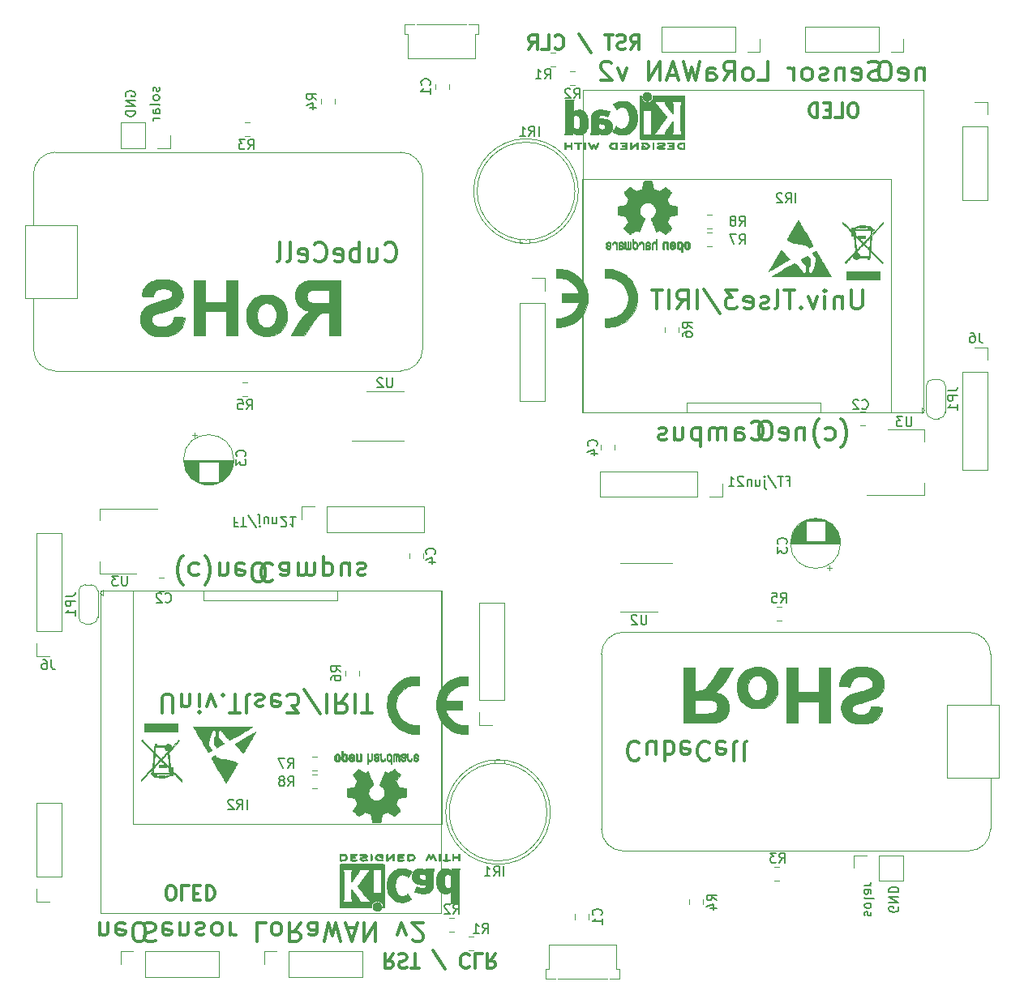
<source format=gbo>
G04 #@! TF.GenerationSoftware,KiCad,Pcbnew,5.1.8-1.fc31*
G04 #@! TF.CreationDate,2021-06-10T12:46:03+02:00*
G04 #@! TF.ProjectId,LoRaWANV2_panelized,4c6f5261-5741-44e5-9632-5f70616e656c,rev?*
G04 #@! TF.SameCoordinates,Original*
G04 #@! TF.FileFunction,Legend,Bot*
G04 #@! TF.FilePolarity,Positive*
%FSLAX46Y46*%
G04 Gerber Fmt 4.6, Leading zero omitted, Abs format (unit mm)*
G04 Created by KiCad (PCBNEW 5.1.8-1.fc31) date 2021-06-10 12:46:03*
%MOMM*%
%LPD*%
G01*
G04 APERTURE LIST*
%ADD10C,0.150000*%
%ADD11C,0.300000*%
%ADD12C,0.010000*%
%ADD13C,0.120000*%
G04 APERTURE END LIST*
D10*
X47760000Y-45720095D02*
X47712380Y-45624857D01*
X47712380Y-45482000D01*
X47760000Y-45339142D01*
X47855238Y-45243904D01*
X47950476Y-45196285D01*
X48140952Y-45148666D01*
X48283809Y-45148666D01*
X48474285Y-45196285D01*
X48569523Y-45243904D01*
X48664761Y-45339142D01*
X48712380Y-45482000D01*
X48712380Y-45577238D01*
X48664761Y-45720095D01*
X48617142Y-45767714D01*
X48283809Y-45767714D01*
X48283809Y-45577238D01*
X48712380Y-46196285D02*
X47712380Y-46196285D01*
X48712380Y-46767714D01*
X47712380Y-46767714D01*
X48712380Y-47243904D02*
X47712380Y-47243904D01*
X47712380Y-47482000D01*
X47760000Y-47624857D01*
X47855238Y-47720095D01*
X47950476Y-47767714D01*
X48140952Y-47815333D01*
X48283809Y-47815333D01*
X48474285Y-47767714D01*
X48569523Y-47720095D01*
X48664761Y-47624857D01*
X48712380Y-47482000D01*
X48712380Y-47243904D01*
X51204761Y-44791523D02*
X51252380Y-44886761D01*
X51252380Y-45077238D01*
X51204761Y-45172476D01*
X51109523Y-45220095D01*
X51061904Y-45220095D01*
X50966666Y-45172476D01*
X50919047Y-45077238D01*
X50919047Y-44934380D01*
X50871428Y-44839142D01*
X50776190Y-44791523D01*
X50728571Y-44791523D01*
X50633333Y-44839142D01*
X50585714Y-44934380D01*
X50585714Y-45077238D01*
X50633333Y-45172476D01*
X51252380Y-45791523D02*
X51204761Y-45696285D01*
X51157142Y-45648666D01*
X51061904Y-45601047D01*
X50776190Y-45601047D01*
X50680952Y-45648666D01*
X50633333Y-45696285D01*
X50585714Y-45791523D01*
X50585714Y-45934380D01*
X50633333Y-46029619D01*
X50680952Y-46077238D01*
X50776190Y-46124857D01*
X51061904Y-46124857D01*
X51157142Y-46077238D01*
X51204761Y-46029619D01*
X51252380Y-45934380D01*
X51252380Y-45791523D01*
X51252380Y-46696285D02*
X51204761Y-46601047D01*
X51109523Y-46553428D01*
X50252380Y-46553428D01*
X51252380Y-47505809D02*
X50728571Y-47505809D01*
X50633333Y-47458190D01*
X50585714Y-47362952D01*
X50585714Y-47172476D01*
X50633333Y-47077238D01*
X51204761Y-47505809D02*
X51252380Y-47410571D01*
X51252380Y-47172476D01*
X51204761Y-47077238D01*
X51109523Y-47029619D01*
X51014285Y-47029619D01*
X50919047Y-47077238D01*
X50871428Y-47172476D01*
X50871428Y-47410571D01*
X50823809Y-47505809D01*
X51252380Y-47982000D02*
X50585714Y-47982000D01*
X50776190Y-47982000D02*
X50680952Y-48029619D01*
X50633333Y-48077238D01*
X50585714Y-48172476D01*
X50585714Y-48267714D01*
D11*
X74802380Y-62817285D02*
X74897619Y-62912523D01*
X75183333Y-63007761D01*
X75373809Y-63007761D01*
X75659523Y-62912523D01*
X75850000Y-62722047D01*
X75945238Y-62531571D01*
X76040476Y-62150619D01*
X76040476Y-61864904D01*
X75945238Y-61483952D01*
X75850000Y-61293476D01*
X75659523Y-61103000D01*
X75373809Y-61007761D01*
X75183333Y-61007761D01*
X74897619Y-61103000D01*
X74802380Y-61198238D01*
X73088095Y-61674428D02*
X73088095Y-63007761D01*
X73945238Y-61674428D02*
X73945238Y-62722047D01*
X73850000Y-62912523D01*
X73659523Y-63007761D01*
X73373809Y-63007761D01*
X73183333Y-62912523D01*
X73088095Y-62817285D01*
X72135714Y-63007761D02*
X72135714Y-61007761D01*
X72135714Y-61769666D02*
X71945238Y-61674428D01*
X71564285Y-61674428D01*
X71373809Y-61769666D01*
X71278571Y-61864904D01*
X71183333Y-62055380D01*
X71183333Y-62626809D01*
X71278571Y-62817285D01*
X71373809Y-62912523D01*
X71564285Y-63007761D01*
X71945238Y-63007761D01*
X72135714Y-62912523D01*
X69564285Y-62912523D02*
X69754761Y-63007761D01*
X70135714Y-63007761D01*
X70326190Y-62912523D01*
X70421428Y-62722047D01*
X70421428Y-61960142D01*
X70326190Y-61769666D01*
X70135714Y-61674428D01*
X69754761Y-61674428D01*
X69564285Y-61769666D01*
X69469047Y-61960142D01*
X69469047Y-62150619D01*
X70421428Y-62341095D01*
X67469047Y-62817285D02*
X67564285Y-62912523D01*
X67850000Y-63007761D01*
X68040476Y-63007761D01*
X68326190Y-62912523D01*
X68516666Y-62722047D01*
X68611904Y-62531571D01*
X68707142Y-62150619D01*
X68707142Y-61864904D01*
X68611904Y-61483952D01*
X68516666Y-61293476D01*
X68326190Y-61103000D01*
X68040476Y-61007761D01*
X67850000Y-61007761D01*
X67564285Y-61103000D01*
X67469047Y-61198238D01*
X65850000Y-62912523D02*
X66040476Y-63007761D01*
X66421428Y-63007761D01*
X66611904Y-62912523D01*
X66707142Y-62722047D01*
X66707142Y-61960142D01*
X66611904Y-61769666D01*
X66421428Y-61674428D01*
X66040476Y-61674428D01*
X65850000Y-61769666D01*
X65754761Y-61960142D01*
X65754761Y-62150619D01*
X66707142Y-62341095D01*
X64611904Y-63007761D02*
X64802380Y-62912523D01*
X64897619Y-62722047D01*
X64897619Y-61007761D01*
X63564285Y-63007761D02*
X63754761Y-62912523D01*
X63850000Y-62722047D01*
X63850000Y-61007761D01*
X126458428Y-43989523D02*
X126172714Y-44084761D01*
X125696523Y-44084761D01*
X125506047Y-43989523D01*
X125410809Y-43894285D01*
X125315571Y-43703809D01*
X125315571Y-43513333D01*
X125410809Y-43322857D01*
X125506047Y-43227619D01*
X125696523Y-43132380D01*
X126077476Y-43037142D01*
X126267952Y-42941904D01*
X126363190Y-42846666D01*
X126458428Y-42656190D01*
X126458428Y-42465714D01*
X126363190Y-42275238D01*
X126267952Y-42180000D01*
X126077476Y-42084761D01*
X125601285Y-42084761D01*
X125315571Y-42180000D01*
X123696523Y-43989523D02*
X123887000Y-44084761D01*
X124267952Y-44084761D01*
X124458428Y-43989523D01*
X124553666Y-43799047D01*
X124553666Y-43037142D01*
X124458428Y-42846666D01*
X124267952Y-42751428D01*
X123887000Y-42751428D01*
X123696523Y-42846666D01*
X123601285Y-43037142D01*
X123601285Y-43227619D01*
X124553666Y-43418095D01*
X122744142Y-42751428D02*
X122744142Y-44084761D01*
X122744142Y-42941904D02*
X122648904Y-42846666D01*
X122458428Y-42751428D01*
X122172714Y-42751428D01*
X121982238Y-42846666D01*
X121887000Y-43037142D01*
X121887000Y-44084761D01*
X121029857Y-43989523D02*
X120839380Y-44084761D01*
X120458428Y-44084761D01*
X120267952Y-43989523D01*
X120172714Y-43799047D01*
X120172714Y-43703809D01*
X120267952Y-43513333D01*
X120458428Y-43418095D01*
X120744142Y-43418095D01*
X120934619Y-43322857D01*
X121029857Y-43132380D01*
X121029857Y-43037142D01*
X120934619Y-42846666D01*
X120744142Y-42751428D01*
X120458428Y-42751428D01*
X120267952Y-42846666D01*
X119029857Y-44084761D02*
X119220333Y-43989523D01*
X119315571Y-43894285D01*
X119410809Y-43703809D01*
X119410809Y-43132380D01*
X119315571Y-42941904D01*
X119220333Y-42846666D01*
X119029857Y-42751428D01*
X118744142Y-42751428D01*
X118553666Y-42846666D01*
X118458428Y-42941904D01*
X118363190Y-43132380D01*
X118363190Y-43703809D01*
X118458428Y-43894285D01*
X118553666Y-43989523D01*
X118744142Y-44084761D01*
X119029857Y-44084761D01*
X117506047Y-44084761D02*
X117506047Y-42751428D01*
X117506047Y-43132380D02*
X117410809Y-42941904D01*
X117315571Y-42846666D01*
X117125095Y-42751428D01*
X116934619Y-42751428D01*
X113791761Y-44084761D02*
X114744142Y-44084761D01*
X114744142Y-42084761D01*
X112839380Y-44084761D02*
X113029857Y-43989523D01*
X113125095Y-43894285D01*
X113220333Y-43703809D01*
X113220333Y-43132380D01*
X113125095Y-42941904D01*
X113029857Y-42846666D01*
X112839380Y-42751428D01*
X112553666Y-42751428D01*
X112363190Y-42846666D01*
X112267952Y-42941904D01*
X112172714Y-43132380D01*
X112172714Y-43703809D01*
X112267952Y-43894285D01*
X112363190Y-43989523D01*
X112553666Y-44084761D01*
X112839380Y-44084761D01*
X110172714Y-44084761D02*
X110839380Y-43132380D01*
X111315571Y-44084761D02*
X111315571Y-42084761D01*
X110553666Y-42084761D01*
X110363190Y-42180000D01*
X110267952Y-42275238D01*
X110172714Y-42465714D01*
X110172714Y-42751428D01*
X110267952Y-42941904D01*
X110363190Y-43037142D01*
X110553666Y-43132380D01*
X111315571Y-43132380D01*
X108458428Y-44084761D02*
X108458428Y-43037142D01*
X108553666Y-42846666D01*
X108744142Y-42751428D01*
X109125095Y-42751428D01*
X109315571Y-42846666D01*
X108458428Y-43989523D02*
X108648904Y-44084761D01*
X109125095Y-44084761D01*
X109315571Y-43989523D01*
X109410809Y-43799047D01*
X109410809Y-43608571D01*
X109315571Y-43418095D01*
X109125095Y-43322857D01*
X108648904Y-43322857D01*
X108458428Y-43227619D01*
X107696523Y-42084761D02*
X107220333Y-44084761D01*
X106839380Y-42656190D01*
X106458428Y-44084761D01*
X105982238Y-42084761D01*
X105315571Y-43513333D02*
X104363190Y-43513333D01*
X105506047Y-44084761D02*
X104839380Y-42084761D01*
X104172714Y-44084761D01*
X103506047Y-44084761D02*
X103506047Y-42084761D01*
X102363190Y-44084761D01*
X102363190Y-42084761D01*
X100077476Y-42751428D02*
X99601285Y-44084761D01*
X99125095Y-42751428D01*
X98458428Y-42275238D02*
X98363190Y-42180000D01*
X98172714Y-42084761D01*
X97696523Y-42084761D01*
X97506047Y-42180000D01*
X97410809Y-42275238D01*
X97315571Y-42465714D01*
X97315571Y-42656190D01*
X97410809Y-42941904D01*
X98553666Y-44084761D01*
X97315571Y-44084761D01*
X100488142Y-40810571D02*
X100988142Y-40096285D01*
X101345285Y-40810571D02*
X101345285Y-39310571D01*
X100773857Y-39310571D01*
X100631000Y-39382000D01*
X100559571Y-39453428D01*
X100488142Y-39596285D01*
X100488142Y-39810571D01*
X100559571Y-39953428D01*
X100631000Y-40024857D01*
X100773857Y-40096285D01*
X101345285Y-40096285D01*
X99916714Y-40739142D02*
X99702428Y-40810571D01*
X99345285Y-40810571D01*
X99202428Y-40739142D01*
X99131000Y-40667714D01*
X99059571Y-40524857D01*
X99059571Y-40382000D01*
X99131000Y-40239142D01*
X99202428Y-40167714D01*
X99345285Y-40096285D01*
X99631000Y-40024857D01*
X99773857Y-39953428D01*
X99845285Y-39882000D01*
X99916714Y-39739142D01*
X99916714Y-39596285D01*
X99845285Y-39453428D01*
X99773857Y-39382000D01*
X99631000Y-39310571D01*
X99273857Y-39310571D01*
X99059571Y-39382000D01*
X98631000Y-39310571D02*
X97773857Y-39310571D01*
X98202428Y-40810571D02*
X98202428Y-39310571D01*
X95059571Y-39239142D02*
X96345285Y-41167714D01*
X92559571Y-40667714D02*
X92631000Y-40739142D01*
X92845285Y-40810571D01*
X92988142Y-40810571D01*
X93202428Y-40739142D01*
X93345285Y-40596285D01*
X93416714Y-40453428D01*
X93488142Y-40167714D01*
X93488142Y-39953428D01*
X93416714Y-39667714D01*
X93345285Y-39524857D01*
X93202428Y-39382000D01*
X92988142Y-39310571D01*
X92845285Y-39310571D01*
X92631000Y-39382000D01*
X92559571Y-39453428D01*
X91202428Y-40810571D02*
X91916714Y-40810571D01*
X91916714Y-39310571D01*
X89845285Y-40810571D02*
X90345285Y-40096285D01*
X90702428Y-40810571D02*
X90702428Y-39310571D01*
X90131000Y-39310571D01*
X89988142Y-39382000D01*
X89916714Y-39453428D01*
X89845285Y-39596285D01*
X89845285Y-39810571D01*
X89916714Y-39953428D01*
X89988142Y-40024857D01*
X90131000Y-40096285D01*
X90702428Y-40096285D01*
X123844571Y-46422571D02*
X123558857Y-46422571D01*
X123416000Y-46494000D01*
X123273142Y-46636857D01*
X123201714Y-46922571D01*
X123201714Y-47422571D01*
X123273142Y-47708285D01*
X123416000Y-47851142D01*
X123558857Y-47922571D01*
X123844571Y-47922571D01*
X123987428Y-47851142D01*
X124130285Y-47708285D01*
X124201714Y-47422571D01*
X124201714Y-46922571D01*
X124130285Y-46636857D01*
X123987428Y-46494000D01*
X123844571Y-46422571D01*
X121844571Y-47922571D02*
X122558857Y-47922571D01*
X122558857Y-46422571D01*
X121344571Y-47136857D02*
X120844571Y-47136857D01*
X120630285Y-47922571D02*
X121344571Y-47922571D01*
X121344571Y-46422571D01*
X120630285Y-46422571D01*
X119987428Y-47922571D02*
X119987428Y-46422571D01*
X119630285Y-46422571D01*
X119416000Y-46494000D01*
X119273142Y-46636857D01*
X119201714Y-46779714D01*
X119130285Y-47065428D01*
X119130285Y-47279714D01*
X119201714Y-47565428D01*
X119273142Y-47708285D01*
X119416000Y-47851142D01*
X119630285Y-47922571D01*
X119987428Y-47922571D01*
D10*
X116776142Y-85907571D02*
X117109476Y-85907571D01*
X117109476Y-86431380D02*
X117109476Y-85431380D01*
X116633285Y-85431380D01*
X116395190Y-85431380D02*
X115823761Y-85431380D01*
X116109476Y-86431380D02*
X116109476Y-85431380D01*
X114776142Y-85383761D02*
X115633285Y-86669476D01*
X114442809Y-85764714D02*
X114442809Y-86621857D01*
X114490428Y-86717095D01*
X114585666Y-86764714D01*
X114633285Y-86764714D01*
X114442809Y-85431380D02*
X114490428Y-85479000D01*
X114442809Y-85526619D01*
X114395190Y-85479000D01*
X114442809Y-85431380D01*
X114442809Y-85526619D01*
X113538047Y-85764714D02*
X113538047Y-86431380D01*
X113966619Y-85764714D02*
X113966619Y-86288523D01*
X113919000Y-86383761D01*
X113823761Y-86431380D01*
X113680904Y-86431380D01*
X113585666Y-86383761D01*
X113538047Y-86336142D01*
X113061857Y-85764714D02*
X113061857Y-86431380D01*
X113061857Y-85859952D02*
X113014238Y-85812333D01*
X112919000Y-85764714D01*
X112776142Y-85764714D01*
X112680904Y-85812333D01*
X112633285Y-85907571D01*
X112633285Y-86431380D01*
X112204714Y-85526619D02*
X112157095Y-85479000D01*
X112061857Y-85431380D01*
X111823761Y-85431380D01*
X111728523Y-85479000D01*
X111680904Y-85526619D01*
X111633285Y-85621857D01*
X111633285Y-85717095D01*
X111680904Y-85859952D01*
X112252333Y-86431380D01*
X111633285Y-86431380D01*
X110680904Y-86431380D02*
X111252333Y-86431380D01*
X110966619Y-86431380D02*
X110966619Y-85431380D01*
X111061857Y-85574238D01*
X111157095Y-85669476D01*
X111252333Y-85717095D01*
D11*
X113077095Y-81486285D02*
X113172333Y-81581523D01*
X113458047Y-81676761D01*
X113648523Y-81676761D01*
X113934238Y-81581523D01*
X114124714Y-81391047D01*
X114219952Y-81200571D01*
X114315190Y-80819619D01*
X114315190Y-80533904D01*
X114219952Y-80152952D01*
X114124714Y-79962476D01*
X113934238Y-79772000D01*
X113648523Y-79676761D01*
X113458047Y-79676761D01*
X113172333Y-79772000D01*
X113077095Y-79867238D01*
X111362809Y-81676761D02*
X111362809Y-80629142D01*
X111458047Y-80438666D01*
X111648523Y-80343428D01*
X112029476Y-80343428D01*
X112219952Y-80438666D01*
X111362809Y-81581523D02*
X111553285Y-81676761D01*
X112029476Y-81676761D01*
X112219952Y-81581523D01*
X112315190Y-81391047D01*
X112315190Y-81200571D01*
X112219952Y-81010095D01*
X112029476Y-80914857D01*
X111553285Y-80914857D01*
X111362809Y-80819619D01*
X110410428Y-81676761D02*
X110410428Y-80343428D01*
X110410428Y-80533904D02*
X110315190Y-80438666D01*
X110124714Y-80343428D01*
X109839000Y-80343428D01*
X109648523Y-80438666D01*
X109553285Y-80629142D01*
X109553285Y-81676761D01*
X109553285Y-80629142D02*
X109458047Y-80438666D01*
X109267571Y-80343428D01*
X108981857Y-80343428D01*
X108791380Y-80438666D01*
X108696142Y-80629142D01*
X108696142Y-81676761D01*
X107743761Y-80343428D02*
X107743761Y-82343428D01*
X107743761Y-80438666D02*
X107553285Y-80343428D01*
X107172333Y-80343428D01*
X106981857Y-80438666D01*
X106886619Y-80533904D01*
X106791380Y-80724380D01*
X106791380Y-81295809D01*
X106886619Y-81486285D01*
X106981857Y-81581523D01*
X107172333Y-81676761D01*
X107553285Y-81676761D01*
X107743761Y-81581523D01*
X105077095Y-80343428D02*
X105077095Y-81676761D01*
X105934238Y-80343428D02*
X105934238Y-81391047D01*
X105839000Y-81581523D01*
X105648523Y-81676761D01*
X105362809Y-81676761D01*
X105172333Y-81581523D01*
X105077095Y-81486285D01*
X104219952Y-81581523D02*
X104029476Y-81676761D01*
X103648523Y-81676761D01*
X103458047Y-81581523D01*
X103362809Y-81391047D01*
X103362809Y-81295809D01*
X103458047Y-81105333D01*
X103648523Y-81010095D01*
X103934238Y-81010095D01*
X104124714Y-80914857D01*
X104219952Y-80724380D01*
X104219952Y-80629142D01*
X104124714Y-80438666D01*
X103934238Y-80343428D01*
X103648523Y-80343428D01*
X103458047Y-80438666D01*
X124649142Y-65960761D02*
X124649142Y-67579809D01*
X124553904Y-67770285D01*
X124458666Y-67865523D01*
X124268190Y-67960761D01*
X123887238Y-67960761D01*
X123696761Y-67865523D01*
X123601523Y-67770285D01*
X123506285Y-67579809D01*
X123506285Y-65960761D01*
X122553904Y-66627428D02*
X122553904Y-67960761D01*
X122553904Y-66817904D02*
X122458666Y-66722666D01*
X122268190Y-66627428D01*
X121982476Y-66627428D01*
X121792000Y-66722666D01*
X121696761Y-66913142D01*
X121696761Y-67960761D01*
X120744380Y-67960761D02*
X120744380Y-66627428D01*
X120744380Y-65960761D02*
X120839619Y-66056000D01*
X120744380Y-66151238D01*
X120649142Y-66056000D01*
X120744380Y-65960761D01*
X120744380Y-66151238D01*
X119982476Y-66627428D02*
X119506285Y-67960761D01*
X119030095Y-66627428D01*
X118268190Y-67770285D02*
X118172952Y-67865523D01*
X118268190Y-67960761D01*
X118363428Y-67865523D01*
X118268190Y-67770285D01*
X118268190Y-67960761D01*
X117601523Y-65960761D02*
X116458666Y-65960761D01*
X117030095Y-67960761D02*
X117030095Y-65960761D01*
X115506285Y-67960761D02*
X115696761Y-67865523D01*
X115792000Y-67675047D01*
X115792000Y-65960761D01*
X114839619Y-67865523D02*
X114649142Y-67960761D01*
X114268190Y-67960761D01*
X114077714Y-67865523D01*
X113982476Y-67675047D01*
X113982476Y-67579809D01*
X114077714Y-67389333D01*
X114268190Y-67294095D01*
X114553904Y-67294095D01*
X114744380Y-67198857D01*
X114839619Y-67008380D01*
X114839619Y-66913142D01*
X114744380Y-66722666D01*
X114553904Y-66627428D01*
X114268190Y-66627428D01*
X114077714Y-66722666D01*
X112363428Y-67865523D02*
X112553904Y-67960761D01*
X112934857Y-67960761D01*
X113125333Y-67865523D01*
X113220571Y-67675047D01*
X113220571Y-66913142D01*
X113125333Y-66722666D01*
X112934857Y-66627428D01*
X112553904Y-66627428D01*
X112363428Y-66722666D01*
X112268190Y-66913142D01*
X112268190Y-67103619D01*
X113220571Y-67294095D01*
X111601523Y-65960761D02*
X110363428Y-65960761D01*
X111030095Y-66722666D01*
X110744380Y-66722666D01*
X110553904Y-66817904D01*
X110458666Y-66913142D01*
X110363428Y-67103619D01*
X110363428Y-67579809D01*
X110458666Y-67770285D01*
X110553904Y-67865523D01*
X110744380Y-67960761D01*
X111315809Y-67960761D01*
X111506285Y-67865523D01*
X111601523Y-67770285D01*
X108077714Y-65865523D02*
X109792000Y-68436952D01*
X107411047Y-67960761D02*
X107411047Y-65960761D01*
X105315809Y-67960761D02*
X105982476Y-67008380D01*
X106458666Y-67960761D02*
X106458666Y-65960761D01*
X105696761Y-65960761D01*
X105506285Y-66056000D01*
X105411047Y-66151238D01*
X105315809Y-66341714D01*
X105315809Y-66627428D01*
X105411047Y-66817904D01*
X105506285Y-66913142D01*
X105696761Y-67008380D01*
X106458666Y-67008380D01*
X104458666Y-67960761D02*
X104458666Y-65960761D01*
X103792000Y-65960761D02*
X102649142Y-65960761D01*
X103220571Y-67960761D02*
X103220571Y-65960761D01*
X122443380Y-82438666D02*
X122538619Y-82343428D01*
X122729095Y-82057714D01*
X122824333Y-81867238D01*
X122919571Y-81581523D01*
X123014809Y-81105333D01*
X123014809Y-80724380D01*
X122919571Y-80248190D01*
X122824333Y-79962476D01*
X122729095Y-79772000D01*
X122538619Y-79486285D01*
X122443380Y-79391047D01*
X120824333Y-81581523D02*
X121014809Y-81676761D01*
X121395761Y-81676761D01*
X121586238Y-81581523D01*
X121681476Y-81486285D01*
X121776714Y-81295809D01*
X121776714Y-80724380D01*
X121681476Y-80533904D01*
X121586238Y-80438666D01*
X121395761Y-80343428D01*
X121014809Y-80343428D01*
X120824333Y-80438666D01*
X120157666Y-82438666D02*
X120062428Y-82343428D01*
X119871952Y-82057714D01*
X119776714Y-81867238D01*
X119681476Y-81581523D01*
X119586238Y-81105333D01*
X119586238Y-80724380D01*
X119681476Y-80248190D01*
X119776714Y-79962476D01*
X119871952Y-79772000D01*
X120062428Y-79486285D01*
X120157666Y-79391047D01*
X118633857Y-80343428D02*
X118633857Y-81676761D01*
X118633857Y-80533904D02*
X118538619Y-80438666D01*
X118348142Y-80343428D01*
X118062428Y-80343428D01*
X117871952Y-80438666D01*
X117776714Y-80629142D01*
X117776714Y-81676761D01*
X116062428Y-81581523D02*
X116252904Y-81676761D01*
X116633857Y-81676761D01*
X116824333Y-81581523D01*
X116919571Y-81391047D01*
X116919571Y-80629142D01*
X116824333Y-80438666D01*
X116633857Y-80343428D01*
X116252904Y-80343428D01*
X116062428Y-80438666D01*
X115967190Y-80629142D01*
X115967190Y-80819619D01*
X116919571Y-81010095D01*
X114729095Y-79676761D02*
X114348142Y-79676761D01*
X114157666Y-79772000D01*
X113967190Y-79962476D01*
X113871952Y-80343428D01*
X113871952Y-81010095D01*
X113967190Y-81391047D01*
X114157666Y-81581523D01*
X114348142Y-81676761D01*
X114729095Y-81676761D01*
X114919571Y-81581523D01*
X115110047Y-81391047D01*
X115205285Y-81010095D01*
X115205285Y-80343428D01*
X115110047Y-79962476D01*
X114919571Y-79772000D01*
X114729095Y-79676761D01*
X131111333Y-42751428D02*
X131111333Y-44084761D01*
X131111333Y-42941904D02*
X131016095Y-42846666D01*
X130825619Y-42751428D01*
X130539904Y-42751428D01*
X130349428Y-42846666D01*
X130254190Y-43037142D01*
X130254190Y-44084761D01*
X128539904Y-43989523D02*
X128730380Y-44084761D01*
X129111333Y-44084761D01*
X129301809Y-43989523D01*
X129397047Y-43799047D01*
X129397047Y-43037142D01*
X129301809Y-42846666D01*
X129111333Y-42751428D01*
X128730380Y-42751428D01*
X128539904Y-42846666D01*
X128444666Y-43037142D01*
X128444666Y-43227619D01*
X129397047Y-43418095D01*
X127206571Y-42084761D02*
X126825619Y-42084761D01*
X126635142Y-42180000D01*
X126444666Y-42370476D01*
X126349428Y-42751428D01*
X126349428Y-43418095D01*
X126444666Y-43799047D01*
X126635142Y-43989523D01*
X126825619Y-44084761D01*
X127206571Y-44084761D01*
X127397047Y-43989523D01*
X127587523Y-43799047D01*
X127682761Y-43418095D01*
X127682761Y-42751428D01*
X127587523Y-42370476D01*
X127397047Y-42180000D01*
X127206571Y-42084761D01*
D10*
X128389000Y-130428904D02*
X128436619Y-130524142D01*
X128436619Y-130667000D01*
X128389000Y-130809857D01*
X128293761Y-130905095D01*
X128198523Y-130952714D01*
X128008047Y-131000333D01*
X127865190Y-131000333D01*
X127674714Y-130952714D01*
X127579476Y-130905095D01*
X127484238Y-130809857D01*
X127436619Y-130667000D01*
X127436619Y-130571761D01*
X127484238Y-130428904D01*
X127531857Y-130381285D01*
X127865190Y-130381285D01*
X127865190Y-130571761D01*
X127436619Y-129952714D02*
X128436619Y-129952714D01*
X127436619Y-129381285D01*
X128436619Y-129381285D01*
X127436619Y-128905095D02*
X128436619Y-128905095D01*
X128436619Y-128667000D01*
X128389000Y-128524142D01*
X128293761Y-128428904D01*
X128198523Y-128381285D01*
X128008047Y-128333666D01*
X127865190Y-128333666D01*
X127674714Y-128381285D01*
X127579476Y-128428904D01*
X127484238Y-128524142D01*
X127436619Y-128667000D01*
X127436619Y-128905095D01*
X124944238Y-131357476D02*
X124896619Y-131262238D01*
X124896619Y-131071761D01*
X124944238Y-130976523D01*
X125039476Y-130928904D01*
X125087095Y-130928904D01*
X125182333Y-130976523D01*
X125229952Y-131071761D01*
X125229952Y-131214619D01*
X125277571Y-131309857D01*
X125372809Y-131357476D01*
X125420428Y-131357476D01*
X125515666Y-131309857D01*
X125563285Y-131214619D01*
X125563285Y-131071761D01*
X125515666Y-130976523D01*
X124896619Y-130357476D02*
X124944238Y-130452714D01*
X124991857Y-130500333D01*
X125087095Y-130547952D01*
X125372809Y-130547952D01*
X125468047Y-130500333D01*
X125515666Y-130452714D01*
X125563285Y-130357476D01*
X125563285Y-130214619D01*
X125515666Y-130119380D01*
X125468047Y-130071761D01*
X125372809Y-130024142D01*
X125087095Y-130024142D01*
X124991857Y-130071761D01*
X124944238Y-130119380D01*
X124896619Y-130214619D01*
X124896619Y-130357476D01*
X124896619Y-129452714D02*
X124944238Y-129547952D01*
X125039476Y-129595571D01*
X125896619Y-129595571D01*
X124896619Y-128643190D02*
X125420428Y-128643190D01*
X125515666Y-128690809D01*
X125563285Y-128786047D01*
X125563285Y-128976523D01*
X125515666Y-129071761D01*
X124944238Y-128643190D02*
X124896619Y-128738428D01*
X124896619Y-128976523D01*
X124944238Y-129071761D01*
X125039476Y-129119380D01*
X125134714Y-129119380D01*
X125229952Y-129071761D01*
X125277571Y-128976523D01*
X125277571Y-128738428D01*
X125325190Y-128643190D01*
X124896619Y-128167000D02*
X125563285Y-128167000D01*
X125372809Y-128167000D02*
X125468047Y-128119380D01*
X125515666Y-128071761D01*
X125563285Y-127976523D01*
X125563285Y-127881285D01*
D11*
X101346619Y-113331714D02*
X101251380Y-113236476D01*
X100965666Y-113141238D01*
X100775190Y-113141238D01*
X100489476Y-113236476D01*
X100299000Y-113426952D01*
X100203761Y-113617428D01*
X100108523Y-113998380D01*
X100108523Y-114284095D01*
X100203761Y-114665047D01*
X100299000Y-114855523D01*
X100489476Y-115046000D01*
X100775190Y-115141238D01*
X100965666Y-115141238D01*
X101251380Y-115046000D01*
X101346619Y-114950761D01*
X103060904Y-114474571D02*
X103060904Y-113141238D01*
X102203761Y-114474571D02*
X102203761Y-113426952D01*
X102299000Y-113236476D01*
X102489476Y-113141238D01*
X102775190Y-113141238D01*
X102965666Y-113236476D01*
X103060904Y-113331714D01*
X104013285Y-113141238D02*
X104013285Y-115141238D01*
X104013285Y-114379333D02*
X104203761Y-114474571D01*
X104584714Y-114474571D01*
X104775190Y-114379333D01*
X104870428Y-114284095D01*
X104965666Y-114093619D01*
X104965666Y-113522190D01*
X104870428Y-113331714D01*
X104775190Y-113236476D01*
X104584714Y-113141238D01*
X104203761Y-113141238D01*
X104013285Y-113236476D01*
X106584714Y-113236476D02*
X106394238Y-113141238D01*
X106013285Y-113141238D01*
X105822809Y-113236476D01*
X105727571Y-113426952D01*
X105727571Y-114188857D01*
X105822809Y-114379333D01*
X106013285Y-114474571D01*
X106394238Y-114474571D01*
X106584714Y-114379333D01*
X106679952Y-114188857D01*
X106679952Y-113998380D01*
X105727571Y-113807904D01*
X108679952Y-113331714D02*
X108584714Y-113236476D01*
X108299000Y-113141238D01*
X108108523Y-113141238D01*
X107822809Y-113236476D01*
X107632333Y-113426952D01*
X107537095Y-113617428D01*
X107441857Y-113998380D01*
X107441857Y-114284095D01*
X107537095Y-114665047D01*
X107632333Y-114855523D01*
X107822809Y-115046000D01*
X108108523Y-115141238D01*
X108299000Y-115141238D01*
X108584714Y-115046000D01*
X108679952Y-114950761D01*
X110299000Y-113236476D02*
X110108523Y-113141238D01*
X109727571Y-113141238D01*
X109537095Y-113236476D01*
X109441857Y-113426952D01*
X109441857Y-114188857D01*
X109537095Y-114379333D01*
X109727571Y-114474571D01*
X110108523Y-114474571D01*
X110299000Y-114379333D01*
X110394238Y-114188857D01*
X110394238Y-113998380D01*
X109441857Y-113807904D01*
X111537095Y-113141238D02*
X111346619Y-113236476D01*
X111251380Y-113426952D01*
X111251380Y-115141238D01*
X112584714Y-113141238D02*
X112394238Y-113236476D01*
X112299000Y-113426952D01*
X112299000Y-115141238D01*
X49690571Y-132159476D02*
X49976285Y-132064238D01*
X50452476Y-132064238D01*
X50642952Y-132159476D01*
X50738190Y-132254714D01*
X50833428Y-132445190D01*
X50833428Y-132635666D01*
X50738190Y-132826142D01*
X50642952Y-132921380D01*
X50452476Y-133016619D01*
X50071523Y-133111857D01*
X49881047Y-133207095D01*
X49785809Y-133302333D01*
X49690571Y-133492809D01*
X49690571Y-133683285D01*
X49785809Y-133873761D01*
X49881047Y-133969000D01*
X50071523Y-134064238D01*
X50547714Y-134064238D01*
X50833428Y-133969000D01*
X52452476Y-132159476D02*
X52262000Y-132064238D01*
X51881047Y-132064238D01*
X51690571Y-132159476D01*
X51595333Y-132349952D01*
X51595333Y-133111857D01*
X51690571Y-133302333D01*
X51881047Y-133397571D01*
X52262000Y-133397571D01*
X52452476Y-133302333D01*
X52547714Y-133111857D01*
X52547714Y-132921380D01*
X51595333Y-132730904D01*
X53404857Y-133397571D02*
X53404857Y-132064238D01*
X53404857Y-133207095D02*
X53500095Y-133302333D01*
X53690571Y-133397571D01*
X53976285Y-133397571D01*
X54166761Y-133302333D01*
X54262000Y-133111857D01*
X54262000Y-132064238D01*
X55119142Y-132159476D02*
X55309619Y-132064238D01*
X55690571Y-132064238D01*
X55881047Y-132159476D01*
X55976285Y-132349952D01*
X55976285Y-132445190D01*
X55881047Y-132635666D01*
X55690571Y-132730904D01*
X55404857Y-132730904D01*
X55214380Y-132826142D01*
X55119142Y-133016619D01*
X55119142Y-133111857D01*
X55214380Y-133302333D01*
X55404857Y-133397571D01*
X55690571Y-133397571D01*
X55881047Y-133302333D01*
X57119142Y-132064238D02*
X56928666Y-132159476D01*
X56833428Y-132254714D01*
X56738190Y-132445190D01*
X56738190Y-133016619D01*
X56833428Y-133207095D01*
X56928666Y-133302333D01*
X57119142Y-133397571D01*
X57404857Y-133397571D01*
X57595333Y-133302333D01*
X57690571Y-133207095D01*
X57785809Y-133016619D01*
X57785809Y-132445190D01*
X57690571Y-132254714D01*
X57595333Y-132159476D01*
X57404857Y-132064238D01*
X57119142Y-132064238D01*
X58642952Y-132064238D02*
X58642952Y-133397571D01*
X58642952Y-133016619D02*
X58738190Y-133207095D01*
X58833428Y-133302333D01*
X59023904Y-133397571D01*
X59214380Y-133397571D01*
X62357238Y-132064238D02*
X61404857Y-132064238D01*
X61404857Y-134064238D01*
X63309619Y-132064238D02*
X63119142Y-132159476D01*
X63023904Y-132254714D01*
X62928666Y-132445190D01*
X62928666Y-133016619D01*
X63023904Y-133207095D01*
X63119142Y-133302333D01*
X63309619Y-133397571D01*
X63595333Y-133397571D01*
X63785809Y-133302333D01*
X63881047Y-133207095D01*
X63976285Y-133016619D01*
X63976285Y-132445190D01*
X63881047Y-132254714D01*
X63785809Y-132159476D01*
X63595333Y-132064238D01*
X63309619Y-132064238D01*
X65976285Y-132064238D02*
X65309619Y-133016619D01*
X64833428Y-132064238D02*
X64833428Y-134064238D01*
X65595333Y-134064238D01*
X65785809Y-133969000D01*
X65881047Y-133873761D01*
X65976285Y-133683285D01*
X65976285Y-133397571D01*
X65881047Y-133207095D01*
X65785809Y-133111857D01*
X65595333Y-133016619D01*
X64833428Y-133016619D01*
X67690571Y-132064238D02*
X67690571Y-133111857D01*
X67595333Y-133302333D01*
X67404857Y-133397571D01*
X67023904Y-133397571D01*
X66833428Y-133302333D01*
X67690571Y-132159476D02*
X67500095Y-132064238D01*
X67023904Y-132064238D01*
X66833428Y-132159476D01*
X66738190Y-132349952D01*
X66738190Y-132540428D01*
X66833428Y-132730904D01*
X67023904Y-132826142D01*
X67500095Y-132826142D01*
X67690571Y-132921380D01*
X68452476Y-134064238D02*
X68928666Y-132064238D01*
X69309619Y-133492809D01*
X69690571Y-132064238D01*
X70166761Y-134064238D01*
X70833428Y-132635666D02*
X71785809Y-132635666D01*
X70642952Y-132064238D02*
X71309619Y-134064238D01*
X71976285Y-132064238D01*
X72642952Y-132064238D02*
X72642952Y-134064238D01*
X73785809Y-132064238D01*
X73785809Y-134064238D01*
X76071523Y-133397571D02*
X76547714Y-132064238D01*
X77023904Y-133397571D01*
X77690571Y-133873761D02*
X77785809Y-133969000D01*
X77976285Y-134064238D01*
X78452476Y-134064238D01*
X78642952Y-133969000D01*
X78738190Y-133873761D01*
X78833428Y-133683285D01*
X78833428Y-133492809D01*
X78738190Y-133207095D01*
X77595333Y-132064238D01*
X78833428Y-132064238D01*
X75660857Y-135338428D02*
X75160857Y-136052714D01*
X74803714Y-135338428D02*
X74803714Y-136838428D01*
X75375142Y-136838428D01*
X75518000Y-136767000D01*
X75589428Y-136695571D01*
X75660857Y-136552714D01*
X75660857Y-136338428D01*
X75589428Y-136195571D01*
X75518000Y-136124142D01*
X75375142Y-136052714D01*
X74803714Y-136052714D01*
X76232285Y-135409857D02*
X76446571Y-135338428D01*
X76803714Y-135338428D01*
X76946571Y-135409857D01*
X77018000Y-135481285D01*
X77089428Y-135624142D01*
X77089428Y-135767000D01*
X77018000Y-135909857D01*
X76946571Y-135981285D01*
X76803714Y-136052714D01*
X76518000Y-136124142D01*
X76375142Y-136195571D01*
X76303714Y-136267000D01*
X76232285Y-136409857D01*
X76232285Y-136552714D01*
X76303714Y-136695571D01*
X76375142Y-136767000D01*
X76518000Y-136838428D01*
X76875142Y-136838428D01*
X77089428Y-136767000D01*
X77518000Y-136838428D02*
X78375142Y-136838428D01*
X77946571Y-135338428D02*
X77946571Y-136838428D01*
X81089428Y-136909857D02*
X79803714Y-134981285D01*
X83589428Y-135481285D02*
X83518000Y-135409857D01*
X83303714Y-135338428D01*
X83160857Y-135338428D01*
X82946571Y-135409857D01*
X82803714Y-135552714D01*
X82732285Y-135695571D01*
X82660857Y-135981285D01*
X82660857Y-136195571D01*
X82732285Y-136481285D01*
X82803714Y-136624142D01*
X82946571Y-136767000D01*
X83160857Y-136838428D01*
X83303714Y-136838428D01*
X83518000Y-136767000D01*
X83589428Y-136695571D01*
X84946571Y-135338428D02*
X84232285Y-135338428D01*
X84232285Y-136838428D01*
X86303714Y-135338428D02*
X85803714Y-136052714D01*
X85446571Y-135338428D02*
X85446571Y-136838428D01*
X86018000Y-136838428D01*
X86160857Y-136767000D01*
X86232285Y-136695571D01*
X86303714Y-136552714D01*
X86303714Y-136338428D01*
X86232285Y-136195571D01*
X86160857Y-136124142D01*
X86018000Y-136052714D01*
X85446571Y-136052714D01*
X52304428Y-129726428D02*
X52590142Y-129726428D01*
X52733000Y-129655000D01*
X52875857Y-129512142D01*
X52947285Y-129226428D01*
X52947285Y-128726428D01*
X52875857Y-128440714D01*
X52733000Y-128297857D01*
X52590142Y-128226428D01*
X52304428Y-128226428D01*
X52161571Y-128297857D01*
X52018714Y-128440714D01*
X51947285Y-128726428D01*
X51947285Y-129226428D01*
X52018714Y-129512142D01*
X52161571Y-129655000D01*
X52304428Y-129726428D01*
X54304428Y-128226428D02*
X53590142Y-128226428D01*
X53590142Y-129726428D01*
X54804428Y-129012142D02*
X55304428Y-129012142D01*
X55518714Y-128226428D02*
X54804428Y-128226428D01*
X54804428Y-129726428D01*
X55518714Y-129726428D01*
X56161571Y-128226428D02*
X56161571Y-129726428D01*
X56518714Y-129726428D01*
X56733000Y-129655000D01*
X56875857Y-129512142D01*
X56947285Y-129369285D01*
X57018714Y-129083571D01*
X57018714Y-128869285D01*
X56947285Y-128583571D01*
X56875857Y-128440714D01*
X56733000Y-128297857D01*
X56518714Y-128226428D01*
X56161571Y-128226428D01*
D10*
X59372857Y-90241428D02*
X59039523Y-90241428D01*
X59039523Y-89717619D02*
X59039523Y-90717619D01*
X59515714Y-90717619D01*
X59753809Y-90717619D02*
X60325238Y-90717619D01*
X60039523Y-89717619D02*
X60039523Y-90717619D01*
X61372857Y-90765238D02*
X60515714Y-89479523D01*
X61706190Y-90384285D02*
X61706190Y-89527142D01*
X61658571Y-89431904D01*
X61563333Y-89384285D01*
X61515714Y-89384285D01*
X61706190Y-90717619D02*
X61658571Y-90670000D01*
X61706190Y-90622380D01*
X61753809Y-90670000D01*
X61706190Y-90717619D01*
X61706190Y-90622380D01*
X62610952Y-90384285D02*
X62610952Y-89717619D01*
X62182380Y-90384285D02*
X62182380Y-89860476D01*
X62230000Y-89765238D01*
X62325238Y-89717619D01*
X62468095Y-89717619D01*
X62563333Y-89765238D01*
X62610952Y-89812857D01*
X63087142Y-90384285D02*
X63087142Y-89717619D01*
X63087142Y-90289047D02*
X63134761Y-90336666D01*
X63230000Y-90384285D01*
X63372857Y-90384285D01*
X63468095Y-90336666D01*
X63515714Y-90241428D01*
X63515714Y-89717619D01*
X63944285Y-90622380D02*
X63991904Y-90670000D01*
X64087142Y-90717619D01*
X64325238Y-90717619D01*
X64420476Y-90670000D01*
X64468095Y-90622380D01*
X64515714Y-90527142D01*
X64515714Y-90431904D01*
X64468095Y-90289047D01*
X63896666Y-89717619D01*
X64515714Y-89717619D01*
X65468095Y-89717619D02*
X64896666Y-89717619D01*
X65182380Y-89717619D02*
X65182380Y-90717619D01*
X65087142Y-90574761D01*
X64991904Y-90479523D01*
X64896666Y-90431904D01*
D11*
X63071904Y-94662714D02*
X62976666Y-94567476D01*
X62690952Y-94472238D01*
X62500476Y-94472238D01*
X62214761Y-94567476D01*
X62024285Y-94757952D01*
X61929047Y-94948428D01*
X61833809Y-95329380D01*
X61833809Y-95615095D01*
X61929047Y-95996047D01*
X62024285Y-96186523D01*
X62214761Y-96377000D01*
X62500476Y-96472238D01*
X62690952Y-96472238D01*
X62976666Y-96377000D01*
X63071904Y-96281761D01*
X64786190Y-94472238D02*
X64786190Y-95519857D01*
X64690952Y-95710333D01*
X64500476Y-95805571D01*
X64119523Y-95805571D01*
X63929047Y-95710333D01*
X64786190Y-94567476D02*
X64595714Y-94472238D01*
X64119523Y-94472238D01*
X63929047Y-94567476D01*
X63833809Y-94757952D01*
X63833809Y-94948428D01*
X63929047Y-95138904D01*
X64119523Y-95234142D01*
X64595714Y-95234142D01*
X64786190Y-95329380D01*
X65738571Y-94472238D02*
X65738571Y-95805571D01*
X65738571Y-95615095D02*
X65833809Y-95710333D01*
X66024285Y-95805571D01*
X66310000Y-95805571D01*
X66500476Y-95710333D01*
X66595714Y-95519857D01*
X66595714Y-94472238D01*
X66595714Y-95519857D02*
X66690952Y-95710333D01*
X66881428Y-95805571D01*
X67167142Y-95805571D01*
X67357619Y-95710333D01*
X67452857Y-95519857D01*
X67452857Y-94472238D01*
X68405238Y-95805571D02*
X68405238Y-93805571D01*
X68405238Y-95710333D02*
X68595714Y-95805571D01*
X68976666Y-95805571D01*
X69167142Y-95710333D01*
X69262380Y-95615095D01*
X69357619Y-95424619D01*
X69357619Y-94853190D01*
X69262380Y-94662714D01*
X69167142Y-94567476D01*
X68976666Y-94472238D01*
X68595714Y-94472238D01*
X68405238Y-94567476D01*
X71071904Y-95805571D02*
X71071904Y-94472238D01*
X70214761Y-95805571D02*
X70214761Y-94757952D01*
X70310000Y-94567476D01*
X70500476Y-94472238D01*
X70786190Y-94472238D01*
X70976666Y-94567476D01*
X71071904Y-94662714D01*
X71929047Y-94567476D02*
X72119523Y-94472238D01*
X72500476Y-94472238D01*
X72690952Y-94567476D01*
X72786190Y-94757952D01*
X72786190Y-94853190D01*
X72690952Y-95043666D01*
X72500476Y-95138904D01*
X72214761Y-95138904D01*
X72024285Y-95234142D01*
X71929047Y-95424619D01*
X71929047Y-95519857D01*
X72024285Y-95710333D01*
X72214761Y-95805571D01*
X72500476Y-95805571D01*
X72690952Y-95710333D01*
X51499857Y-110188238D02*
X51499857Y-108569190D01*
X51595095Y-108378714D01*
X51690333Y-108283476D01*
X51880809Y-108188238D01*
X52261761Y-108188238D01*
X52452238Y-108283476D01*
X52547476Y-108378714D01*
X52642714Y-108569190D01*
X52642714Y-110188238D01*
X53595095Y-109521571D02*
X53595095Y-108188238D01*
X53595095Y-109331095D02*
X53690333Y-109426333D01*
X53880809Y-109521571D01*
X54166523Y-109521571D01*
X54357000Y-109426333D01*
X54452238Y-109235857D01*
X54452238Y-108188238D01*
X55404619Y-108188238D02*
X55404619Y-109521571D01*
X55404619Y-110188238D02*
X55309380Y-110093000D01*
X55404619Y-109997761D01*
X55499857Y-110093000D01*
X55404619Y-110188238D01*
X55404619Y-109997761D01*
X56166523Y-109521571D02*
X56642714Y-108188238D01*
X57118904Y-109521571D01*
X57880809Y-108378714D02*
X57976047Y-108283476D01*
X57880809Y-108188238D01*
X57785571Y-108283476D01*
X57880809Y-108378714D01*
X57880809Y-108188238D01*
X58547476Y-110188238D02*
X59690333Y-110188238D01*
X59118904Y-108188238D02*
X59118904Y-110188238D01*
X60642714Y-108188238D02*
X60452238Y-108283476D01*
X60356999Y-108473952D01*
X60356999Y-110188238D01*
X61309380Y-108283476D02*
X61499857Y-108188238D01*
X61880809Y-108188238D01*
X62071285Y-108283476D01*
X62166523Y-108473952D01*
X62166523Y-108569190D01*
X62071285Y-108759666D01*
X61880809Y-108854904D01*
X61595095Y-108854904D01*
X61404619Y-108950142D01*
X61309380Y-109140619D01*
X61309380Y-109235857D01*
X61404619Y-109426333D01*
X61595095Y-109521571D01*
X61880809Y-109521571D01*
X62071285Y-109426333D01*
X63785571Y-108283476D02*
X63595095Y-108188238D01*
X63214142Y-108188238D01*
X63023666Y-108283476D01*
X62928428Y-108473952D01*
X62928428Y-109235857D01*
X63023666Y-109426333D01*
X63214142Y-109521571D01*
X63595095Y-109521571D01*
X63785571Y-109426333D01*
X63880809Y-109235857D01*
X63880809Y-109045380D01*
X62928428Y-108854904D01*
X64547476Y-110188238D02*
X65785571Y-110188238D01*
X65118904Y-109426333D01*
X65404619Y-109426333D01*
X65595095Y-109331095D01*
X65690333Y-109235857D01*
X65785571Y-109045380D01*
X65785571Y-108569190D01*
X65690333Y-108378714D01*
X65595095Y-108283476D01*
X65404619Y-108188238D01*
X64833190Y-108188238D01*
X64642714Y-108283476D01*
X64547476Y-108378714D01*
X68071285Y-110283476D02*
X66356999Y-107712047D01*
X68737952Y-108188238D02*
X68737952Y-110188238D01*
X70833190Y-108188238D02*
X70166523Y-109140619D01*
X69690333Y-108188238D02*
X69690333Y-110188238D01*
X70452238Y-110188238D01*
X70642714Y-110093000D01*
X70737952Y-109997761D01*
X70833190Y-109807285D01*
X70833190Y-109521571D01*
X70737952Y-109331095D01*
X70642714Y-109235857D01*
X70452238Y-109140619D01*
X69690333Y-109140619D01*
X71690333Y-108188238D02*
X71690333Y-110188238D01*
X72357000Y-110188238D02*
X73499857Y-110188238D01*
X72928428Y-108188238D02*
X72928428Y-110188238D01*
X53705619Y-93710333D02*
X53610380Y-93805571D01*
X53419904Y-94091285D01*
X53324666Y-94281761D01*
X53229428Y-94567476D01*
X53134190Y-95043666D01*
X53134190Y-95424619D01*
X53229428Y-95900809D01*
X53324666Y-96186523D01*
X53419904Y-96377000D01*
X53610380Y-96662714D01*
X53705619Y-96757952D01*
X55324666Y-94567476D02*
X55134190Y-94472238D01*
X54753238Y-94472238D01*
X54562761Y-94567476D01*
X54467523Y-94662714D01*
X54372285Y-94853190D01*
X54372285Y-95424619D01*
X54467523Y-95615095D01*
X54562761Y-95710333D01*
X54753238Y-95805571D01*
X55134190Y-95805571D01*
X55324666Y-95710333D01*
X55991333Y-93710333D02*
X56086571Y-93805571D01*
X56277047Y-94091285D01*
X56372285Y-94281761D01*
X56467523Y-94567476D01*
X56562761Y-95043666D01*
X56562761Y-95424619D01*
X56467523Y-95900809D01*
X56372285Y-96186523D01*
X56277047Y-96377000D01*
X56086571Y-96662714D01*
X55991333Y-96757952D01*
X57515142Y-95805571D02*
X57515142Y-94472238D01*
X57515142Y-95615095D02*
X57610380Y-95710333D01*
X57800857Y-95805571D01*
X58086571Y-95805571D01*
X58277047Y-95710333D01*
X58372285Y-95519857D01*
X58372285Y-94472238D01*
X60086571Y-94567476D02*
X59896095Y-94472238D01*
X59515142Y-94472238D01*
X59324666Y-94567476D01*
X59229428Y-94757952D01*
X59229428Y-95519857D01*
X59324666Y-95710333D01*
X59515142Y-95805571D01*
X59896095Y-95805571D01*
X60086571Y-95710333D01*
X60181809Y-95519857D01*
X60181809Y-95329380D01*
X59229428Y-95138904D01*
X61419904Y-96472238D02*
X61800857Y-96472238D01*
X61991333Y-96377000D01*
X62181809Y-96186523D01*
X62277047Y-95805571D01*
X62277047Y-95138904D01*
X62181809Y-94757952D01*
X61991333Y-94567476D01*
X61800857Y-94472238D01*
X61419904Y-94472238D01*
X61229428Y-94567476D01*
X61038952Y-94757952D01*
X60943714Y-95138904D01*
X60943714Y-95805571D01*
X61038952Y-96186523D01*
X61229428Y-96377000D01*
X61419904Y-96472238D01*
X45037666Y-133397571D02*
X45037666Y-132064238D01*
X45037666Y-133207095D02*
X45132904Y-133302333D01*
X45323380Y-133397571D01*
X45609095Y-133397571D01*
X45799571Y-133302333D01*
X45894809Y-133111857D01*
X45894809Y-132064238D01*
X47609095Y-132159476D02*
X47418619Y-132064238D01*
X47037666Y-132064238D01*
X46847190Y-132159476D01*
X46751952Y-132349952D01*
X46751952Y-133111857D01*
X46847190Y-133302333D01*
X47037666Y-133397571D01*
X47418619Y-133397571D01*
X47609095Y-133302333D01*
X47704333Y-133111857D01*
X47704333Y-132921380D01*
X46751952Y-132730904D01*
X48942428Y-134064238D02*
X49323380Y-134064238D01*
X49513857Y-133969000D01*
X49704333Y-133778523D01*
X49799571Y-133397571D01*
X49799571Y-132730904D01*
X49704333Y-132349952D01*
X49513857Y-132159476D01*
X49323380Y-132064238D01*
X48942428Y-132064238D01*
X48751952Y-132159476D01*
X48561476Y-132349952D01*
X48466238Y-132730904D01*
X48466238Y-133397571D01*
X48561476Y-133778523D01*
X48751952Y-133969000D01*
X48942428Y-134064238D01*
D12*
G04 #@! TO.C,REF\u002A\u002A*
G36*
X62456786Y-66448139D02*
G01*
X62305368Y-66449181D01*
X62188683Y-66452145D01*
X62096119Y-66458060D01*
X62017062Y-66467951D01*
X61940896Y-66482847D01*
X61857008Y-66503772D01*
X61843023Y-66507516D01*
X61552869Y-66608250D01*
X61285309Y-66746979D01*
X61043326Y-66921213D01*
X60829905Y-67128467D01*
X60648029Y-67366253D01*
X60505064Y-67622678D01*
X60421969Y-67826601D01*
X60363332Y-68035963D01*
X60326252Y-68263596D01*
X60309143Y-68489394D01*
X60312054Y-68823223D01*
X60351734Y-69131691D01*
X60429026Y-69417125D01*
X60544774Y-69681849D01*
X60699819Y-69928189D01*
X60895004Y-70158472D01*
X60924956Y-70188937D01*
X61146295Y-70384500D01*
X61380889Y-70539647D01*
X61636531Y-70658986D01*
X61825724Y-70721854D01*
X61943995Y-70747662D01*
X62093738Y-70768474D01*
X62261249Y-70783339D01*
X62432822Y-70791310D01*
X62594753Y-70791438D01*
X62722462Y-70783912D01*
X62959147Y-70744899D01*
X63203177Y-70676784D01*
X63442483Y-70584426D01*
X63664996Y-70472685D01*
X63858647Y-70346419D01*
X63910137Y-70305747D01*
X64103802Y-70115838D01*
X64268561Y-69893038D01*
X64402694Y-69640762D01*
X64504481Y-69362424D01*
X64572203Y-69061440D01*
X64586110Y-68963268D01*
X64608669Y-68619926D01*
X64608221Y-68611750D01*
X63459799Y-68611750D01*
X63446071Y-68881973D01*
X63402314Y-69119240D01*
X63327779Y-69325234D01*
X63221718Y-69501638D01*
X63083384Y-69650135D01*
X62955689Y-69745695D01*
X62849493Y-69807022D01*
X62749603Y-69846883D01*
X62641801Y-69868725D01*
X62511871Y-69875998D01*
X62422768Y-69874954D01*
X62306089Y-69869720D01*
X62219679Y-69859662D01*
X62148495Y-69841986D01*
X62077495Y-69813903D01*
X62066305Y-69808793D01*
X61932011Y-69728974D01*
X61800281Y-69619219D01*
X61686385Y-69493136D01*
X61643045Y-69431617D01*
X61566705Y-69279827D01*
X61507553Y-69096326D01*
X61467588Y-68892143D01*
X61448812Y-68678304D01*
X61453223Y-68465838D01*
X61458312Y-68413092D01*
X61495330Y-68183291D01*
X61551592Y-67989242D01*
X61629812Y-67824456D01*
X61732709Y-67682446D01*
X61789103Y-67622955D01*
X61949903Y-67495246D01*
X62126653Y-67406650D01*
X62313394Y-67357164D01*
X62504166Y-67346788D01*
X62693009Y-67375520D01*
X62873965Y-67443358D01*
X63041073Y-67550300D01*
X63122435Y-67623282D01*
X63246616Y-67770991D01*
X63340672Y-67936858D01*
X63406363Y-68126039D01*
X63445450Y-68343694D01*
X63459694Y-68594980D01*
X63459799Y-68611750D01*
X64608221Y-68611750D01*
X64590706Y-68292671D01*
X64532751Y-67983131D01*
X64435329Y-67692933D01*
X64298969Y-67423704D01*
X64124197Y-67177073D01*
X63945358Y-66985967D01*
X63728311Y-66810640D01*
X63480274Y-66663890D01*
X63208293Y-66549595D01*
X63078479Y-66509370D01*
X62991869Y-66486368D01*
X62917258Y-66469863D01*
X62844117Y-66458815D01*
X62761918Y-66452189D01*
X62660132Y-66448947D01*
X62528229Y-66448053D01*
X62456786Y-66448139D01*
G37*
X62456786Y-66448139D02*
X62305368Y-66449181D01*
X62188683Y-66452145D01*
X62096119Y-66458060D01*
X62017062Y-66467951D01*
X61940896Y-66482847D01*
X61857008Y-66503772D01*
X61843023Y-66507516D01*
X61552869Y-66608250D01*
X61285309Y-66746979D01*
X61043326Y-66921213D01*
X60829905Y-67128467D01*
X60648029Y-67366253D01*
X60505064Y-67622678D01*
X60421969Y-67826601D01*
X60363332Y-68035963D01*
X60326252Y-68263596D01*
X60309143Y-68489394D01*
X60312054Y-68823223D01*
X60351734Y-69131691D01*
X60429026Y-69417125D01*
X60544774Y-69681849D01*
X60699819Y-69928189D01*
X60895004Y-70158472D01*
X60924956Y-70188937D01*
X61146295Y-70384500D01*
X61380889Y-70539647D01*
X61636531Y-70658986D01*
X61825724Y-70721854D01*
X61943995Y-70747662D01*
X62093738Y-70768474D01*
X62261249Y-70783339D01*
X62432822Y-70791310D01*
X62594753Y-70791438D01*
X62722462Y-70783912D01*
X62959147Y-70744899D01*
X63203177Y-70676784D01*
X63442483Y-70584426D01*
X63664996Y-70472685D01*
X63858647Y-70346419D01*
X63910137Y-70305747D01*
X64103802Y-70115838D01*
X64268561Y-69893038D01*
X64402694Y-69640762D01*
X64504481Y-69362424D01*
X64572203Y-69061440D01*
X64586110Y-68963268D01*
X64608669Y-68619926D01*
X64608221Y-68611750D01*
X63459799Y-68611750D01*
X63446071Y-68881973D01*
X63402314Y-69119240D01*
X63327779Y-69325234D01*
X63221718Y-69501638D01*
X63083384Y-69650135D01*
X62955689Y-69745695D01*
X62849493Y-69807022D01*
X62749603Y-69846883D01*
X62641801Y-69868725D01*
X62511871Y-69875998D01*
X62422768Y-69874954D01*
X62306089Y-69869720D01*
X62219679Y-69859662D01*
X62148495Y-69841986D01*
X62077495Y-69813903D01*
X62066305Y-69808793D01*
X61932011Y-69728974D01*
X61800281Y-69619219D01*
X61686385Y-69493136D01*
X61643045Y-69431617D01*
X61566705Y-69279827D01*
X61507553Y-69096326D01*
X61467588Y-68892143D01*
X61448812Y-68678304D01*
X61453223Y-68465838D01*
X61458312Y-68413092D01*
X61495330Y-68183291D01*
X61551592Y-67989242D01*
X61629812Y-67824456D01*
X61732709Y-67682446D01*
X61789103Y-67622955D01*
X61949903Y-67495246D01*
X62126653Y-67406650D01*
X62313394Y-67357164D01*
X62504166Y-67346788D01*
X62693009Y-67375520D01*
X62873965Y-67443358D01*
X63041073Y-67550300D01*
X63122435Y-67623282D01*
X63246616Y-67770991D01*
X63340672Y-67936858D01*
X63406363Y-68126039D01*
X63445450Y-68343694D01*
X63459694Y-68594980D01*
X63459799Y-68611750D01*
X64608221Y-68611750D01*
X64590706Y-68292671D01*
X64532751Y-67983131D01*
X64435329Y-67692933D01*
X64298969Y-67423704D01*
X64124197Y-67177073D01*
X63945358Y-66985967D01*
X63728311Y-66810640D01*
X63480274Y-66663890D01*
X63208293Y-66549595D01*
X63078479Y-66509370D01*
X62991869Y-66486368D01*
X62917258Y-66469863D01*
X62844117Y-66458815D01*
X62761918Y-66452189D01*
X62660132Y-66448947D01*
X62528229Y-66448053D01*
X62456786Y-66448139D01*
G36*
X51203368Y-64862987D02*
G01*
X50974044Y-64890497D01*
X50764005Y-64934937D01*
X50565167Y-64997711D01*
X50369443Y-65080226D01*
X50326294Y-65101023D01*
X50092692Y-65239313D01*
X49892626Y-65407953D01*
X49725669Y-65607436D01*
X49591395Y-65838254D01*
X49504673Y-66053363D01*
X49468002Y-66181355D01*
X49439305Y-66316596D01*
X49424333Y-66428670D01*
X49410759Y-66604696D01*
X49476050Y-66605926D01*
X49517078Y-66607067D01*
X49596009Y-66609586D01*
X49705421Y-66613232D01*
X49837888Y-66617758D01*
X49985986Y-66622914D01*
X50062947Y-66625628D01*
X50584554Y-66644101D01*
X50625818Y-66483734D01*
X50695413Y-66290995D01*
X50796259Y-66129979D01*
X50927130Y-66002046D01*
X51086796Y-65908559D01*
X51174197Y-65876041D01*
X51279178Y-65852995D01*
X51415136Y-65837055D01*
X51568193Y-65828596D01*
X51724471Y-65827994D01*
X51870091Y-65835626D01*
X51991176Y-65851866D01*
X51999975Y-65853673D01*
X52176166Y-65904343D01*
X52329669Y-65974861D01*
X52453745Y-66061180D01*
X52541654Y-66159252D01*
X52559614Y-66189686D01*
X52582546Y-66266025D01*
X52590469Y-66365458D01*
X52583310Y-66468256D01*
X52560996Y-66554685D01*
X52560968Y-66554752D01*
X52525033Y-66614107D01*
X52469638Y-66679327D01*
X52442593Y-66705116D01*
X52383127Y-66752232D01*
X52313786Y-66796289D01*
X52230107Y-66838901D01*
X52127623Y-66881682D01*
X52001870Y-66926248D01*
X51848382Y-66974213D01*
X51662695Y-67027192D01*
X51440343Y-67086799D01*
X51253572Y-67135103D01*
X50939726Y-67219297D01*
X50666822Y-67301583D01*
X50430622Y-67384098D01*
X50226893Y-67468977D01*
X50051399Y-67558357D01*
X49899904Y-67654375D01*
X49768172Y-67759167D01*
X49651969Y-67874868D01*
X49556353Y-67991166D01*
X49447493Y-68163468D01*
X49357480Y-68360798D01*
X49294603Y-68564074D01*
X49282595Y-68621585D01*
X49264948Y-68763109D01*
X49257452Y-68928686D01*
X49259737Y-69102673D01*
X49271431Y-69269429D01*
X49292161Y-69413314D01*
X49302500Y-69459401D01*
X49366921Y-69650721D01*
X49460890Y-69848214D01*
X49575367Y-70034207D01*
X49641697Y-70122613D01*
X49816931Y-70303408D01*
X50027869Y-70458166D01*
X50272406Y-70585908D01*
X50548439Y-70685654D01*
X50853864Y-70756424D01*
X51067363Y-70786445D01*
X51243568Y-70800327D01*
X51439978Y-70807306D01*
X51642388Y-70807504D01*
X51836591Y-70801046D01*
X52008384Y-70788055D01*
X52092679Y-70777498D01*
X52402659Y-70716740D01*
X52677119Y-70632451D01*
X52920539Y-70522486D01*
X53137396Y-70384698D01*
X53332171Y-70216942D01*
X53391960Y-70155078D01*
X53538421Y-69969526D01*
X53668431Y-69750745D01*
X53777371Y-69509292D01*
X53860625Y-69255725D01*
X53913577Y-69000601D01*
X53920594Y-68946259D01*
X53927909Y-68873101D01*
X53926244Y-68834161D01*
X53912374Y-68818666D01*
X53883072Y-68815842D01*
X53881546Y-68815840D01*
X53843163Y-68813702D01*
X53767371Y-68807746D01*
X53661897Y-68798644D01*
X53534467Y-68787066D01*
X53392807Y-68773683D01*
X53362679Y-68770775D01*
X53188704Y-68753879D01*
X53054576Y-68741213D01*
X52954970Y-68732932D01*
X52884558Y-68729190D01*
X52838015Y-68730139D01*
X52810014Y-68735934D01*
X52795229Y-68746728D01*
X52788334Y-68762676D01*
X52784003Y-68783932D01*
X52783262Y-68787509D01*
X52752098Y-68902752D01*
X52706167Y-69035631D01*
X52652504Y-69168014D01*
X52598146Y-69281769D01*
X52576757Y-69319702D01*
X52453119Y-69481918D01*
X52297584Y-69612475D01*
X52111213Y-69710873D01*
X51895069Y-69776616D01*
X51650211Y-69809205D01*
X51525715Y-69812927D01*
X51272819Y-69798309D01*
X51052672Y-69753989D01*
X50863151Y-69679266D01*
X50702132Y-69573440D01*
X50645691Y-69522697D01*
X50533104Y-69387232D01*
X50459341Y-69242532D01*
X50424985Y-69094086D01*
X50430618Y-68947380D01*
X50476822Y-68807904D01*
X50557211Y-68688925D01*
X50607783Y-68637365D01*
X50666781Y-68590122D01*
X50738371Y-68545619D01*
X50826716Y-68502280D01*
X50935981Y-68458527D01*
X51070331Y-68412785D01*
X51233931Y-68363477D01*
X51430944Y-68309026D01*
X51665535Y-68247856D01*
X51836333Y-68204699D01*
X52188527Y-68107589D01*
X52497895Y-68003409D01*
X52763885Y-67892386D01*
X52985941Y-67774745D01*
X53131813Y-67675843D01*
X53320422Y-67503709D01*
X53474216Y-67306385D01*
X53592167Y-67088946D01*
X53673243Y-66856465D01*
X53716416Y-66614017D01*
X53720654Y-66366677D01*
X53684927Y-66119518D01*
X53608206Y-65877616D01*
X53529930Y-65714799D01*
X53405116Y-65531077D01*
X53244471Y-65359503D01*
X53057341Y-65208164D01*
X52853070Y-65085145D01*
X52745279Y-65035905D01*
X52578646Y-64973619D01*
X52418098Y-64926682D01*
X52252149Y-64892980D01*
X52069311Y-64870400D01*
X51858097Y-64856826D01*
X51752209Y-64853134D01*
X51460061Y-64851001D01*
X51203368Y-64862987D01*
G37*
X51203368Y-64862987D02*
X50974044Y-64890497D01*
X50764005Y-64934937D01*
X50565167Y-64997711D01*
X50369443Y-65080226D01*
X50326294Y-65101023D01*
X50092692Y-65239313D01*
X49892626Y-65407953D01*
X49725669Y-65607436D01*
X49591395Y-65838254D01*
X49504673Y-66053363D01*
X49468002Y-66181355D01*
X49439305Y-66316596D01*
X49424333Y-66428670D01*
X49410759Y-66604696D01*
X49476050Y-66605926D01*
X49517078Y-66607067D01*
X49596009Y-66609586D01*
X49705421Y-66613232D01*
X49837888Y-66617758D01*
X49985986Y-66622914D01*
X50062947Y-66625628D01*
X50584554Y-66644101D01*
X50625818Y-66483734D01*
X50695413Y-66290995D01*
X50796259Y-66129979D01*
X50927130Y-66002046D01*
X51086796Y-65908559D01*
X51174197Y-65876041D01*
X51279178Y-65852995D01*
X51415136Y-65837055D01*
X51568193Y-65828596D01*
X51724471Y-65827994D01*
X51870091Y-65835626D01*
X51991176Y-65851866D01*
X51999975Y-65853673D01*
X52176166Y-65904343D01*
X52329669Y-65974861D01*
X52453745Y-66061180D01*
X52541654Y-66159252D01*
X52559614Y-66189686D01*
X52582546Y-66266025D01*
X52590469Y-66365458D01*
X52583310Y-66468256D01*
X52560996Y-66554685D01*
X52560968Y-66554752D01*
X52525033Y-66614107D01*
X52469638Y-66679327D01*
X52442593Y-66705116D01*
X52383127Y-66752232D01*
X52313786Y-66796289D01*
X52230107Y-66838901D01*
X52127623Y-66881682D01*
X52001870Y-66926248D01*
X51848382Y-66974213D01*
X51662695Y-67027192D01*
X51440343Y-67086799D01*
X51253572Y-67135103D01*
X50939726Y-67219297D01*
X50666822Y-67301583D01*
X50430622Y-67384098D01*
X50226893Y-67468977D01*
X50051399Y-67558357D01*
X49899904Y-67654375D01*
X49768172Y-67759167D01*
X49651969Y-67874868D01*
X49556353Y-67991166D01*
X49447493Y-68163468D01*
X49357480Y-68360798D01*
X49294603Y-68564074D01*
X49282595Y-68621585D01*
X49264948Y-68763109D01*
X49257452Y-68928686D01*
X49259737Y-69102673D01*
X49271431Y-69269429D01*
X49292161Y-69413314D01*
X49302500Y-69459401D01*
X49366921Y-69650721D01*
X49460890Y-69848214D01*
X49575367Y-70034207D01*
X49641697Y-70122613D01*
X49816931Y-70303408D01*
X50027869Y-70458166D01*
X50272406Y-70585908D01*
X50548439Y-70685654D01*
X50853864Y-70756424D01*
X51067363Y-70786445D01*
X51243568Y-70800327D01*
X51439978Y-70807306D01*
X51642388Y-70807504D01*
X51836591Y-70801046D01*
X52008384Y-70788055D01*
X52092679Y-70777498D01*
X52402659Y-70716740D01*
X52677119Y-70632451D01*
X52920539Y-70522486D01*
X53137396Y-70384698D01*
X53332171Y-70216942D01*
X53391960Y-70155078D01*
X53538421Y-69969526D01*
X53668431Y-69750745D01*
X53777371Y-69509292D01*
X53860625Y-69255725D01*
X53913577Y-69000601D01*
X53920594Y-68946259D01*
X53927909Y-68873101D01*
X53926244Y-68834161D01*
X53912374Y-68818666D01*
X53883072Y-68815842D01*
X53881546Y-68815840D01*
X53843163Y-68813702D01*
X53767371Y-68807746D01*
X53661897Y-68798644D01*
X53534467Y-68787066D01*
X53392807Y-68773683D01*
X53362679Y-68770775D01*
X53188704Y-68753879D01*
X53054576Y-68741213D01*
X52954970Y-68732932D01*
X52884558Y-68729190D01*
X52838015Y-68730139D01*
X52810014Y-68735934D01*
X52795229Y-68746728D01*
X52788334Y-68762676D01*
X52784003Y-68783932D01*
X52783262Y-68787509D01*
X52752098Y-68902752D01*
X52706167Y-69035631D01*
X52652504Y-69168014D01*
X52598146Y-69281769D01*
X52576757Y-69319702D01*
X52453119Y-69481918D01*
X52297584Y-69612475D01*
X52111213Y-69710873D01*
X51895069Y-69776616D01*
X51650211Y-69809205D01*
X51525715Y-69812927D01*
X51272819Y-69798309D01*
X51052672Y-69753989D01*
X50863151Y-69679266D01*
X50702132Y-69573440D01*
X50645691Y-69522697D01*
X50533104Y-69387232D01*
X50459341Y-69242532D01*
X50424985Y-69094086D01*
X50430618Y-68947380D01*
X50476822Y-68807904D01*
X50557211Y-68688925D01*
X50607783Y-68637365D01*
X50666781Y-68590122D01*
X50738371Y-68545619D01*
X50826716Y-68502280D01*
X50935981Y-68458527D01*
X51070331Y-68412785D01*
X51233931Y-68363477D01*
X51430944Y-68309026D01*
X51665535Y-68247856D01*
X51836333Y-68204699D01*
X52188527Y-68107589D01*
X52497895Y-68003409D01*
X52763885Y-67892386D01*
X52985941Y-67774745D01*
X53131813Y-67675843D01*
X53320422Y-67503709D01*
X53474216Y-67306385D01*
X53592167Y-67088946D01*
X53673243Y-66856465D01*
X53716416Y-66614017D01*
X53720654Y-66366677D01*
X53684927Y-66119518D01*
X53608206Y-65877616D01*
X53529930Y-65714799D01*
X53405116Y-65531077D01*
X53244471Y-65359503D01*
X53057341Y-65208164D01*
X52853070Y-65085145D01*
X52745279Y-65035905D01*
X52578646Y-64973619D01*
X52418098Y-64926682D01*
X52252149Y-64892980D01*
X52069311Y-64870400D01*
X51858097Y-64856826D01*
X51752209Y-64853134D01*
X51460061Y-64851001D01*
X51203368Y-64862987D01*
G36*
X68551652Y-64945046D02*
G01*
X68195405Y-64947765D01*
X67877134Y-64950980D01*
X67597855Y-64954670D01*
X67358584Y-64958814D01*
X67160337Y-64963391D01*
X67004129Y-64968380D01*
X66890976Y-64973760D01*
X66821893Y-64979511D01*
X66811072Y-64981099D01*
X66600570Y-65022224D01*
X66426407Y-65067936D01*
X66279567Y-65122363D01*
X66151035Y-65189632D01*
X66031796Y-65273868D01*
X65912832Y-65379200D01*
X65887601Y-65403833D01*
X65792109Y-65502505D01*
X65721593Y-65587383D01*
X65665450Y-65672807D01*
X65613081Y-65773117D01*
X65610266Y-65779002D01*
X65541130Y-65934744D01*
X65492871Y-66073619D01*
X65462223Y-66210648D01*
X65445921Y-66360856D01*
X65440700Y-66539265D01*
X65440662Y-66559339D01*
X65452560Y-66813293D01*
X65490139Y-67035428D01*
X65556225Y-67233104D01*
X65653644Y-67413679D01*
X65785221Y-67584513D01*
X65867789Y-67671652D01*
X65978577Y-67774558D01*
X66089505Y-67860462D01*
X66208579Y-67933341D01*
X66343806Y-67997170D01*
X66503190Y-68055928D01*
X66694739Y-68113590D01*
X66830572Y-68149866D01*
X66906769Y-68169518D01*
X66739858Y-68282581D01*
X66570055Y-68413003D01*
X66395000Y-68575436D01*
X66225086Y-68759314D01*
X66070705Y-68954076D01*
X66047854Y-68985946D01*
X66008862Y-69043149D01*
X65952238Y-69128945D01*
X65880977Y-69238589D01*
X65798073Y-69367336D01*
X65706522Y-69510441D01*
X65609316Y-69663156D01*
X65509452Y-69820738D01*
X65409923Y-69978440D01*
X65313725Y-70131517D01*
X65223851Y-70275224D01*
X65143297Y-70404814D01*
X65075057Y-70515542D01*
X65022125Y-70602663D01*
X64987497Y-70661431D01*
X64974166Y-70687101D01*
X64974108Y-70687531D01*
X64995875Y-70690164D01*
X65057530Y-70692560D01*
X65153605Y-70694635D01*
X65278631Y-70696308D01*
X65427140Y-70697494D01*
X65593662Y-70698110D01*
X65673188Y-70698179D01*
X66372268Y-70698179D01*
X66951583Y-69830723D01*
X67076485Y-69644423D01*
X67199316Y-69462574D01*
X67316628Y-69290186D01*
X67424972Y-69132272D01*
X67520901Y-68993840D01*
X67600965Y-68879902D01*
X67661718Y-68795469D01*
X67689559Y-68758342D01*
X67809728Y-68615055D01*
X67926606Y-68504516D01*
X68048570Y-68422885D01*
X68183996Y-68366317D01*
X68341261Y-68330969D01*
X68528742Y-68313000D01*
X68669396Y-68308833D01*
X68954197Y-68305589D01*
X68965937Y-70698179D01*
X70144822Y-70698179D01*
X70144822Y-65935679D01*
X68965536Y-65935679D01*
X68965536Y-67364429D01*
X68256831Y-67364242D01*
X68070818Y-67363453D01*
X67889682Y-67361309D01*
X67721074Y-67358006D01*
X67572647Y-67353736D01*
X67452052Y-67348691D01*
X67366939Y-67343066D01*
X67349973Y-67341352D01*
X67171380Y-67313016D01*
X67029586Y-67271701D01*
X66917140Y-67214377D01*
X66826588Y-67138017D01*
X66813031Y-67123147D01*
X66720162Y-66985636D01*
X66664813Y-66825632D01*
X66646080Y-66640452D01*
X66646109Y-66627375D01*
X66665450Y-66442068D01*
X66720341Y-66284920D01*
X66810889Y-66155785D01*
X66937199Y-66054518D01*
X67099381Y-65980974D01*
X67129209Y-65971608D01*
X67167810Y-65962059D01*
X67216016Y-65954305D01*
X67278547Y-65948172D01*
X67360123Y-65943487D01*
X67465465Y-65940077D01*
X67599292Y-65937768D01*
X67766324Y-65936388D01*
X67971282Y-65935763D01*
X68107867Y-65935679D01*
X68965536Y-65935679D01*
X70144822Y-65935679D01*
X70144822Y-64934576D01*
X68551652Y-64945046D01*
G37*
X68551652Y-64945046D02*
X68195405Y-64947765D01*
X67877134Y-64950980D01*
X67597855Y-64954670D01*
X67358584Y-64958814D01*
X67160337Y-64963391D01*
X67004129Y-64968380D01*
X66890976Y-64973760D01*
X66821893Y-64979511D01*
X66811072Y-64981099D01*
X66600570Y-65022224D01*
X66426407Y-65067936D01*
X66279567Y-65122363D01*
X66151035Y-65189632D01*
X66031796Y-65273868D01*
X65912832Y-65379200D01*
X65887601Y-65403833D01*
X65792109Y-65502505D01*
X65721593Y-65587383D01*
X65665450Y-65672807D01*
X65613081Y-65773117D01*
X65610266Y-65779002D01*
X65541130Y-65934744D01*
X65492871Y-66073619D01*
X65462223Y-66210648D01*
X65445921Y-66360856D01*
X65440700Y-66539265D01*
X65440662Y-66559339D01*
X65452560Y-66813293D01*
X65490139Y-67035428D01*
X65556225Y-67233104D01*
X65653644Y-67413679D01*
X65785221Y-67584513D01*
X65867789Y-67671652D01*
X65978577Y-67774558D01*
X66089505Y-67860462D01*
X66208579Y-67933341D01*
X66343806Y-67997170D01*
X66503190Y-68055928D01*
X66694739Y-68113590D01*
X66830572Y-68149866D01*
X66906769Y-68169518D01*
X66739858Y-68282581D01*
X66570055Y-68413003D01*
X66395000Y-68575436D01*
X66225086Y-68759314D01*
X66070705Y-68954076D01*
X66047854Y-68985946D01*
X66008862Y-69043149D01*
X65952238Y-69128945D01*
X65880977Y-69238589D01*
X65798073Y-69367336D01*
X65706522Y-69510441D01*
X65609316Y-69663156D01*
X65509452Y-69820738D01*
X65409923Y-69978440D01*
X65313725Y-70131517D01*
X65223851Y-70275224D01*
X65143297Y-70404814D01*
X65075057Y-70515542D01*
X65022125Y-70602663D01*
X64987497Y-70661431D01*
X64974166Y-70687101D01*
X64974108Y-70687531D01*
X64995875Y-70690164D01*
X65057530Y-70692560D01*
X65153605Y-70694635D01*
X65278631Y-70696308D01*
X65427140Y-70697494D01*
X65593662Y-70698110D01*
X65673188Y-70698179D01*
X66372268Y-70698179D01*
X66951583Y-69830723D01*
X67076485Y-69644423D01*
X67199316Y-69462574D01*
X67316628Y-69290186D01*
X67424972Y-69132272D01*
X67520901Y-68993840D01*
X67600965Y-68879902D01*
X67661718Y-68795469D01*
X67689559Y-68758342D01*
X67809728Y-68615055D01*
X67926606Y-68504516D01*
X68048570Y-68422885D01*
X68183996Y-68366317D01*
X68341261Y-68330969D01*
X68528742Y-68313000D01*
X68669396Y-68308833D01*
X68954197Y-68305589D01*
X68965937Y-70698179D01*
X70144822Y-70698179D01*
X70144822Y-65935679D01*
X68965536Y-65935679D01*
X68965536Y-67364429D01*
X68256831Y-67364242D01*
X68070818Y-67363453D01*
X67889682Y-67361309D01*
X67721074Y-67358006D01*
X67572647Y-67353736D01*
X67452052Y-67348691D01*
X67366939Y-67343066D01*
X67349973Y-67341352D01*
X67171380Y-67313016D01*
X67029586Y-67271701D01*
X66917140Y-67214377D01*
X66826588Y-67138017D01*
X66813031Y-67123147D01*
X66720162Y-66985636D01*
X66664813Y-66825632D01*
X66646080Y-66640452D01*
X66646109Y-66627375D01*
X66665450Y-66442068D01*
X66720341Y-66284920D01*
X66810889Y-66155785D01*
X66937199Y-66054518D01*
X67099381Y-65980974D01*
X67129209Y-65971608D01*
X67167810Y-65962059D01*
X67216016Y-65954305D01*
X67278547Y-65948172D01*
X67360123Y-65943487D01*
X67465465Y-65940077D01*
X67599292Y-65937768D01*
X67766324Y-65936388D01*
X67971282Y-65935763D01*
X68107867Y-65935679D01*
X68965536Y-65935679D01*
X70144822Y-65935679D01*
X70144822Y-64934576D01*
X68551652Y-64945046D01*
G36*
X58261250Y-67205679D02*
G01*
X56016072Y-67205679D01*
X56016072Y-64937821D01*
X54836786Y-64937821D01*
X54836786Y-70698179D01*
X56016072Y-70698179D01*
X56016072Y-68180430D01*
X57132992Y-68186313D01*
X58249911Y-68192196D01*
X58255773Y-69445187D01*
X58261635Y-70698179D01*
X59440536Y-70698179D01*
X59440536Y-64937821D01*
X58261250Y-64937821D01*
X58261250Y-67205679D01*
G37*
X58261250Y-67205679D02*
X56016072Y-67205679D01*
X56016072Y-64937821D01*
X54836786Y-64937821D01*
X54836786Y-70698179D01*
X56016072Y-70698179D01*
X56016072Y-68180430D01*
X57132992Y-68186313D01*
X58249911Y-68192196D01*
X58255773Y-69445187D01*
X58261635Y-70698179D01*
X59440536Y-70698179D01*
X59440536Y-64937821D01*
X58261250Y-64937821D01*
X58261250Y-67205679D01*
D13*
G04 #@! TO.C,U4*
X76454000Y-51562000D02*
X40386000Y-51562000D01*
X78740000Y-72136000D02*
X78740000Y-53848000D01*
X40386000Y-74422000D02*
X76454000Y-74422000D01*
X38100000Y-53848000D02*
X38100000Y-59182000D01*
X37211000Y-59182000D02*
X37211000Y-66802000D01*
X37211000Y-66802000D02*
X42672000Y-66802000D01*
X42672000Y-66802000D02*
X42672000Y-59182000D01*
X42672000Y-59182000D02*
X37211000Y-59182000D01*
X38100000Y-72136000D02*
X38100000Y-66802000D01*
X38100000Y-72136000D02*
G75*
G03*
X40386000Y-74422000I2286000J0D01*
G01*
X40386000Y-51562000D02*
G75*
G03*
X38100000Y-53848000I0J-2286000D01*
G01*
X76454000Y-74422000D02*
G75*
G03*
X78740000Y-72136000I0J2286000D01*
G01*
X78740000Y-53848000D02*
G75*
G03*
X76454000Y-51562000I-2286000J0D01*
G01*
G04 #@! TO.C,U2*
X74805000Y-76561000D02*
X76755000Y-76561000D01*
X74805000Y-76561000D02*
X72855000Y-76561000D01*
X74805000Y-81681000D02*
X76755000Y-81681000D01*
X74805000Y-81681000D02*
X71355000Y-81681000D01*
G04 #@! TO.C,SW1*
X77851000Y-38227000D02*
X76835000Y-38227000D01*
X84582000Y-38227000D02*
X83566000Y-38227000D01*
X84582000Y-39243000D02*
X84582000Y-38227000D01*
X84201000Y-39243000D02*
X84582000Y-39243000D01*
X84201000Y-41783000D02*
X84201000Y-39243000D01*
X77216000Y-41783000D02*
X84201000Y-41783000D01*
X77216000Y-39243000D02*
X77216000Y-41783000D01*
X76835000Y-39243000D02*
X77216000Y-39243000D01*
X76835000Y-38227000D02*
X76835000Y-39243000D01*
X83312000Y-38227000D02*
X78105000Y-38227000D01*
G04 #@! TO.C,R5*
X59927748Y-77037000D02*
X60450252Y-77037000D01*
X59927748Y-75617000D02*
X60450252Y-75617000D01*
G04 #@! TO.C,R4*
X69544000Y-46498252D02*
X69544000Y-45975748D01*
X68124000Y-46498252D02*
X68124000Y-45975748D01*
G04 #@! TO.C,R3*
X60713252Y-48439000D02*
X60190748Y-48439000D01*
X60713252Y-49859000D02*
X60190748Y-49859000D01*
G04 #@! TO.C,J2*
X47184000Y-51114000D02*
X47184000Y-48454000D01*
X49784000Y-51114000D02*
X47184000Y-51114000D01*
X49784000Y-48454000D02*
X47184000Y-48454000D01*
X49784000Y-51114000D02*
X49784000Y-48454000D01*
X51054000Y-51114000D02*
X52384000Y-51114000D01*
X52384000Y-51114000D02*
X52384000Y-49784000D01*
G04 #@! TO.C,C3*
X59008000Y-83713000D02*
G75*
G03*
X59008000Y-83713000I-2620000J0D01*
G01*
X53808000Y-83713000D02*
X58968000Y-83713000D01*
X53808000Y-83753000D02*
X58968000Y-83753000D01*
X53809000Y-83793000D02*
X58967000Y-83793000D01*
X53810000Y-83833000D02*
X58966000Y-83833000D01*
X53812000Y-83873000D02*
X58964000Y-83873000D01*
X53815000Y-83913000D02*
X58961000Y-83913000D01*
X53819000Y-83953000D02*
X55348000Y-83953000D01*
X57428000Y-83953000D02*
X58957000Y-83953000D01*
X53823000Y-83993000D02*
X55348000Y-83993000D01*
X57428000Y-83993000D02*
X58953000Y-83993000D01*
X53827000Y-84033000D02*
X55348000Y-84033000D01*
X57428000Y-84033000D02*
X58949000Y-84033000D01*
X53832000Y-84073000D02*
X55348000Y-84073000D01*
X57428000Y-84073000D02*
X58944000Y-84073000D01*
X53838000Y-84113000D02*
X55348000Y-84113000D01*
X57428000Y-84113000D02*
X58938000Y-84113000D01*
X53845000Y-84153000D02*
X55348000Y-84153000D01*
X57428000Y-84153000D02*
X58931000Y-84153000D01*
X53852000Y-84193000D02*
X55348000Y-84193000D01*
X57428000Y-84193000D02*
X58924000Y-84193000D01*
X53860000Y-84233000D02*
X55348000Y-84233000D01*
X57428000Y-84233000D02*
X58916000Y-84233000D01*
X53868000Y-84273000D02*
X55348000Y-84273000D01*
X57428000Y-84273000D02*
X58908000Y-84273000D01*
X53877000Y-84313000D02*
X55348000Y-84313000D01*
X57428000Y-84313000D02*
X58899000Y-84313000D01*
X53887000Y-84353000D02*
X55348000Y-84353000D01*
X57428000Y-84353000D02*
X58889000Y-84353000D01*
X53897000Y-84393000D02*
X55348000Y-84393000D01*
X57428000Y-84393000D02*
X58879000Y-84393000D01*
X53908000Y-84434000D02*
X55348000Y-84434000D01*
X57428000Y-84434000D02*
X58868000Y-84434000D01*
X53920000Y-84474000D02*
X55348000Y-84474000D01*
X57428000Y-84474000D02*
X58856000Y-84474000D01*
X53933000Y-84514000D02*
X55348000Y-84514000D01*
X57428000Y-84514000D02*
X58843000Y-84514000D01*
X53946000Y-84554000D02*
X55348000Y-84554000D01*
X57428000Y-84554000D02*
X58830000Y-84554000D01*
X53960000Y-84594000D02*
X55348000Y-84594000D01*
X57428000Y-84594000D02*
X58816000Y-84594000D01*
X53974000Y-84634000D02*
X55348000Y-84634000D01*
X57428000Y-84634000D02*
X58802000Y-84634000D01*
X53990000Y-84674000D02*
X55348000Y-84674000D01*
X57428000Y-84674000D02*
X58786000Y-84674000D01*
X54006000Y-84714000D02*
X55348000Y-84714000D01*
X57428000Y-84714000D02*
X58770000Y-84714000D01*
X54023000Y-84754000D02*
X55348000Y-84754000D01*
X57428000Y-84754000D02*
X58753000Y-84754000D01*
X54040000Y-84794000D02*
X55348000Y-84794000D01*
X57428000Y-84794000D02*
X58736000Y-84794000D01*
X54059000Y-84834000D02*
X55348000Y-84834000D01*
X57428000Y-84834000D02*
X58717000Y-84834000D01*
X54078000Y-84874000D02*
X55348000Y-84874000D01*
X57428000Y-84874000D02*
X58698000Y-84874000D01*
X54098000Y-84914000D02*
X55348000Y-84914000D01*
X57428000Y-84914000D02*
X58678000Y-84914000D01*
X54120000Y-84954000D02*
X55348000Y-84954000D01*
X57428000Y-84954000D02*
X58656000Y-84954000D01*
X54141000Y-84994000D02*
X55348000Y-84994000D01*
X57428000Y-84994000D02*
X58635000Y-84994000D01*
X54164000Y-85034000D02*
X55348000Y-85034000D01*
X57428000Y-85034000D02*
X58612000Y-85034000D01*
X54188000Y-85074000D02*
X55348000Y-85074000D01*
X57428000Y-85074000D02*
X58588000Y-85074000D01*
X54213000Y-85114000D02*
X55348000Y-85114000D01*
X57428000Y-85114000D02*
X58563000Y-85114000D01*
X54239000Y-85154000D02*
X55348000Y-85154000D01*
X57428000Y-85154000D02*
X58537000Y-85154000D01*
X54266000Y-85194000D02*
X55348000Y-85194000D01*
X57428000Y-85194000D02*
X58510000Y-85194000D01*
X54293000Y-85234000D02*
X55348000Y-85234000D01*
X57428000Y-85234000D02*
X58483000Y-85234000D01*
X54323000Y-85274000D02*
X55348000Y-85274000D01*
X57428000Y-85274000D02*
X58453000Y-85274000D01*
X54353000Y-85314000D02*
X55348000Y-85314000D01*
X57428000Y-85314000D02*
X58423000Y-85314000D01*
X54384000Y-85354000D02*
X55348000Y-85354000D01*
X57428000Y-85354000D02*
X58392000Y-85354000D01*
X54417000Y-85394000D02*
X55348000Y-85394000D01*
X57428000Y-85394000D02*
X58359000Y-85394000D01*
X54451000Y-85434000D02*
X55348000Y-85434000D01*
X57428000Y-85434000D02*
X58325000Y-85434000D01*
X54487000Y-85474000D02*
X55348000Y-85474000D01*
X57428000Y-85474000D02*
X58289000Y-85474000D01*
X54524000Y-85514000D02*
X55348000Y-85514000D01*
X57428000Y-85514000D02*
X58252000Y-85514000D01*
X54562000Y-85554000D02*
X55348000Y-85554000D01*
X57428000Y-85554000D02*
X58214000Y-85554000D01*
X54603000Y-85594000D02*
X55348000Y-85594000D01*
X57428000Y-85594000D02*
X58173000Y-85594000D01*
X54645000Y-85634000D02*
X55348000Y-85634000D01*
X57428000Y-85634000D02*
X58131000Y-85634000D01*
X54689000Y-85674000D02*
X55348000Y-85674000D01*
X57428000Y-85674000D02*
X58087000Y-85674000D01*
X54735000Y-85714000D02*
X55348000Y-85714000D01*
X57428000Y-85714000D02*
X58041000Y-85714000D01*
X54783000Y-85754000D02*
X55348000Y-85754000D01*
X57428000Y-85754000D02*
X57993000Y-85754000D01*
X54834000Y-85794000D02*
X55348000Y-85794000D01*
X57428000Y-85794000D02*
X57942000Y-85794000D01*
X54888000Y-85834000D02*
X55348000Y-85834000D01*
X57428000Y-85834000D02*
X57888000Y-85834000D01*
X54945000Y-85874000D02*
X55348000Y-85874000D01*
X57428000Y-85874000D02*
X57831000Y-85874000D01*
X55005000Y-85914000D02*
X55348000Y-85914000D01*
X57428000Y-85914000D02*
X57771000Y-85914000D01*
X55069000Y-85954000D02*
X55348000Y-85954000D01*
X57428000Y-85954000D02*
X57707000Y-85954000D01*
X55137000Y-85994000D02*
X55348000Y-85994000D01*
X57428000Y-85994000D02*
X57639000Y-85994000D01*
X55210000Y-86034000D02*
X57566000Y-86034000D01*
X55290000Y-86074000D02*
X57486000Y-86074000D01*
X55377000Y-86114000D02*
X57399000Y-86114000D01*
X55473000Y-86154000D02*
X57303000Y-86154000D01*
X55583000Y-86194000D02*
X57193000Y-86194000D01*
X55711000Y-86234000D02*
X57065000Y-86234000D01*
X55870000Y-86274000D02*
X56906000Y-86274000D01*
X56104000Y-86314000D02*
X56672000Y-86314000D01*
X54913000Y-80908225D02*
X54913000Y-81408225D01*
X54663000Y-81158225D02*
X55163000Y-81158225D01*
G04 #@! TO.C,C1*
X80062000Y-44433748D02*
X80062000Y-44956252D01*
X81482000Y-44433748D02*
X81482000Y-44956252D01*
D12*
G04 #@! TO.C,REF\u002A\u002A*
G36*
X119787906Y-61886158D02*
G01*
X119755381Y-61898736D01*
X119705807Y-61923712D01*
X119634626Y-61962876D01*
X119629084Y-61965988D01*
X119563526Y-62003476D01*
X119508202Y-62036319D01*
X119468545Y-62061205D01*
X119449988Y-62074820D01*
X119449469Y-62075487D01*
X119453952Y-62094390D01*
X119474514Y-62136605D01*
X119509817Y-62199832D01*
X119558520Y-62281772D01*
X119619282Y-62380122D01*
X119690764Y-62492585D01*
X119708555Y-62520165D01*
X119754907Y-62596699D01*
X119788658Y-62662556D01*
X119806847Y-62711782D01*
X119808714Y-62721507D01*
X119807885Y-62764312D01*
X119798606Y-62832209D01*
X119782032Y-62920843D01*
X119759320Y-63025859D01*
X119731627Y-63142902D01*
X119700110Y-63267616D01*
X119665925Y-63395645D01*
X119630229Y-63522634D01*
X119594179Y-63644228D01*
X119558932Y-63756072D01*
X119525644Y-63853810D01*
X119495472Y-63933087D01*
X119474439Y-63980122D01*
X119449663Y-64030225D01*
X119426270Y-64078168D01*
X119425003Y-64080793D01*
X119386301Y-64129220D01*
X119329816Y-64161828D01*
X119264061Y-64177454D01*
X119197549Y-64174937D01*
X119138795Y-64153114D01*
X119105742Y-64124382D01*
X119058141Y-64045583D01*
X119023261Y-63947378D01*
X119004123Y-63839779D01*
X119001412Y-63778780D01*
X119012330Y-63664935D01*
X119044376Y-63570660D01*
X119099274Y-63491379D01*
X119116393Y-63473733D01*
X119167339Y-63424235D01*
X119170837Y-63074362D01*
X119174336Y-62724489D01*
X119085182Y-62589531D01*
X119043346Y-62528445D01*
X119003055Y-62473493D01*
X118970057Y-62432336D01*
X118955874Y-62417192D01*
X118915719Y-62379810D01*
X118861335Y-62409098D01*
X118826961Y-62430084D01*
X118808154Y-62446378D01*
X118806951Y-62449307D01*
X118794097Y-62461728D01*
X118772104Y-62470977D01*
X118750850Y-62479313D01*
X118718306Y-62495149D01*
X118671678Y-62520033D01*
X118608171Y-62555509D01*
X118524992Y-62603123D01*
X118419347Y-62664422D01*
X118361938Y-62697932D01*
X118294406Y-62738071D01*
X118250115Y-62766659D01*
X118225145Y-62787039D01*
X118215577Y-62802553D01*
X118217492Y-62816546D01*
X118219089Y-62819796D01*
X118234624Y-62840266D01*
X118267864Y-62878665D01*
X118314938Y-62930696D01*
X118371972Y-62992066D01*
X118421300Y-63044090D01*
X118534970Y-63167567D01*
X118623895Y-63274591D01*
X118688866Y-63366240D01*
X118730679Y-63443588D01*
X118744783Y-63482866D01*
X118750608Y-63517249D01*
X118756625Y-63575899D01*
X118762304Y-63652117D01*
X118767116Y-63739202D01*
X118769381Y-63794268D01*
X118772541Y-63889464D01*
X118773931Y-63959062D01*
X118773142Y-64008409D01*
X118769765Y-64042854D01*
X118763392Y-64067743D01*
X118753613Y-64088425D01*
X118745933Y-64101053D01*
X118701579Y-64149726D01*
X118644426Y-64183645D01*
X118584292Y-64198438D01*
X118539227Y-64193086D01*
X118498424Y-64169930D01*
X118447276Y-64128462D01*
X118392958Y-64075912D01*
X118342643Y-64019516D01*
X118303506Y-63966505D01*
X118289095Y-63940889D01*
X118267509Y-63905814D01*
X118228247Y-63852389D01*
X118174898Y-63784789D01*
X118111048Y-63707190D01*
X118040285Y-63623768D01*
X117966196Y-63538698D01*
X117892368Y-63456155D01*
X117822389Y-63380316D01*
X117759845Y-63315356D01*
X117710740Y-63267669D01*
X117656221Y-63220032D01*
X117610358Y-63184908D01*
X117578189Y-63165949D01*
X117567511Y-63163864D01*
X117551147Y-63172274D01*
X117510329Y-63194846D01*
X117447414Y-63230224D01*
X117364756Y-63277054D01*
X117264711Y-63333981D01*
X117149634Y-63399649D01*
X117021881Y-63472703D01*
X116883806Y-63551788D01*
X116737766Y-63635548D01*
X116586116Y-63722629D01*
X116431210Y-63811676D01*
X116275405Y-63901332D01*
X116121056Y-63990243D01*
X115970518Y-64077054D01*
X115826146Y-64160409D01*
X115690296Y-64238954D01*
X115565323Y-64311333D01*
X115453583Y-64376190D01*
X115357430Y-64432171D01*
X115279221Y-64477920D01*
X115221311Y-64512083D01*
X115186054Y-64533304D01*
X115175835Y-64539963D01*
X115189598Y-64541280D01*
X115232896Y-64542559D01*
X115304286Y-64543796D01*
X115402327Y-64544983D01*
X115525578Y-64546115D01*
X115672597Y-64547186D01*
X115841943Y-64548189D01*
X116032174Y-64549119D01*
X116241849Y-64549968D01*
X116469527Y-64550732D01*
X116713765Y-64551403D01*
X116973123Y-64551976D01*
X117246159Y-64552444D01*
X117531432Y-64552802D01*
X117827500Y-64553042D01*
X118132921Y-64553159D01*
X118261076Y-64553171D01*
X121361030Y-64553171D01*
X121139947Y-64169847D01*
X121093144Y-64088680D01*
X121032898Y-63984166D01*
X120961222Y-63859801D01*
X120880131Y-63719082D01*
X120791638Y-63565503D01*
X120697760Y-63402562D01*
X120600509Y-63233754D01*
X120501900Y-63062575D01*
X120403947Y-62892521D01*
X120379175Y-62849512D01*
X120288848Y-62692857D01*
X120202711Y-62543803D01*
X120122058Y-62404568D01*
X120048184Y-62277371D01*
X119982383Y-62164432D01*
X119925950Y-62067968D01*
X119880179Y-61990200D01*
X119846365Y-61933346D01*
X119825802Y-61899625D01*
X119820047Y-61891040D01*
X119807942Y-61884189D01*
X119787906Y-61886158D01*
G37*
X119787906Y-61886158D02*
X119755381Y-61898736D01*
X119705807Y-61923712D01*
X119634626Y-61962876D01*
X119629084Y-61965988D01*
X119563526Y-62003476D01*
X119508202Y-62036319D01*
X119468545Y-62061205D01*
X119449988Y-62074820D01*
X119449469Y-62075487D01*
X119453952Y-62094390D01*
X119474514Y-62136605D01*
X119509817Y-62199832D01*
X119558520Y-62281772D01*
X119619282Y-62380122D01*
X119690764Y-62492585D01*
X119708555Y-62520165D01*
X119754907Y-62596699D01*
X119788658Y-62662556D01*
X119806847Y-62711782D01*
X119808714Y-62721507D01*
X119807885Y-62764312D01*
X119798606Y-62832209D01*
X119782032Y-62920843D01*
X119759320Y-63025859D01*
X119731627Y-63142902D01*
X119700110Y-63267616D01*
X119665925Y-63395645D01*
X119630229Y-63522634D01*
X119594179Y-63644228D01*
X119558932Y-63756072D01*
X119525644Y-63853810D01*
X119495472Y-63933087D01*
X119474439Y-63980122D01*
X119449663Y-64030225D01*
X119426270Y-64078168D01*
X119425003Y-64080793D01*
X119386301Y-64129220D01*
X119329816Y-64161828D01*
X119264061Y-64177454D01*
X119197549Y-64174937D01*
X119138795Y-64153114D01*
X119105742Y-64124382D01*
X119058141Y-64045583D01*
X119023261Y-63947378D01*
X119004123Y-63839779D01*
X119001412Y-63778780D01*
X119012330Y-63664935D01*
X119044376Y-63570660D01*
X119099274Y-63491379D01*
X119116393Y-63473733D01*
X119167339Y-63424235D01*
X119170837Y-63074362D01*
X119174336Y-62724489D01*
X119085182Y-62589531D01*
X119043346Y-62528445D01*
X119003055Y-62473493D01*
X118970057Y-62432336D01*
X118955874Y-62417192D01*
X118915719Y-62379810D01*
X118861335Y-62409098D01*
X118826961Y-62430084D01*
X118808154Y-62446378D01*
X118806951Y-62449307D01*
X118794097Y-62461728D01*
X118772104Y-62470977D01*
X118750850Y-62479313D01*
X118718306Y-62495149D01*
X118671678Y-62520033D01*
X118608171Y-62555509D01*
X118524992Y-62603123D01*
X118419347Y-62664422D01*
X118361938Y-62697932D01*
X118294406Y-62738071D01*
X118250115Y-62766659D01*
X118225145Y-62787039D01*
X118215577Y-62802553D01*
X118217492Y-62816546D01*
X118219089Y-62819796D01*
X118234624Y-62840266D01*
X118267864Y-62878665D01*
X118314938Y-62930696D01*
X118371972Y-62992066D01*
X118421300Y-63044090D01*
X118534970Y-63167567D01*
X118623895Y-63274591D01*
X118688866Y-63366240D01*
X118730679Y-63443588D01*
X118744783Y-63482866D01*
X118750608Y-63517249D01*
X118756625Y-63575899D01*
X118762304Y-63652117D01*
X118767116Y-63739202D01*
X118769381Y-63794268D01*
X118772541Y-63889464D01*
X118773931Y-63959062D01*
X118773142Y-64008409D01*
X118769765Y-64042854D01*
X118763392Y-64067743D01*
X118753613Y-64088425D01*
X118745933Y-64101053D01*
X118701579Y-64149726D01*
X118644426Y-64183645D01*
X118584292Y-64198438D01*
X118539227Y-64193086D01*
X118498424Y-64169930D01*
X118447276Y-64128462D01*
X118392958Y-64075912D01*
X118342643Y-64019516D01*
X118303506Y-63966505D01*
X118289095Y-63940889D01*
X118267509Y-63905814D01*
X118228247Y-63852389D01*
X118174898Y-63784789D01*
X118111048Y-63707190D01*
X118040285Y-63623768D01*
X117966196Y-63538698D01*
X117892368Y-63456155D01*
X117822389Y-63380316D01*
X117759845Y-63315356D01*
X117710740Y-63267669D01*
X117656221Y-63220032D01*
X117610358Y-63184908D01*
X117578189Y-63165949D01*
X117567511Y-63163864D01*
X117551147Y-63172274D01*
X117510329Y-63194846D01*
X117447414Y-63230224D01*
X117364756Y-63277054D01*
X117264711Y-63333981D01*
X117149634Y-63399649D01*
X117021881Y-63472703D01*
X116883806Y-63551788D01*
X116737766Y-63635548D01*
X116586116Y-63722629D01*
X116431210Y-63811676D01*
X116275405Y-63901332D01*
X116121056Y-63990243D01*
X115970518Y-64077054D01*
X115826146Y-64160409D01*
X115690296Y-64238954D01*
X115565323Y-64311333D01*
X115453583Y-64376190D01*
X115357430Y-64432171D01*
X115279221Y-64477920D01*
X115221311Y-64512083D01*
X115186054Y-64533304D01*
X115175835Y-64539963D01*
X115189598Y-64541280D01*
X115232896Y-64542559D01*
X115304286Y-64543796D01*
X115402327Y-64544983D01*
X115525578Y-64546115D01*
X115672597Y-64547186D01*
X115841943Y-64548189D01*
X116032174Y-64549119D01*
X116241849Y-64549968D01*
X116469527Y-64550732D01*
X116713765Y-64551403D01*
X116973123Y-64551976D01*
X117246159Y-64552444D01*
X117531432Y-64552802D01*
X117827500Y-64553042D01*
X118132921Y-64553159D01*
X118261076Y-64553171D01*
X121361030Y-64553171D01*
X121139947Y-64169847D01*
X121093144Y-64088680D01*
X121032898Y-63984166D01*
X120961222Y-63859801D01*
X120880131Y-63719082D01*
X120791638Y-63565503D01*
X120697760Y-63402562D01*
X120600509Y-63233754D01*
X120501900Y-63062575D01*
X120403947Y-62892521D01*
X120379175Y-62849512D01*
X120288848Y-62692857D01*
X120202711Y-62543803D01*
X120122058Y-62404568D01*
X120048184Y-62277371D01*
X119982383Y-62164432D01*
X119925950Y-62067968D01*
X119880179Y-61990200D01*
X119846365Y-61933346D01*
X119825802Y-61899625D01*
X119820047Y-61891040D01*
X119807942Y-61884189D01*
X119787906Y-61886158D01*
G36*
X116122472Y-61829619D02*
G01*
X116111092Y-61848693D01*
X116085512Y-61892421D01*
X116046998Y-61958619D01*
X115996814Y-62045102D01*
X115936225Y-62149685D01*
X115866497Y-62270183D01*
X115788893Y-62404412D01*
X115704680Y-62550187D01*
X115615121Y-62705323D01*
X115523002Y-62865000D01*
X115428924Y-63028117D01*
X115338598Y-63184709D01*
X115253335Y-63332506D01*
X115174443Y-63469240D01*
X115103231Y-63592642D01*
X115041009Y-63700444D01*
X114989087Y-63790377D01*
X114948772Y-63860173D01*
X114921376Y-63907564D01*
X114908493Y-63929786D01*
X114887493Y-63967330D01*
X114876075Y-63990831D01*
X114875449Y-63994920D01*
X114889364Y-63987242D01*
X114928059Y-63965203D01*
X114989513Y-63929971D01*
X115071702Y-63882711D01*
X115172604Y-63824589D01*
X115290195Y-63756771D01*
X115422454Y-63680424D01*
X115567358Y-63596714D01*
X115722883Y-63506806D01*
X115887008Y-63411867D01*
X115949451Y-63375732D01*
X116116513Y-63279083D01*
X116275926Y-63186938D01*
X116425645Y-63100475D01*
X116563624Y-63020871D01*
X116687815Y-62949305D01*
X116796173Y-62886955D01*
X116886652Y-62834998D01*
X116957204Y-62794613D01*
X117005785Y-62766978D01*
X117030346Y-62753272D01*
X117032915Y-62751974D01*
X117025431Y-62740220D01*
X116999386Y-62708795D01*
X116957441Y-62660594D01*
X116902254Y-62598510D01*
X116836483Y-62525439D01*
X116762788Y-62444276D01*
X116683827Y-62357916D01*
X116602260Y-62269253D01*
X116520746Y-62181182D01*
X116441943Y-62096599D01*
X116368510Y-62018397D01*
X116303107Y-61949472D01*
X116248392Y-61892719D01*
X116207023Y-61851032D01*
X116192836Y-61837363D01*
X116145820Y-61793201D01*
X116122472Y-61829619D01*
G37*
X116122472Y-61829619D02*
X116111092Y-61848693D01*
X116085512Y-61892421D01*
X116046998Y-61958619D01*
X115996814Y-62045102D01*
X115936225Y-62149685D01*
X115866497Y-62270183D01*
X115788893Y-62404412D01*
X115704680Y-62550187D01*
X115615121Y-62705323D01*
X115523002Y-62865000D01*
X115428924Y-63028117D01*
X115338598Y-63184709D01*
X115253335Y-63332506D01*
X115174443Y-63469240D01*
X115103231Y-63592642D01*
X115041009Y-63700444D01*
X114989087Y-63790377D01*
X114948772Y-63860173D01*
X114921376Y-63907564D01*
X114908493Y-63929786D01*
X114887493Y-63967330D01*
X114876075Y-63990831D01*
X114875449Y-63994920D01*
X114889364Y-63987242D01*
X114928059Y-63965203D01*
X114989513Y-63929971D01*
X115071702Y-63882711D01*
X115172604Y-63824589D01*
X115290195Y-63756771D01*
X115422454Y-63680424D01*
X115567358Y-63596714D01*
X115722883Y-63506806D01*
X115887008Y-63411867D01*
X115949451Y-63375732D01*
X116116513Y-63279083D01*
X116275926Y-63186938D01*
X116425645Y-63100475D01*
X116563624Y-63020871D01*
X116687815Y-62949305D01*
X116796173Y-62886955D01*
X116886652Y-62834998D01*
X116957204Y-62794613D01*
X117005785Y-62766978D01*
X117030346Y-62753272D01*
X117032915Y-62751974D01*
X117025431Y-62740220D01*
X116999386Y-62708795D01*
X116957441Y-62660594D01*
X116902254Y-62598510D01*
X116836483Y-62525439D01*
X116762788Y-62444276D01*
X116683827Y-62357916D01*
X116602260Y-62269253D01*
X116520746Y-62181182D01*
X116441943Y-62096599D01*
X116368510Y-62018397D01*
X116303107Y-61949472D01*
X116248392Y-61892719D01*
X116207023Y-61851032D01*
X116192836Y-61837363D01*
X116145820Y-61793201D01*
X116122472Y-61829619D01*
G36*
X117945957Y-58680835D02*
G01*
X117922935Y-58718245D01*
X117887466Y-58777514D01*
X117841004Y-58856118D01*
X117785004Y-58951538D01*
X117720919Y-59061250D01*
X117650204Y-59182734D01*
X117574313Y-59313468D01*
X117494701Y-59450930D01*
X117412822Y-59592598D01*
X117330130Y-59735951D01*
X117248079Y-59878467D01*
X117168124Y-60017624D01*
X117091719Y-60150901D01*
X117020318Y-60275776D01*
X116955376Y-60389727D01*
X116898347Y-60490233D01*
X116850685Y-60574772D01*
X116813845Y-60640822D01*
X116789280Y-60685862D01*
X116778446Y-60707370D01*
X116778049Y-60708714D01*
X116791499Y-60726965D01*
X116828886Y-60754882D01*
X116885765Y-60789725D01*
X116957688Y-60828754D01*
X117032985Y-60865843D01*
X117135440Y-60910817D01*
X117243183Y-60951226D01*
X117359927Y-60987969D01*
X117489382Y-61021942D01*
X117635260Y-61054044D01*
X117801274Y-61085173D01*
X117991134Y-61116227D01*
X118187531Y-61145145D01*
X118358166Y-61170800D01*
X118501455Y-61196198D01*
X118620992Y-61222602D01*
X118720370Y-61251273D01*
X118803182Y-61283473D01*
X118873022Y-61320465D01*
X118933482Y-61363512D01*
X118988155Y-61413875D01*
X119005786Y-61432583D01*
X119044000Y-61476139D01*
X119072268Y-61511682D01*
X119085382Y-61532583D01*
X119085732Y-61534297D01*
X119090320Y-61544806D01*
X119106242Y-61544924D01*
X119136734Y-61533254D01*
X119185032Y-61508396D01*
X119254373Y-61468952D01*
X119302561Y-61440587D01*
X119374417Y-61396247D01*
X119430258Y-61358279D01*
X119466333Y-61329416D01*
X119478887Y-61312388D01*
X119478879Y-61312264D01*
X119471094Y-61296037D01*
X119449108Y-61255400D01*
X119414197Y-61192567D01*
X119367637Y-61109752D01*
X119310705Y-61009172D01*
X119244677Y-60893040D01*
X119170828Y-60763571D01*
X119090436Y-60622980D01*
X119004776Y-60473482D01*
X118915124Y-60317292D01*
X118822757Y-60156624D01*
X118728951Y-59993693D01*
X118634982Y-59830713D01*
X118542126Y-59669900D01*
X118451660Y-59513468D01*
X118364859Y-59363633D01*
X118283000Y-59222608D01*
X118207359Y-59092609D01*
X118139213Y-58975849D01*
X118079837Y-58874545D01*
X118030507Y-58790911D01*
X117992500Y-58727162D01*
X117967093Y-58685511D01*
X117955560Y-58668175D01*
X117955077Y-58667805D01*
X117945957Y-58680835D01*
G37*
X117945957Y-58680835D02*
X117922935Y-58718245D01*
X117887466Y-58777514D01*
X117841004Y-58856118D01*
X117785004Y-58951538D01*
X117720919Y-59061250D01*
X117650204Y-59182734D01*
X117574313Y-59313468D01*
X117494701Y-59450930D01*
X117412822Y-59592598D01*
X117330130Y-59735951D01*
X117248079Y-59878467D01*
X117168124Y-60017624D01*
X117091719Y-60150901D01*
X117020318Y-60275776D01*
X116955376Y-60389727D01*
X116898347Y-60490233D01*
X116850685Y-60574772D01*
X116813845Y-60640822D01*
X116789280Y-60685862D01*
X116778446Y-60707370D01*
X116778049Y-60708714D01*
X116791499Y-60726965D01*
X116828886Y-60754882D01*
X116885765Y-60789725D01*
X116957688Y-60828754D01*
X117032985Y-60865843D01*
X117135440Y-60910817D01*
X117243183Y-60951226D01*
X117359927Y-60987969D01*
X117489382Y-61021942D01*
X117635260Y-61054044D01*
X117801274Y-61085173D01*
X117991134Y-61116227D01*
X118187531Y-61145145D01*
X118358166Y-61170800D01*
X118501455Y-61196198D01*
X118620992Y-61222602D01*
X118720370Y-61251273D01*
X118803182Y-61283473D01*
X118873022Y-61320465D01*
X118933482Y-61363512D01*
X118988155Y-61413875D01*
X119005786Y-61432583D01*
X119044000Y-61476139D01*
X119072268Y-61511682D01*
X119085382Y-61532583D01*
X119085732Y-61534297D01*
X119090320Y-61544806D01*
X119106242Y-61544924D01*
X119136734Y-61533254D01*
X119185032Y-61508396D01*
X119254373Y-61468952D01*
X119302561Y-61440587D01*
X119374417Y-61396247D01*
X119430258Y-61358279D01*
X119466333Y-61329416D01*
X119478887Y-61312388D01*
X119478879Y-61312264D01*
X119471094Y-61296037D01*
X119449108Y-61255400D01*
X119414197Y-61192567D01*
X119367637Y-61109752D01*
X119310705Y-61009172D01*
X119244677Y-60893040D01*
X119170828Y-60763571D01*
X119090436Y-60622980D01*
X119004776Y-60473482D01*
X118915124Y-60317292D01*
X118822757Y-60156624D01*
X118728951Y-59993693D01*
X118634982Y-59830713D01*
X118542126Y-59669900D01*
X118451660Y-59513468D01*
X118364859Y-59363633D01*
X118283000Y-59222608D01*
X118207359Y-59092609D01*
X118139213Y-58975849D01*
X118079837Y-58874545D01*
X118030507Y-58790911D01*
X117992500Y-58727162D01*
X117967093Y-58685511D01*
X117955560Y-58668175D01*
X117955077Y-58667805D01*
X117945957Y-58680835D01*
G36*
X97961813Y-63786315D02*
G01*
X97897330Y-63787975D01*
X97850697Y-63790945D01*
X97830349Y-63794088D01*
X97800583Y-63802065D01*
X97800583Y-64722530D01*
X98010119Y-64715259D01*
X98219953Y-64715523D01*
X98414141Y-64732382D01*
X98598580Y-64767075D01*
X98779168Y-64820839D01*
X98961803Y-64894911D01*
X99037511Y-64930879D01*
X99218062Y-65029977D01*
X99380702Y-65141326D01*
X99533099Y-65270408D01*
X99592378Y-65327705D01*
X99749015Y-65502861D01*
X99884527Y-65693520D01*
X99998234Y-65898394D01*
X100089456Y-66116193D01*
X100157515Y-66345629D01*
X100177674Y-66438197D01*
X100189823Y-66522244D01*
X100197934Y-66625234D01*
X100202015Y-66739965D01*
X100202074Y-66859234D01*
X100198116Y-66975837D01*
X100190149Y-67082571D01*
X100178181Y-67172233D01*
X100176943Y-67179031D01*
X100121089Y-67407759D01*
X100041701Y-67625965D01*
X99940069Y-67832177D01*
X99817478Y-68024928D01*
X99675219Y-68202748D01*
X99514579Y-68364168D01*
X99336845Y-68507719D01*
X99143307Y-68631931D01*
X98935252Y-68735336D01*
X98751763Y-68804535D01*
X98648623Y-68836118D01*
X98553893Y-68860129D01*
X98461130Y-68877463D01*
X98363894Y-68889016D01*
X98255742Y-68895680D01*
X98130233Y-68898352D01*
X98075089Y-68898504D01*
X97800583Y-68898186D01*
X97800583Y-69815164D01*
X97830349Y-69823141D01*
X97855749Y-69826138D01*
X97902744Y-69828203D01*
X97966490Y-69829382D01*
X98042142Y-69829723D01*
X98124854Y-69829274D01*
X98209783Y-69828083D01*
X98292083Y-69826197D01*
X98366909Y-69823663D01*
X98429417Y-69820531D01*
X98474762Y-69816847D01*
X98475271Y-69816789D01*
X98588271Y-69800341D01*
X98715872Y-69775706D01*
X98848338Y-69745083D01*
X98975934Y-69710667D01*
X99057016Y-69685536D01*
X99321553Y-69584498D01*
X99572277Y-69461513D01*
X99808195Y-69317777D01*
X100028320Y-69154487D01*
X100231660Y-68972838D01*
X100417227Y-68774026D01*
X100584030Y-68559247D01*
X100731079Y-68329698D01*
X100857385Y-68086573D01*
X100961958Y-67831070D01*
X101043808Y-67564383D01*
X101101945Y-67287709D01*
X101115162Y-67198875D01*
X101123618Y-67114107D01*
X101129437Y-67010118D01*
X101132618Y-66894009D01*
X101133161Y-66772887D01*
X101131066Y-66653854D01*
X101126334Y-66544014D01*
X101118963Y-66450472D01*
X101115162Y-66418354D01*
X101064241Y-66135706D01*
X100988795Y-65862614D01*
X100889081Y-65599714D01*
X100765354Y-65347637D01*
X100617872Y-65107017D01*
X100539048Y-64996218D01*
X100360770Y-64778723D01*
X100164767Y-64580344D01*
X99952402Y-64401882D01*
X99725041Y-64244133D01*
X99484047Y-64107897D01*
X99230787Y-63993971D01*
X98966623Y-63903153D01*
X98692921Y-63836241D01*
X98502120Y-63804813D01*
X98449646Y-63799490D01*
X98380782Y-63794930D01*
X98300419Y-63791212D01*
X98213450Y-63788413D01*
X98124764Y-63786612D01*
X98039255Y-63785887D01*
X97961813Y-63786315D01*
G37*
X97961813Y-63786315D02*
X97897330Y-63787975D01*
X97850697Y-63790945D01*
X97830349Y-63794088D01*
X97800583Y-63802065D01*
X97800583Y-64722530D01*
X98010119Y-64715259D01*
X98219953Y-64715523D01*
X98414141Y-64732382D01*
X98598580Y-64767075D01*
X98779168Y-64820839D01*
X98961803Y-64894911D01*
X99037511Y-64930879D01*
X99218062Y-65029977D01*
X99380702Y-65141326D01*
X99533099Y-65270408D01*
X99592378Y-65327705D01*
X99749015Y-65502861D01*
X99884527Y-65693520D01*
X99998234Y-65898394D01*
X100089456Y-66116193D01*
X100157515Y-66345629D01*
X100177674Y-66438197D01*
X100189823Y-66522244D01*
X100197934Y-66625234D01*
X100202015Y-66739965D01*
X100202074Y-66859234D01*
X100198116Y-66975837D01*
X100190149Y-67082571D01*
X100178181Y-67172233D01*
X100176943Y-67179031D01*
X100121089Y-67407759D01*
X100041701Y-67625965D01*
X99940069Y-67832177D01*
X99817478Y-68024928D01*
X99675219Y-68202748D01*
X99514579Y-68364168D01*
X99336845Y-68507719D01*
X99143307Y-68631931D01*
X98935252Y-68735336D01*
X98751763Y-68804535D01*
X98648623Y-68836118D01*
X98553893Y-68860129D01*
X98461130Y-68877463D01*
X98363894Y-68889016D01*
X98255742Y-68895680D01*
X98130233Y-68898352D01*
X98075089Y-68898504D01*
X97800583Y-68898186D01*
X97800583Y-69815164D01*
X97830349Y-69823141D01*
X97855749Y-69826138D01*
X97902744Y-69828203D01*
X97966490Y-69829382D01*
X98042142Y-69829723D01*
X98124854Y-69829274D01*
X98209783Y-69828083D01*
X98292083Y-69826197D01*
X98366909Y-69823663D01*
X98429417Y-69820531D01*
X98474762Y-69816847D01*
X98475271Y-69816789D01*
X98588271Y-69800341D01*
X98715872Y-69775706D01*
X98848338Y-69745083D01*
X98975934Y-69710667D01*
X99057016Y-69685536D01*
X99321553Y-69584498D01*
X99572277Y-69461513D01*
X99808195Y-69317777D01*
X100028320Y-69154487D01*
X100231660Y-68972838D01*
X100417227Y-68774026D01*
X100584030Y-68559247D01*
X100731079Y-68329698D01*
X100857385Y-68086573D01*
X100961958Y-67831070D01*
X101043808Y-67564383D01*
X101101945Y-67287709D01*
X101115162Y-67198875D01*
X101123618Y-67114107D01*
X101129437Y-67010118D01*
X101132618Y-66894009D01*
X101133161Y-66772887D01*
X101131066Y-66653854D01*
X101126334Y-66544014D01*
X101118963Y-66450472D01*
X101115162Y-66418354D01*
X101064241Y-66135706D01*
X100988795Y-65862614D01*
X100889081Y-65599714D01*
X100765354Y-65347637D01*
X100617872Y-65107017D01*
X100539048Y-64996218D01*
X100360770Y-64778723D01*
X100164767Y-64580344D01*
X99952402Y-64401882D01*
X99725041Y-64244133D01*
X99484047Y-64107897D01*
X99230787Y-63993971D01*
X98966623Y-63903153D01*
X98692921Y-63836241D01*
X98502120Y-63804813D01*
X98449646Y-63799490D01*
X98380782Y-63794930D01*
X98300419Y-63791212D01*
X98213450Y-63788413D01*
X98124764Y-63786612D01*
X98039255Y-63785887D01*
X97961813Y-63786315D01*
G36*
X92667665Y-64718406D02*
G01*
X92962015Y-64718695D01*
X93063990Y-64719120D01*
X93144645Y-64720408D01*
X93209112Y-64722914D01*
X93262524Y-64726996D01*
X93310012Y-64733008D01*
X93356711Y-64741308D01*
X93390611Y-64748436D01*
X93620451Y-64811754D01*
X93839768Y-64898012D01*
X94046799Y-65006009D01*
X94239780Y-65134544D01*
X94416951Y-65282418D01*
X94576547Y-65448430D01*
X94716807Y-65631379D01*
X94741446Y-65668449D01*
X94793244Y-65755402D01*
X94846145Y-65856820D01*
X94897164Y-65965866D01*
X94943318Y-66075702D01*
X94981625Y-66179488D01*
X95009102Y-66270388D01*
X95015196Y-66295984D01*
X95024561Y-66338979D01*
X93262979Y-66338979D01*
X93262979Y-67278250D01*
X95024561Y-67278250D01*
X95015196Y-67321244D01*
X94990136Y-67412611D01*
X94952648Y-67518469D01*
X94905815Y-67631878D01*
X94852718Y-67745892D01*
X94796440Y-67853569D01*
X94740064Y-67947967D01*
X94730608Y-67962319D01*
X94586866Y-68153791D01*
X94425667Y-68325630D01*
X94248010Y-68477163D01*
X94054891Y-68607719D01*
X93847309Y-68716624D01*
X93626262Y-68803206D01*
X93392745Y-68866794D01*
X93387044Y-68868021D01*
X93334462Y-68878622D01*
X93286042Y-68886513D01*
X93236391Y-68892078D01*
X93180119Y-68895702D01*
X93111832Y-68897769D01*
X93026141Y-68898664D01*
X92955401Y-68898799D01*
X92667667Y-68898776D01*
X92667667Y-69831479D01*
X92955401Y-69829762D01*
X93047376Y-69828709D01*
X93137109Y-69826766D01*
X93218842Y-69824126D01*
X93286821Y-69820981D01*
X93335289Y-69817526D01*
X93342354Y-69816789D01*
X93567763Y-69780594D01*
X93799614Y-69723376D01*
X94031575Y-69647284D01*
X94257315Y-69554465D01*
X94470501Y-69447068D01*
X94526303Y-69415135D01*
X94689844Y-69309667D01*
X94855786Y-69185545D01*
X95017573Y-69048431D01*
X95168650Y-68903982D01*
X95302460Y-68757859D01*
X95339007Y-68713607D01*
X95500327Y-68492012D01*
X95641652Y-68254378D01*
X95761975Y-68003089D01*
X95860289Y-67740532D01*
X95935588Y-67469092D01*
X95986865Y-67191155D01*
X95989410Y-67172416D01*
X95996359Y-67100751D01*
X96001292Y-67010046D01*
X96004208Y-66906923D01*
X96005105Y-66798009D01*
X96003981Y-66689925D01*
X96000834Y-66589298D01*
X95995662Y-66502752D01*
X95989617Y-66444812D01*
X95937661Y-66159894D01*
X95862431Y-65884354D01*
X95764609Y-65619809D01*
X95644879Y-65367877D01*
X95503924Y-65130177D01*
X95342427Y-64908325D01*
X95339007Y-64904079D01*
X95158720Y-64701121D01*
X94959578Y-64514656D01*
X94744027Y-64346214D01*
X94514515Y-64197325D01*
X94273491Y-64069517D01*
X94023400Y-63964322D01*
X93766691Y-63883267D01*
X93666381Y-63858769D01*
X93542470Y-63832938D01*
X93427300Y-63813592D01*
X93313480Y-63799981D01*
X93193615Y-63791356D01*
X93060313Y-63786968D01*
X92948787Y-63786008D01*
X92667667Y-63785750D01*
X92667665Y-64718406D01*
G37*
X92667665Y-64718406D02*
X92962015Y-64718695D01*
X93063990Y-64719120D01*
X93144645Y-64720408D01*
X93209112Y-64722914D01*
X93262524Y-64726996D01*
X93310012Y-64733008D01*
X93356711Y-64741308D01*
X93390611Y-64748436D01*
X93620451Y-64811754D01*
X93839768Y-64898012D01*
X94046799Y-65006009D01*
X94239780Y-65134544D01*
X94416951Y-65282418D01*
X94576547Y-65448430D01*
X94716807Y-65631379D01*
X94741446Y-65668449D01*
X94793244Y-65755402D01*
X94846145Y-65856820D01*
X94897164Y-65965866D01*
X94943318Y-66075702D01*
X94981625Y-66179488D01*
X95009102Y-66270388D01*
X95015196Y-66295984D01*
X95024561Y-66338979D01*
X93262979Y-66338979D01*
X93262979Y-67278250D01*
X95024561Y-67278250D01*
X95015196Y-67321244D01*
X94990136Y-67412611D01*
X94952648Y-67518469D01*
X94905815Y-67631878D01*
X94852718Y-67745892D01*
X94796440Y-67853569D01*
X94740064Y-67947967D01*
X94730608Y-67962319D01*
X94586866Y-68153791D01*
X94425667Y-68325630D01*
X94248010Y-68477163D01*
X94054891Y-68607719D01*
X93847309Y-68716624D01*
X93626262Y-68803206D01*
X93392745Y-68866794D01*
X93387044Y-68868021D01*
X93334462Y-68878622D01*
X93286042Y-68886513D01*
X93236391Y-68892078D01*
X93180119Y-68895702D01*
X93111832Y-68897769D01*
X93026141Y-68898664D01*
X92955401Y-68898799D01*
X92667667Y-68898776D01*
X92667667Y-69831479D01*
X92955401Y-69829762D01*
X93047376Y-69828709D01*
X93137109Y-69826766D01*
X93218842Y-69824126D01*
X93286821Y-69820981D01*
X93335289Y-69817526D01*
X93342354Y-69816789D01*
X93567763Y-69780594D01*
X93799614Y-69723376D01*
X94031575Y-69647284D01*
X94257315Y-69554465D01*
X94470501Y-69447068D01*
X94526303Y-69415135D01*
X94689844Y-69309667D01*
X94855786Y-69185545D01*
X95017573Y-69048431D01*
X95168650Y-68903982D01*
X95302460Y-68757859D01*
X95339007Y-68713607D01*
X95500327Y-68492012D01*
X95641652Y-68254378D01*
X95761975Y-68003089D01*
X95860289Y-67740532D01*
X95935588Y-67469092D01*
X95986865Y-67191155D01*
X95989410Y-67172416D01*
X95996359Y-67100751D01*
X96001292Y-67010046D01*
X96004208Y-66906923D01*
X96005105Y-66798009D01*
X96003981Y-66689925D01*
X96000834Y-66589298D01*
X95995662Y-66502752D01*
X95989617Y-66444812D01*
X95937661Y-66159894D01*
X95862431Y-65884354D01*
X95764609Y-65619809D01*
X95644879Y-65367877D01*
X95503924Y-65130177D01*
X95342427Y-64908325D01*
X95339007Y-64904079D01*
X95158720Y-64701121D01*
X94959578Y-64514656D01*
X94744027Y-64346214D01*
X94514515Y-64197325D01*
X94273491Y-64069517D01*
X94023400Y-63964322D01*
X93766691Y-63883267D01*
X93666381Y-63858769D01*
X93542470Y-63832938D01*
X93427300Y-63813592D01*
X93313480Y-63799981D01*
X93193615Y-63791356D01*
X93060313Y-63786968D01*
X92948787Y-63786008D01*
X92667667Y-63785750D01*
X92667665Y-64718406D01*
G36*
X102768400Y-45749054D02*
G01*
X102757535Y-45862993D01*
X102725918Y-45970616D01*
X102675015Y-46069615D01*
X102606293Y-46157684D01*
X102521219Y-46232516D01*
X102424232Y-46290384D01*
X102317964Y-46330005D01*
X102210950Y-46348573D01*
X102105300Y-46347434D01*
X102003125Y-46327930D01*
X101906534Y-46291406D01*
X101817638Y-46239205D01*
X101738546Y-46172673D01*
X101671369Y-46093152D01*
X101618217Y-46001987D01*
X101581199Y-45900523D01*
X101562427Y-45790102D01*
X101560489Y-45740206D01*
X101560489Y-45652267D01*
X101508560Y-45652267D01*
X101472253Y-45655111D01*
X101445355Y-45666911D01*
X101418249Y-45690649D01*
X101379867Y-45729031D01*
X101379867Y-47920602D01*
X101379876Y-48182739D01*
X101379908Y-48423241D01*
X101379972Y-48643048D01*
X101380076Y-48843101D01*
X101380227Y-49024344D01*
X101380434Y-49187716D01*
X101380706Y-49334160D01*
X101381050Y-49464617D01*
X101381474Y-49580029D01*
X101381987Y-49681338D01*
X101382597Y-49769484D01*
X101383312Y-49845410D01*
X101384140Y-49910057D01*
X101385089Y-49964367D01*
X101386167Y-50009280D01*
X101387383Y-50045740D01*
X101388745Y-50074687D01*
X101390261Y-50097063D01*
X101391938Y-50113809D01*
X101393786Y-50125868D01*
X101395813Y-50134180D01*
X101398025Y-50139687D01*
X101399108Y-50141537D01*
X101403271Y-50148549D01*
X101406805Y-50154996D01*
X101410635Y-50160900D01*
X101415682Y-50166286D01*
X101422871Y-50171178D01*
X101433123Y-50175598D01*
X101447364Y-50179572D01*
X101466514Y-50183121D01*
X101491499Y-50186270D01*
X101523240Y-50189042D01*
X101562662Y-50191461D01*
X101610686Y-50193551D01*
X101668237Y-50195335D01*
X101736237Y-50196837D01*
X101815610Y-50198080D01*
X101907279Y-50199089D01*
X102012166Y-50199885D01*
X102131196Y-50200494D01*
X102265290Y-50200939D01*
X102415373Y-50201243D01*
X102582367Y-50201430D01*
X102767196Y-50201524D01*
X102970783Y-50201548D01*
X103194050Y-50201525D01*
X103437922Y-50201480D01*
X103703321Y-50201437D01*
X103741704Y-50201432D01*
X104008682Y-50201389D01*
X104254002Y-50201318D01*
X104478583Y-50201213D01*
X104683345Y-50201066D01*
X104869206Y-50200869D01*
X105037088Y-50200616D01*
X105187908Y-50200300D01*
X105322587Y-50199913D01*
X105442044Y-50199447D01*
X105547199Y-50198897D01*
X105638971Y-50198253D01*
X105718279Y-50197511D01*
X105786043Y-50196661D01*
X105843182Y-50195697D01*
X105890617Y-50194611D01*
X105929266Y-50193397D01*
X105960049Y-50192047D01*
X105983885Y-50190555D01*
X106001694Y-50188911D01*
X106014395Y-50187111D01*
X106022908Y-50185145D01*
X106027266Y-50183477D01*
X106035728Y-50179906D01*
X106043497Y-50177270D01*
X106050602Y-50174634D01*
X106057073Y-50171062D01*
X106062939Y-50165621D01*
X106068229Y-50157375D01*
X106072974Y-50145390D01*
X106077202Y-50128731D01*
X106080943Y-50106463D01*
X106084227Y-50077652D01*
X106087083Y-50041363D01*
X106089540Y-49996661D01*
X106091629Y-49942611D01*
X106093378Y-49878279D01*
X106094817Y-49802730D01*
X106095976Y-49715030D01*
X106096883Y-49614243D01*
X106097569Y-49499434D01*
X106098063Y-49369670D01*
X106098395Y-49224015D01*
X106098593Y-49061535D01*
X106098687Y-48881295D01*
X106098708Y-48682360D01*
X106098685Y-48463796D01*
X106098646Y-48224668D01*
X106098622Y-47964040D01*
X106098622Y-47921889D01*
X106098636Y-47658992D01*
X106098661Y-47417732D01*
X106098671Y-47197165D01*
X106098642Y-46996352D01*
X106098548Y-46814349D01*
X106098362Y-46650216D01*
X106098059Y-46503011D01*
X106097614Y-46371792D01*
X106097034Y-46261867D01*
X105794197Y-46261867D01*
X105754407Y-46319711D01*
X105743236Y-46335479D01*
X105733166Y-46349441D01*
X105724138Y-46362784D01*
X105716097Y-46376693D01*
X105708986Y-46392356D01*
X105702747Y-46410958D01*
X105697325Y-46433686D01*
X105692662Y-46461727D01*
X105688701Y-46496267D01*
X105685385Y-46538492D01*
X105682659Y-46589589D01*
X105680464Y-46650744D01*
X105678745Y-46723144D01*
X105677444Y-46807975D01*
X105676505Y-46906422D01*
X105675870Y-47019674D01*
X105675484Y-47148916D01*
X105675288Y-47295334D01*
X105675227Y-47460116D01*
X105675243Y-47644447D01*
X105675280Y-47849513D01*
X105675289Y-47972133D01*
X105675265Y-48189082D01*
X105675231Y-48384642D01*
X105675243Y-48559999D01*
X105675358Y-48716341D01*
X105675630Y-48854857D01*
X105676118Y-48976734D01*
X105676876Y-49083160D01*
X105677962Y-49175322D01*
X105679431Y-49254409D01*
X105681340Y-49321608D01*
X105683744Y-49378107D01*
X105686701Y-49425093D01*
X105690266Y-49463755D01*
X105694495Y-49495280D01*
X105699446Y-49520855D01*
X105705173Y-49541670D01*
X105711733Y-49558911D01*
X105719183Y-49573765D01*
X105727579Y-49587422D01*
X105736976Y-49601069D01*
X105747432Y-49615893D01*
X105753523Y-49624783D01*
X105792296Y-49682400D01*
X105260732Y-49682400D01*
X105137483Y-49682365D01*
X105034987Y-49682215D01*
X104951420Y-49681878D01*
X104884956Y-49681286D01*
X104833771Y-49680367D01*
X104796041Y-49679051D01*
X104769940Y-49677269D01*
X104753644Y-49674951D01*
X104745328Y-49672026D01*
X104743168Y-49668424D01*
X104745339Y-49664075D01*
X104746535Y-49662645D01*
X104771685Y-49625573D01*
X104797583Y-49572772D01*
X104821192Y-49510770D01*
X104829461Y-49484357D01*
X104834078Y-49466416D01*
X104837979Y-49445355D01*
X104841248Y-49419089D01*
X104843966Y-49385532D01*
X104846215Y-49342599D01*
X104848077Y-49288204D01*
X104849636Y-49220262D01*
X104850972Y-49136688D01*
X104852169Y-49035395D01*
X104853308Y-48914300D01*
X104853685Y-48869600D01*
X104854702Y-48744449D01*
X104855460Y-48640082D01*
X104855903Y-48554707D01*
X104855970Y-48486533D01*
X104855605Y-48433765D01*
X104854748Y-48394614D01*
X104853341Y-48367285D01*
X104851325Y-48349986D01*
X104848643Y-48340926D01*
X104845236Y-48338312D01*
X104841044Y-48340351D01*
X104836571Y-48344667D01*
X104826216Y-48357602D01*
X104804158Y-48386676D01*
X104771957Y-48429759D01*
X104731174Y-48484718D01*
X104683370Y-48549423D01*
X104630105Y-48621742D01*
X104572940Y-48699544D01*
X104513437Y-48780698D01*
X104453155Y-48863072D01*
X104393655Y-48944536D01*
X104336498Y-49022957D01*
X104283245Y-49096204D01*
X104235457Y-49162147D01*
X104194693Y-49218654D01*
X104162516Y-49263593D01*
X104140485Y-49294834D01*
X104135917Y-49301466D01*
X104112996Y-49338369D01*
X104086188Y-49386359D01*
X104060789Y-49435897D01*
X104057568Y-49442577D01*
X104035890Y-49490772D01*
X104023304Y-49528334D01*
X104017574Y-49564160D01*
X104016456Y-49606200D01*
X104017090Y-49682400D01*
X102862651Y-49682400D01*
X102953815Y-49588669D01*
X103000612Y-49538775D01*
X103050899Y-49482295D01*
X103096944Y-49428026D01*
X103117369Y-49402673D01*
X103147807Y-49363128D01*
X103187862Y-49309916D01*
X103236361Y-49244667D01*
X103292135Y-49169011D01*
X103354011Y-49084577D01*
X103420819Y-48992994D01*
X103491387Y-48895892D01*
X103564545Y-48794901D01*
X103639121Y-48691650D01*
X103713944Y-48587768D01*
X103787843Y-48484885D01*
X103859646Y-48384631D01*
X103928184Y-48288636D01*
X103992284Y-48198527D01*
X104050775Y-48115936D01*
X104102486Y-48042492D01*
X104146247Y-47979824D01*
X104180885Y-47929561D01*
X104205230Y-47893334D01*
X104218111Y-47872771D01*
X104219869Y-47868668D01*
X104211910Y-47857342D01*
X104191115Y-47830162D01*
X104158847Y-47788829D01*
X104116470Y-47735044D01*
X104065347Y-47670506D01*
X104006841Y-47596918D01*
X103942314Y-47515978D01*
X103873131Y-47429388D01*
X103800653Y-47338848D01*
X103726246Y-47246060D01*
X103666517Y-47171702D01*
X102655511Y-47171702D01*
X102649602Y-47184659D01*
X102635272Y-47206908D01*
X102634225Y-47208391D01*
X102615438Y-47238544D01*
X102595791Y-47275375D01*
X102591892Y-47283511D01*
X102588356Y-47291940D01*
X102585230Y-47302059D01*
X102582486Y-47315260D01*
X102580092Y-47332938D01*
X102578019Y-47356484D01*
X102576235Y-47387293D01*
X102574712Y-47426757D01*
X102573419Y-47476269D01*
X102572326Y-47537223D01*
X102571403Y-47611011D01*
X102570619Y-47699028D01*
X102569945Y-47802665D01*
X102569350Y-47923316D01*
X102568805Y-48062374D01*
X102568279Y-48221232D01*
X102567745Y-48400089D01*
X102567206Y-48585207D01*
X102566772Y-48749145D01*
X102566509Y-48893303D01*
X102566484Y-49019079D01*
X102566765Y-49127871D01*
X102567419Y-49221077D01*
X102568514Y-49300097D01*
X102570118Y-49366328D01*
X102572297Y-49421170D01*
X102575119Y-49466021D01*
X102578651Y-49502278D01*
X102582961Y-49531341D01*
X102588117Y-49554609D01*
X102594185Y-49573479D01*
X102601233Y-49589351D01*
X102609329Y-49603622D01*
X102618540Y-49617691D01*
X102627040Y-49630158D01*
X102644176Y-49656452D01*
X102654322Y-49674037D01*
X102655511Y-49677257D01*
X102644604Y-49678334D01*
X102613411Y-49679335D01*
X102564223Y-49680235D01*
X102499333Y-49681010D01*
X102421030Y-49681637D01*
X102331607Y-49682091D01*
X102233356Y-49682349D01*
X102164445Y-49682400D01*
X102059452Y-49682180D01*
X101962610Y-49681548D01*
X101876107Y-49680549D01*
X101802132Y-49679227D01*
X101742874Y-49677626D01*
X101700520Y-49675791D01*
X101677260Y-49673765D01*
X101673378Y-49672493D01*
X101681076Y-49657591D01*
X101689074Y-49649560D01*
X101702246Y-49632434D01*
X101719485Y-49602183D01*
X101731407Y-49577622D01*
X101758045Y-49518711D01*
X101761120Y-48341845D01*
X101764195Y-47164978D01*
X102209853Y-47164978D01*
X102307670Y-47165142D01*
X102398064Y-47165611D01*
X102478630Y-47166347D01*
X102546962Y-47167316D01*
X102600656Y-47168480D01*
X102637305Y-47169803D01*
X102654504Y-47171249D01*
X102655511Y-47171702D01*
X103666517Y-47171702D01*
X103651270Y-47152722D01*
X103577090Y-47060537D01*
X103505069Y-46971204D01*
X103436569Y-46886424D01*
X103372955Y-46807898D01*
X103315588Y-46737326D01*
X103265833Y-46676409D01*
X103225052Y-46626847D01*
X103207888Y-46606178D01*
X103121596Y-46505516D01*
X103044997Y-46422259D01*
X102976183Y-46354438D01*
X102913248Y-46300089D01*
X102903867Y-46292722D01*
X102864356Y-46262117D01*
X103996116Y-46261867D01*
X103990827Y-46309844D01*
X103994130Y-46367188D01*
X104015661Y-46435463D01*
X104055635Y-46515212D01*
X104100943Y-46587495D01*
X104117161Y-46610140D01*
X104145214Y-46647696D01*
X104183430Y-46698021D01*
X104230137Y-46758973D01*
X104283661Y-46828411D01*
X104342331Y-46904194D01*
X104404475Y-46984180D01*
X104468421Y-47066228D01*
X104532495Y-47148196D01*
X104595027Y-47227943D01*
X104654343Y-47303327D01*
X104708771Y-47372207D01*
X104756639Y-47432442D01*
X104796275Y-47481889D01*
X104826006Y-47518408D01*
X104844161Y-47539858D01*
X104847220Y-47543156D01*
X104850079Y-47535149D01*
X104852293Y-47504855D01*
X104853857Y-47452556D01*
X104854767Y-47378531D01*
X104855020Y-47283063D01*
X104854613Y-47166434D01*
X104853704Y-47046445D01*
X104852382Y-46914333D01*
X104850857Y-46802594D01*
X104848881Y-46709025D01*
X104846206Y-46631419D01*
X104842582Y-46567574D01*
X104837761Y-46515283D01*
X104831494Y-46472344D01*
X104823532Y-46436551D01*
X104813627Y-46405700D01*
X104801531Y-46377586D01*
X104786993Y-46350005D01*
X104772311Y-46324966D01*
X104734314Y-46261867D01*
X105794197Y-46261867D01*
X106097034Y-46261867D01*
X106097001Y-46255617D01*
X106096195Y-46153544D01*
X106095170Y-46064633D01*
X106093900Y-45987941D01*
X106092360Y-45922527D01*
X106090524Y-45867449D01*
X106088367Y-45821765D01*
X106085863Y-45784534D01*
X106082987Y-45754813D01*
X106079713Y-45731662D01*
X106076015Y-45714139D01*
X106071869Y-45701301D01*
X106067247Y-45692208D01*
X106062126Y-45685918D01*
X106056478Y-45681488D01*
X106050279Y-45677978D01*
X106043504Y-45674445D01*
X106037508Y-45670876D01*
X106032275Y-45668300D01*
X106024099Y-45665972D01*
X106011886Y-45663878D01*
X105994541Y-45662007D01*
X105970969Y-45660347D01*
X105940077Y-45658884D01*
X105900768Y-45657608D01*
X105851950Y-45656504D01*
X105792527Y-45655561D01*
X105721404Y-45654767D01*
X105637488Y-45654109D01*
X105539683Y-45653575D01*
X105426894Y-45653153D01*
X105298029Y-45652829D01*
X105151991Y-45652592D01*
X104987686Y-45652430D01*
X104804020Y-45652330D01*
X104599897Y-45652280D01*
X104388753Y-45652267D01*
X102768400Y-45652267D01*
X102768400Y-45749054D01*
G37*
X102768400Y-45749054D02*
X102757535Y-45862993D01*
X102725918Y-45970616D01*
X102675015Y-46069615D01*
X102606293Y-46157684D01*
X102521219Y-46232516D01*
X102424232Y-46290384D01*
X102317964Y-46330005D01*
X102210950Y-46348573D01*
X102105300Y-46347434D01*
X102003125Y-46327930D01*
X101906534Y-46291406D01*
X101817638Y-46239205D01*
X101738546Y-46172673D01*
X101671369Y-46093152D01*
X101618217Y-46001987D01*
X101581199Y-45900523D01*
X101562427Y-45790102D01*
X101560489Y-45740206D01*
X101560489Y-45652267D01*
X101508560Y-45652267D01*
X101472253Y-45655111D01*
X101445355Y-45666911D01*
X101418249Y-45690649D01*
X101379867Y-45729031D01*
X101379867Y-47920602D01*
X101379876Y-48182739D01*
X101379908Y-48423241D01*
X101379972Y-48643048D01*
X101380076Y-48843101D01*
X101380227Y-49024344D01*
X101380434Y-49187716D01*
X101380706Y-49334160D01*
X101381050Y-49464617D01*
X101381474Y-49580029D01*
X101381987Y-49681338D01*
X101382597Y-49769484D01*
X101383312Y-49845410D01*
X101384140Y-49910057D01*
X101385089Y-49964367D01*
X101386167Y-50009280D01*
X101387383Y-50045740D01*
X101388745Y-50074687D01*
X101390261Y-50097063D01*
X101391938Y-50113809D01*
X101393786Y-50125868D01*
X101395813Y-50134180D01*
X101398025Y-50139687D01*
X101399108Y-50141537D01*
X101403271Y-50148549D01*
X101406805Y-50154996D01*
X101410635Y-50160900D01*
X101415682Y-50166286D01*
X101422871Y-50171178D01*
X101433123Y-50175598D01*
X101447364Y-50179572D01*
X101466514Y-50183121D01*
X101491499Y-50186270D01*
X101523240Y-50189042D01*
X101562662Y-50191461D01*
X101610686Y-50193551D01*
X101668237Y-50195335D01*
X101736237Y-50196837D01*
X101815610Y-50198080D01*
X101907279Y-50199089D01*
X102012166Y-50199885D01*
X102131196Y-50200494D01*
X102265290Y-50200939D01*
X102415373Y-50201243D01*
X102582367Y-50201430D01*
X102767196Y-50201524D01*
X102970783Y-50201548D01*
X103194050Y-50201525D01*
X103437922Y-50201480D01*
X103703321Y-50201437D01*
X103741704Y-50201432D01*
X104008682Y-50201389D01*
X104254002Y-50201318D01*
X104478583Y-50201213D01*
X104683345Y-50201066D01*
X104869206Y-50200869D01*
X105037088Y-50200616D01*
X105187908Y-50200300D01*
X105322587Y-50199913D01*
X105442044Y-50199447D01*
X105547199Y-50198897D01*
X105638971Y-50198253D01*
X105718279Y-50197511D01*
X105786043Y-50196661D01*
X105843182Y-50195697D01*
X105890617Y-50194611D01*
X105929266Y-50193397D01*
X105960049Y-50192047D01*
X105983885Y-50190555D01*
X106001694Y-50188911D01*
X106014395Y-50187111D01*
X106022908Y-50185145D01*
X106027266Y-50183477D01*
X106035728Y-50179906D01*
X106043497Y-50177270D01*
X106050602Y-50174634D01*
X106057073Y-50171062D01*
X106062939Y-50165621D01*
X106068229Y-50157375D01*
X106072974Y-50145390D01*
X106077202Y-50128731D01*
X106080943Y-50106463D01*
X106084227Y-50077652D01*
X106087083Y-50041363D01*
X106089540Y-49996661D01*
X106091629Y-49942611D01*
X106093378Y-49878279D01*
X106094817Y-49802730D01*
X106095976Y-49715030D01*
X106096883Y-49614243D01*
X106097569Y-49499434D01*
X106098063Y-49369670D01*
X106098395Y-49224015D01*
X106098593Y-49061535D01*
X106098687Y-48881295D01*
X106098708Y-48682360D01*
X106098685Y-48463796D01*
X106098646Y-48224668D01*
X106098622Y-47964040D01*
X106098622Y-47921889D01*
X106098636Y-47658992D01*
X106098661Y-47417732D01*
X106098671Y-47197165D01*
X106098642Y-46996352D01*
X106098548Y-46814349D01*
X106098362Y-46650216D01*
X106098059Y-46503011D01*
X106097614Y-46371792D01*
X106097034Y-46261867D01*
X105794197Y-46261867D01*
X105754407Y-46319711D01*
X105743236Y-46335479D01*
X105733166Y-46349441D01*
X105724138Y-46362784D01*
X105716097Y-46376693D01*
X105708986Y-46392356D01*
X105702747Y-46410958D01*
X105697325Y-46433686D01*
X105692662Y-46461727D01*
X105688701Y-46496267D01*
X105685385Y-46538492D01*
X105682659Y-46589589D01*
X105680464Y-46650744D01*
X105678745Y-46723144D01*
X105677444Y-46807975D01*
X105676505Y-46906422D01*
X105675870Y-47019674D01*
X105675484Y-47148916D01*
X105675288Y-47295334D01*
X105675227Y-47460116D01*
X105675243Y-47644447D01*
X105675280Y-47849513D01*
X105675289Y-47972133D01*
X105675265Y-48189082D01*
X105675231Y-48384642D01*
X105675243Y-48559999D01*
X105675358Y-48716341D01*
X105675630Y-48854857D01*
X105676118Y-48976734D01*
X105676876Y-49083160D01*
X105677962Y-49175322D01*
X105679431Y-49254409D01*
X105681340Y-49321608D01*
X105683744Y-49378107D01*
X105686701Y-49425093D01*
X105690266Y-49463755D01*
X105694495Y-49495280D01*
X105699446Y-49520855D01*
X105705173Y-49541670D01*
X105711733Y-49558911D01*
X105719183Y-49573765D01*
X105727579Y-49587422D01*
X105736976Y-49601069D01*
X105747432Y-49615893D01*
X105753523Y-49624783D01*
X105792296Y-49682400D01*
X105260732Y-49682400D01*
X105137483Y-49682365D01*
X105034987Y-49682215D01*
X104951420Y-49681878D01*
X104884956Y-49681286D01*
X104833771Y-49680367D01*
X104796041Y-49679051D01*
X104769940Y-49677269D01*
X104753644Y-49674951D01*
X104745328Y-49672026D01*
X104743168Y-49668424D01*
X104745339Y-49664075D01*
X104746535Y-49662645D01*
X104771685Y-49625573D01*
X104797583Y-49572772D01*
X104821192Y-49510770D01*
X104829461Y-49484357D01*
X104834078Y-49466416D01*
X104837979Y-49445355D01*
X104841248Y-49419089D01*
X104843966Y-49385532D01*
X104846215Y-49342599D01*
X104848077Y-49288204D01*
X104849636Y-49220262D01*
X104850972Y-49136688D01*
X104852169Y-49035395D01*
X104853308Y-48914300D01*
X104853685Y-48869600D01*
X104854702Y-48744449D01*
X104855460Y-48640082D01*
X104855903Y-48554707D01*
X104855970Y-48486533D01*
X104855605Y-48433765D01*
X104854748Y-48394614D01*
X104853341Y-48367285D01*
X104851325Y-48349986D01*
X104848643Y-48340926D01*
X104845236Y-48338312D01*
X104841044Y-48340351D01*
X104836571Y-48344667D01*
X104826216Y-48357602D01*
X104804158Y-48386676D01*
X104771957Y-48429759D01*
X104731174Y-48484718D01*
X104683370Y-48549423D01*
X104630105Y-48621742D01*
X104572940Y-48699544D01*
X104513437Y-48780698D01*
X104453155Y-48863072D01*
X104393655Y-48944536D01*
X104336498Y-49022957D01*
X104283245Y-49096204D01*
X104235457Y-49162147D01*
X104194693Y-49218654D01*
X104162516Y-49263593D01*
X104140485Y-49294834D01*
X104135917Y-49301466D01*
X104112996Y-49338369D01*
X104086188Y-49386359D01*
X104060789Y-49435897D01*
X104057568Y-49442577D01*
X104035890Y-49490772D01*
X104023304Y-49528334D01*
X104017574Y-49564160D01*
X104016456Y-49606200D01*
X104017090Y-49682400D01*
X102862651Y-49682400D01*
X102953815Y-49588669D01*
X103000612Y-49538775D01*
X103050899Y-49482295D01*
X103096944Y-49428026D01*
X103117369Y-49402673D01*
X103147807Y-49363128D01*
X103187862Y-49309916D01*
X103236361Y-49244667D01*
X103292135Y-49169011D01*
X103354011Y-49084577D01*
X103420819Y-48992994D01*
X103491387Y-48895892D01*
X103564545Y-48794901D01*
X103639121Y-48691650D01*
X103713944Y-48587768D01*
X103787843Y-48484885D01*
X103859646Y-48384631D01*
X103928184Y-48288636D01*
X103992284Y-48198527D01*
X104050775Y-48115936D01*
X104102486Y-48042492D01*
X104146247Y-47979824D01*
X104180885Y-47929561D01*
X104205230Y-47893334D01*
X104218111Y-47872771D01*
X104219869Y-47868668D01*
X104211910Y-47857342D01*
X104191115Y-47830162D01*
X104158847Y-47788829D01*
X104116470Y-47735044D01*
X104065347Y-47670506D01*
X104006841Y-47596918D01*
X103942314Y-47515978D01*
X103873131Y-47429388D01*
X103800653Y-47338848D01*
X103726246Y-47246060D01*
X103666517Y-47171702D01*
X102655511Y-47171702D01*
X102649602Y-47184659D01*
X102635272Y-47206908D01*
X102634225Y-47208391D01*
X102615438Y-47238544D01*
X102595791Y-47275375D01*
X102591892Y-47283511D01*
X102588356Y-47291940D01*
X102585230Y-47302059D01*
X102582486Y-47315260D01*
X102580092Y-47332938D01*
X102578019Y-47356484D01*
X102576235Y-47387293D01*
X102574712Y-47426757D01*
X102573419Y-47476269D01*
X102572326Y-47537223D01*
X102571403Y-47611011D01*
X102570619Y-47699028D01*
X102569945Y-47802665D01*
X102569350Y-47923316D01*
X102568805Y-48062374D01*
X102568279Y-48221232D01*
X102567745Y-48400089D01*
X102567206Y-48585207D01*
X102566772Y-48749145D01*
X102566509Y-48893303D01*
X102566484Y-49019079D01*
X102566765Y-49127871D01*
X102567419Y-49221077D01*
X102568514Y-49300097D01*
X102570118Y-49366328D01*
X102572297Y-49421170D01*
X102575119Y-49466021D01*
X102578651Y-49502278D01*
X102582961Y-49531341D01*
X102588117Y-49554609D01*
X102594185Y-49573479D01*
X102601233Y-49589351D01*
X102609329Y-49603622D01*
X102618540Y-49617691D01*
X102627040Y-49630158D01*
X102644176Y-49656452D01*
X102654322Y-49674037D01*
X102655511Y-49677257D01*
X102644604Y-49678334D01*
X102613411Y-49679335D01*
X102564223Y-49680235D01*
X102499333Y-49681010D01*
X102421030Y-49681637D01*
X102331607Y-49682091D01*
X102233356Y-49682349D01*
X102164445Y-49682400D01*
X102059452Y-49682180D01*
X101962610Y-49681548D01*
X101876107Y-49680549D01*
X101802132Y-49679227D01*
X101742874Y-49677626D01*
X101700520Y-49675791D01*
X101677260Y-49673765D01*
X101673378Y-49672493D01*
X101681076Y-49657591D01*
X101689074Y-49649560D01*
X101702246Y-49632434D01*
X101719485Y-49602183D01*
X101731407Y-49577622D01*
X101758045Y-49518711D01*
X101761120Y-48341845D01*
X101764195Y-47164978D01*
X102209853Y-47164978D01*
X102307670Y-47165142D01*
X102398064Y-47165611D01*
X102478630Y-47166347D01*
X102546962Y-47167316D01*
X102600656Y-47168480D01*
X102637305Y-47169803D01*
X102654504Y-47171249D01*
X102655511Y-47171702D01*
X103666517Y-47171702D01*
X103651270Y-47152722D01*
X103577090Y-47060537D01*
X103505069Y-46971204D01*
X103436569Y-46886424D01*
X103372955Y-46807898D01*
X103315588Y-46737326D01*
X103265833Y-46676409D01*
X103225052Y-46626847D01*
X103207888Y-46606178D01*
X103121596Y-46505516D01*
X103044997Y-46422259D01*
X102976183Y-46354438D01*
X102913248Y-46300089D01*
X102903867Y-46292722D01*
X102864356Y-46262117D01*
X103996116Y-46261867D01*
X103990827Y-46309844D01*
X103994130Y-46367188D01*
X104015661Y-46435463D01*
X104055635Y-46515212D01*
X104100943Y-46587495D01*
X104117161Y-46610140D01*
X104145214Y-46647696D01*
X104183430Y-46698021D01*
X104230137Y-46758973D01*
X104283661Y-46828411D01*
X104342331Y-46904194D01*
X104404475Y-46984180D01*
X104468421Y-47066228D01*
X104532495Y-47148196D01*
X104595027Y-47227943D01*
X104654343Y-47303327D01*
X104708771Y-47372207D01*
X104756639Y-47432442D01*
X104796275Y-47481889D01*
X104826006Y-47518408D01*
X104844161Y-47539858D01*
X104847220Y-47543156D01*
X104850079Y-47535149D01*
X104852293Y-47504855D01*
X104853857Y-47452556D01*
X104854767Y-47378531D01*
X104855020Y-47283063D01*
X104854613Y-47166434D01*
X104853704Y-47046445D01*
X104852382Y-46914333D01*
X104850857Y-46802594D01*
X104848881Y-46709025D01*
X104846206Y-46631419D01*
X104842582Y-46567574D01*
X104837761Y-46515283D01*
X104831494Y-46472344D01*
X104823532Y-46436551D01*
X104813627Y-46405700D01*
X104801531Y-46377586D01*
X104786993Y-46350005D01*
X104772311Y-46324966D01*
X104734314Y-46261867D01*
X105794197Y-46261867D01*
X106097034Y-46261867D01*
X106097001Y-46255617D01*
X106096195Y-46153544D01*
X106095170Y-46064633D01*
X106093900Y-45987941D01*
X106092360Y-45922527D01*
X106090524Y-45867449D01*
X106088367Y-45821765D01*
X106085863Y-45784534D01*
X106082987Y-45754813D01*
X106079713Y-45731662D01*
X106076015Y-45714139D01*
X106071869Y-45701301D01*
X106067247Y-45692208D01*
X106062126Y-45685918D01*
X106056478Y-45681488D01*
X106050279Y-45677978D01*
X106043504Y-45674445D01*
X106037508Y-45670876D01*
X106032275Y-45668300D01*
X106024099Y-45665972D01*
X106011886Y-45663878D01*
X105994541Y-45662007D01*
X105970969Y-45660347D01*
X105940077Y-45658884D01*
X105900768Y-45657608D01*
X105851950Y-45656504D01*
X105792527Y-45655561D01*
X105721404Y-45654767D01*
X105637488Y-45654109D01*
X105539683Y-45653575D01*
X105426894Y-45653153D01*
X105298029Y-45652829D01*
X105151991Y-45652592D01*
X104987686Y-45652430D01*
X104804020Y-45652330D01*
X104599897Y-45652280D01*
X104388753Y-45652267D01*
X102768400Y-45652267D01*
X102768400Y-45749054D01*
G36*
X99493571Y-46209071D02*
G01*
X99333430Y-46230245D01*
X99169490Y-46270385D01*
X98999687Y-46329889D01*
X98821957Y-46409154D01*
X98810690Y-46414699D01*
X98752995Y-46442725D01*
X98701448Y-46466802D01*
X98659809Y-46485249D01*
X98631838Y-46496386D01*
X98622267Y-46498933D01*
X98603050Y-46503941D01*
X98598439Y-46508147D01*
X98603542Y-46518580D01*
X98619582Y-46544868D01*
X98644712Y-46584257D01*
X98677086Y-46633991D01*
X98714857Y-46691315D01*
X98756178Y-46753476D01*
X98799202Y-46817718D01*
X98842083Y-46881285D01*
X98882974Y-46941425D01*
X98920029Y-46995380D01*
X98951400Y-47040397D01*
X98975241Y-47073721D01*
X98989706Y-47092597D01*
X98991691Y-47094787D01*
X99001809Y-47090138D01*
X99024150Y-47072962D01*
X99054720Y-47046440D01*
X99070464Y-47031964D01*
X99166953Y-46956682D01*
X99273664Y-46901241D01*
X99389168Y-46866141D01*
X99512038Y-46851880D01*
X99581439Y-46853051D01*
X99702577Y-46870212D01*
X99811795Y-46906094D01*
X99909418Y-46960959D01*
X99995772Y-47035070D01*
X100071185Y-47128688D01*
X100135982Y-47242076D01*
X100173399Y-47328667D01*
X100217252Y-47464366D01*
X100249572Y-47611850D01*
X100270443Y-47767314D01*
X100279949Y-47926956D01*
X100278173Y-48086973D01*
X100265197Y-48243561D01*
X100241106Y-48392918D01*
X100205982Y-48531240D01*
X100159908Y-48654724D01*
X100143627Y-48688978D01*
X100075380Y-48803064D01*
X99994921Y-48899557D01*
X99903430Y-48977670D01*
X99802089Y-49036617D01*
X99692080Y-49075612D01*
X99574585Y-49093868D01*
X99533117Y-49095211D01*
X99411559Y-49084290D01*
X99291122Y-49051474D01*
X99173334Y-48997439D01*
X99059723Y-48922865D01*
X98968315Y-48844539D01*
X98921785Y-48800008D01*
X98740517Y-49097271D01*
X98695420Y-49171433D01*
X98654181Y-49239646D01*
X98618265Y-49299459D01*
X98589134Y-49348420D01*
X98568250Y-49384079D01*
X98557076Y-49403984D01*
X98555625Y-49407079D01*
X98563854Y-49416718D01*
X98589433Y-49433999D01*
X98629127Y-49457283D01*
X98679703Y-49484934D01*
X98737926Y-49515315D01*
X98800563Y-49546790D01*
X98864379Y-49577722D01*
X98926140Y-49606473D01*
X98982612Y-49631408D01*
X99030562Y-49650889D01*
X99054014Y-49659318D01*
X99187779Y-49697133D01*
X99325673Y-49722136D01*
X99473378Y-49735140D01*
X99600167Y-49737468D01*
X99668122Y-49736373D01*
X99733723Y-49734275D01*
X99791153Y-49731434D01*
X99834597Y-49728106D01*
X99848702Y-49726422D01*
X99987716Y-49697587D01*
X100129243Y-49652468D01*
X100266725Y-49593750D01*
X100393606Y-49524120D01*
X100471111Y-49471441D01*
X100598519Y-49363239D01*
X100716822Y-49236671D01*
X100823828Y-49094866D01*
X100917348Y-48940951D01*
X100995190Y-48778053D01*
X101039044Y-48660756D01*
X101089292Y-48477128D01*
X101122791Y-48282581D01*
X101139551Y-48081325D01*
X101139584Y-47877568D01*
X101122899Y-47675521D01*
X101089507Y-47479392D01*
X101039420Y-47293391D01*
X101035603Y-47281803D01*
X100972719Y-47119750D01*
X100895972Y-46971832D01*
X100802758Y-46833865D01*
X100690473Y-46701661D01*
X100646608Y-46656399D01*
X100510466Y-46532457D01*
X100370509Y-46429915D01*
X100224589Y-46347656D01*
X100070558Y-46284564D01*
X99906268Y-46239523D01*
X99810711Y-46222033D01*
X99651977Y-46206466D01*
X99493571Y-46209071D01*
G37*
X99493571Y-46209071D02*
X99333430Y-46230245D01*
X99169490Y-46270385D01*
X98999687Y-46329889D01*
X98821957Y-46409154D01*
X98810690Y-46414699D01*
X98752995Y-46442725D01*
X98701448Y-46466802D01*
X98659809Y-46485249D01*
X98631838Y-46496386D01*
X98622267Y-46498933D01*
X98603050Y-46503941D01*
X98598439Y-46508147D01*
X98603542Y-46518580D01*
X98619582Y-46544868D01*
X98644712Y-46584257D01*
X98677086Y-46633991D01*
X98714857Y-46691315D01*
X98756178Y-46753476D01*
X98799202Y-46817718D01*
X98842083Y-46881285D01*
X98882974Y-46941425D01*
X98920029Y-46995380D01*
X98951400Y-47040397D01*
X98975241Y-47073721D01*
X98989706Y-47092597D01*
X98991691Y-47094787D01*
X99001809Y-47090138D01*
X99024150Y-47072962D01*
X99054720Y-47046440D01*
X99070464Y-47031964D01*
X99166953Y-46956682D01*
X99273664Y-46901241D01*
X99389168Y-46866141D01*
X99512038Y-46851880D01*
X99581439Y-46853051D01*
X99702577Y-46870212D01*
X99811795Y-46906094D01*
X99909418Y-46960959D01*
X99995772Y-47035070D01*
X100071185Y-47128688D01*
X100135982Y-47242076D01*
X100173399Y-47328667D01*
X100217252Y-47464366D01*
X100249572Y-47611850D01*
X100270443Y-47767314D01*
X100279949Y-47926956D01*
X100278173Y-48086973D01*
X100265197Y-48243561D01*
X100241106Y-48392918D01*
X100205982Y-48531240D01*
X100159908Y-48654724D01*
X100143627Y-48688978D01*
X100075380Y-48803064D01*
X99994921Y-48899557D01*
X99903430Y-48977670D01*
X99802089Y-49036617D01*
X99692080Y-49075612D01*
X99574585Y-49093868D01*
X99533117Y-49095211D01*
X99411559Y-49084290D01*
X99291122Y-49051474D01*
X99173334Y-48997439D01*
X99059723Y-48922865D01*
X98968315Y-48844539D01*
X98921785Y-48800008D01*
X98740517Y-49097271D01*
X98695420Y-49171433D01*
X98654181Y-49239646D01*
X98618265Y-49299459D01*
X98589134Y-49348420D01*
X98568250Y-49384079D01*
X98557076Y-49403984D01*
X98555625Y-49407079D01*
X98563854Y-49416718D01*
X98589433Y-49433999D01*
X98629127Y-49457283D01*
X98679703Y-49484934D01*
X98737926Y-49515315D01*
X98800563Y-49546790D01*
X98864379Y-49577722D01*
X98926140Y-49606473D01*
X98982612Y-49631408D01*
X99030562Y-49650889D01*
X99054014Y-49659318D01*
X99187779Y-49697133D01*
X99325673Y-49722136D01*
X99473378Y-49735140D01*
X99600167Y-49737468D01*
X99668122Y-49736373D01*
X99733723Y-49734275D01*
X99791153Y-49731434D01*
X99834597Y-49728106D01*
X99848702Y-49726422D01*
X99987716Y-49697587D01*
X100129243Y-49652468D01*
X100266725Y-49593750D01*
X100393606Y-49524120D01*
X100471111Y-49471441D01*
X100598519Y-49363239D01*
X100716822Y-49236671D01*
X100823828Y-49094866D01*
X100917348Y-48940951D01*
X100995190Y-48778053D01*
X101039044Y-48660756D01*
X101089292Y-48477128D01*
X101122791Y-48282581D01*
X101139551Y-48081325D01*
X101139584Y-47877568D01*
X101122899Y-47675521D01*
X101089507Y-47479392D01*
X101039420Y-47293391D01*
X101035603Y-47281803D01*
X100972719Y-47119750D01*
X100895972Y-46971832D01*
X100802758Y-46833865D01*
X100690473Y-46701661D01*
X100646608Y-46656399D01*
X100510466Y-46532457D01*
X100370509Y-46429915D01*
X100224589Y-46347656D01*
X100070558Y-46284564D01*
X99906268Y-46239523D01*
X99810711Y-46222033D01*
X99651977Y-46206466D01*
X99493571Y-46209071D01*
G36*
X97148426Y-47126552D02*
G01*
X96996508Y-47146567D01*
X96861244Y-47180202D01*
X96741761Y-47227725D01*
X96637185Y-47289405D01*
X96559576Y-47352965D01*
X96490735Y-47427099D01*
X96436994Y-47506871D01*
X96394090Y-47599091D01*
X96378616Y-47642161D01*
X96365756Y-47681142D01*
X96354554Y-47717289D01*
X96344880Y-47752434D01*
X96336604Y-47788410D01*
X96329597Y-47827050D01*
X96323728Y-47870185D01*
X96318869Y-47919649D01*
X96314890Y-47977273D01*
X96311660Y-48044891D01*
X96309051Y-48124334D01*
X96306933Y-48217436D01*
X96305176Y-48326027D01*
X96303651Y-48451942D01*
X96302228Y-48597012D01*
X96300975Y-48739778D01*
X96299649Y-48895968D01*
X96298444Y-49031239D01*
X96297234Y-49147246D01*
X96295894Y-49245645D01*
X96294300Y-49328093D01*
X96292325Y-49396246D01*
X96289844Y-49451760D01*
X96286731Y-49496292D01*
X96282862Y-49531498D01*
X96278111Y-49559034D01*
X96272352Y-49580556D01*
X96265461Y-49597722D01*
X96257311Y-49612186D01*
X96247777Y-49625606D01*
X96236734Y-49639638D01*
X96232434Y-49645071D01*
X96216614Y-49667910D01*
X96209578Y-49683463D01*
X96209556Y-49683922D01*
X96220433Y-49686121D01*
X96251418Y-49688147D01*
X96300043Y-49689942D01*
X96363837Y-49691451D01*
X96440331Y-49692616D01*
X96527056Y-49693380D01*
X96621543Y-49693686D01*
X96632450Y-49693689D01*
X97055343Y-49693689D01*
X97058605Y-49597622D01*
X97061867Y-49501556D01*
X97123956Y-49552543D01*
X97221286Y-49620057D01*
X97331187Y-49674749D01*
X97417651Y-49704978D01*
X97486722Y-49719666D01*
X97570075Y-49729659D01*
X97659841Y-49734646D01*
X97748155Y-49734313D01*
X97827149Y-49728351D01*
X97863378Y-49722638D01*
X98003397Y-49684776D01*
X98129822Y-49629932D01*
X98241740Y-49558924D01*
X98338238Y-49472568D01*
X98418400Y-49371679D01*
X98481313Y-49257076D01*
X98525688Y-49130984D01*
X98538022Y-49074401D01*
X98545632Y-49012202D01*
X98549261Y-48937363D01*
X98549755Y-48903467D01*
X98549690Y-48900282D01*
X97789752Y-48900282D01*
X97780459Y-48975333D01*
X97752272Y-49039160D01*
X97703803Y-49094798D01*
X97698746Y-49099211D01*
X97650452Y-49134037D01*
X97598743Y-49156620D01*
X97538011Y-49168540D01*
X97462648Y-49171383D01*
X97444541Y-49170978D01*
X97390722Y-49168325D01*
X97350692Y-49162909D01*
X97315676Y-49152745D01*
X97276897Y-49135850D01*
X97266255Y-49130672D01*
X97205604Y-49094844D01*
X97158785Y-49052212D01*
X97146048Y-49036973D01*
X97101378Y-48980462D01*
X97101378Y-48784586D01*
X97101914Y-48705939D01*
X97103604Y-48647988D01*
X97106572Y-48608875D01*
X97110943Y-48586741D01*
X97115028Y-48580274D01*
X97130953Y-48577111D01*
X97164736Y-48574488D01*
X97211660Y-48572655D01*
X97267007Y-48571857D01*
X97275894Y-48571842D01*
X97396670Y-48577096D01*
X97499340Y-48593263D01*
X97585894Y-48620961D01*
X97658319Y-48660808D01*
X97713249Y-48707758D01*
X97757796Y-48765645D01*
X97782520Y-48828693D01*
X97789752Y-48900282D01*
X98549690Y-48900282D01*
X98547822Y-48809712D01*
X98539478Y-48730812D01*
X98523232Y-48659590D01*
X98497595Y-48588864D01*
X98473599Y-48536493D01*
X98414980Y-48441196D01*
X98336883Y-48353170D01*
X98241685Y-48274017D01*
X98131762Y-48205340D01*
X98009490Y-48148741D01*
X97877245Y-48105821D01*
X97812578Y-48090882D01*
X97676396Y-48068777D01*
X97527951Y-48054194D01*
X97376495Y-48047813D01*
X97249936Y-48049445D01*
X97088050Y-48056224D01*
X97095470Y-47997245D01*
X97114762Y-47898092D01*
X97145896Y-47817372D01*
X97189731Y-47754466D01*
X97247129Y-47708756D01*
X97318952Y-47679622D01*
X97406059Y-47666447D01*
X97509314Y-47668611D01*
X97547289Y-47672612D01*
X97688480Y-47697780D01*
X97825293Y-47738814D01*
X97919822Y-47776815D01*
X97964982Y-47796190D01*
X98003415Y-47811760D01*
X98029766Y-47821405D01*
X98037454Y-47823452D01*
X98047198Y-47814374D01*
X98063917Y-47785405D01*
X98087768Y-47736217D01*
X98118907Y-47666484D01*
X98157493Y-47575879D01*
X98164090Y-47560089D01*
X98194147Y-47487772D01*
X98221126Y-47422425D01*
X98243864Y-47366906D01*
X98261194Y-47324072D01*
X98271952Y-47296781D01*
X98275059Y-47287942D01*
X98265060Y-47283187D01*
X98238783Y-47277910D01*
X98210511Y-47274231D01*
X98180354Y-47269474D01*
X98132567Y-47260028D01*
X98071388Y-47246820D01*
X98001054Y-47230776D01*
X97925806Y-47212820D01*
X97897245Y-47205797D01*
X97792184Y-47180209D01*
X97704520Y-47160147D01*
X97629932Y-47144969D01*
X97564097Y-47134035D01*
X97502693Y-47126704D01*
X97441398Y-47122335D01*
X97375890Y-47120287D01*
X97317872Y-47119889D01*
X97148426Y-47126552D01*
G37*
X97148426Y-47126552D02*
X96996508Y-47146567D01*
X96861244Y-47180202D01*
X96741761Y-47227725D01*
X96637185Y-47289405D01*
X96559576Y-47352965D01*
X96490735Y-47427099D01*
X96436994Y-47506871D01*
X96394090Y-47599091D01*
X96378616Y-47642161D01*
X96365756Y-47681142D01*
X96354554Y-47717289D01*
X96344880Y-47752434D01*
X96336604Y-47788410D01*
X96329597Y-47827050D01*
X96323728Y-47870185D01*
X96318869Y-47919649D01*
X96314890Y-47977273D01*
X96311660Y-48044891D01*
X96309051Y-48124334D01*
X96306933Y-48217436D01*
X96305176Y-48326027D01*
X96303651Y-48451942D01*
X96302228Y-48597012D01*
X96300975Y-48739778D01*
X96299649Y-48895968D01*
X96298444Y-49031239D01*
X96297234Y-49147246D01*
X96295894Y-49245645D01*
X96294300Y-49328093D01*
X96292325Y-49396246D01*
X96289844Y-49451760D01*
X96286731Y-49496292D01*
X96282862Y-49531498D01*
X96278111Y-49559034D01*
X96272352Y-49580556D01*
X96265461Y-49597722D01*
X96257311Y-49612186D01*
X96247777Y-49625606D01*
X96236734Y-49639638D01*
X96232434Y-49645071D01*
X96216614Y-49667910D01*
X96209578Y-49683463D01*
X96209556Y-49683922D01*
X96220433Y-49686121D01*
X96251418Y-49688147D01*
X96300043Y-49689942D01*
X96363837Y-49691451D01*
X96440331Y-49692616D01*
X96527056Y-49693380D01*
X96621543Y-49693686D01*
X96632450Y-49693689D01*
X97055343Y-49693689D01*
X97058605Y-49597622D01*
X97061867Y-49501556D01*
X97123956Y-49552543D01*
X97221286Y-49620057D01*
X97331187Y-49674749D01*
X97417651Y-49704978D01*
X97486722Y-49719666D01*
X97570075Y-49729659D01*
X97659841Y-49734646D01*
X97748155Y-49734313D01*
X97827149Y-49728351D01*
X97863378Y-49722638D01*
X98003397Y-49684776D01*
X98129822Y-49629932D01*
X98241740Y-49558924D01*
X98338238Y-49472568D01*
X98418400Y-49371679D01*
X98481313Y-49257076D01*
X98525688Y-49130984D01*
X98538022Y-49074401D01*
X98545632Y-49012202D01*
X98549261Y-48937363D01*
X98549755Y-48903467D01*
X98549690Y-48900282D01*
X97789752Y-48900282D01*
X97780459Y-48975333D01*
X97752272Y-49039160D01*
X97703803Y-49094798D01*
X97698746Y-49099211D01*
X97650452Y-49134037D01*
X97598743Y-49156620D01*
X97538011Y-49168540D01*
X97462648Y-49171383D01*
X97444541Y-49170978D01*
X97390722Y-49168325D01*
X97350692Y-49162909D01*
X97315676Y-49152745D01*
X97276897Y-49135850D01*
X97266255Y-49130672D01*
X97205604Y-49094844D01*
X97158785Y-49052212D01*
X97146048Y-49036973D01*
X97101378Y-48980462D01*
X97101378Y-48784586D01*
X97101914Y-48705939D01*
X97103604Y-48647988D01*
X97106572Y-48608875D01*
X97110943Y-48586741D01*
X97115028Y-48580274D01*
X97130953Y-48577111D01*
X97164736Y-48574488D01*
X97211660Y-48572655D01*
X97267007Y-48571857D01*
X97275894Y-48571842D01*
X97396670Y-48577096D01*
X97499340Y-48593263D01*
X97585894Y-48620961D01*
X97658319Y-48660808D01*
X97713249Y-48707758D01*
X97757796Y-48765645D01*
X97782520Y-48828693D01*
X97789752Y-48900282D01*
X98549690Y-48900282D01*
X98547822Y-48809712D01*
X98539478Y-48730812D01*
X98523232Y-48659590D01*
X98497595Y-48588864D01*
X98473599Y-48536493D01*
X98414980Y-48441196D01*
X98336883Y-48353170D01*
X98241685Y-48274017D01*
X98131762Y-48205340D01*
X98009490Y-48148741D01*
X97877245Y-48105821D01*
X97812578Y-48090882D01*
X97676396Y-48068777D01*
X97527951Y-48054194D01*
X97376495Y-48047813D01*
X97249936Y-48049445D01*
X97088050Y-48056224D01*
X97095470Y-47997245D01*
X97114762Y-47898092D01*
X97145896Y-47817372D01*
X97189731Y-47754466D01*
X97247129Y-47708756D01*
X97318952Y-47679622D01*
X97406059Y-47666447D01*
X97509314Y-47668611D01*
X97547289Y-47672612D01*
X97688480Y-47697780D01*
X97825293Y-47738814D01*
X97919822Y-47776815D01*
X97964982Y-47796190D01*
X98003415Y-47811760D01*
X98029766Y-47821405D01*
X98037454Y-47823452D01*
X98047198Y-47814374D01*
X98063917Y-47785405D01*
X98087768Y-47736217D01*
X98118907Y-47666484D01*
X98157493Y-47575879D01*
X98164090Y-47560089D01*
X98194147Y-47487772D01*
X98221126Y-47422425D01*
X98243864Y-47366906D01*
X98261194Y-47324072D01*
X98271952Y-47296781D01*
X98275059Y-47287942D01*
X98265060Y-47283187D01*
X98238783Y-47277910D01*
X98210511Y-47274231D01*
X98180354Y-47269474D01*
X98132567Y-47260028D01*
X98071388Y-47246820D01*
X98001054Y-47230776D01*
X97925806Y-47212820D01*
X97897245Y-47205797D01*
X97792184Y-47180209D01*
X97704520Y-47160147D01*
X97629932Y-47144969D01*
X97564097Y-47134035D01*
X97502693Y-47126704D01*
X97441398Y-47122335D01*
X97375890Y-47120287D01*
X97317872Y-47119889D01*
X97148426Y-47126552D01*
G36*
X93635493Y-47732245D02*
G01*
X93635474Y-47966662D01*
X93635448Y-48179603D01*
X93635375Y-48372168D01*
X93635218Y-48545459D01*
X93634936Y-48700576D01*
X93634491Y-48838620D01*
X93633844Y-48960692D01*
X93632955Y-49067894D01*
X93631787Y-49161326D01*
X93630299Y-49242090D01*
X93628454Y-49311286D01*
X93626211Y-49370015D01*
X93623531Y-49419379D01*
X93620377Y-49460478D01*
X93616708Y-49494413D01*
X93612487Y-49522286D01*
X93607673Y-49545198D01*
X93602227Y-49564249D01*
X93596112Y-49580540D01*
X93589288Y-49595173D01*
X93581715Y-49609249D01*
X93573355Y-49623868D01*
X93568161Y-49632974D01*
X93533896Y-49693689D01*
X94392045Y-49693689D01*
X94392045Y-49597733D01*
X94392776Y-49554370D01*
X94394728Y-49521205D01*
X94397537Y-49503424D01*
X94398779Y-49501778D01*
X94410201Y-49508662D01*
X94432916Y-49526505D01*
X94455615Y-49545879D01*
X94510200Y-49586614D01*
X94579679Y-49627617D01*
X94656730Y-49665123D01*
X94734035Y-49695364D01*
X94764887Y-49705012D01*
X94833384Y-49719578D01*
X94916236Y-49729539D01*
X95005629Y-49734583D01*
X95093752Y-49734396D01*
X95172793Y-49728666D01*
X95210489Y-49722858D01*
X95348586Y-49684797D01*
X95475887Y-49627073D01*
X95591708Y-49550211D01*
X95695363Y-49454739D01*
X95786167Y-49341179D01*
X95852969Y-49230381D01*
X95907836Y-49113625D01*
X95949837Y-48994276D01*
X95979833Y-48868283D01*
X95998689Y-48731594D01*
X96007268Y-48580158D01*
X96007994Y-48502711D01*
X96005900Y-48445934D01*
X95176783Y-48445934D01*
X95176576Y-48539002D01*
X95173663Y-48626692D01*
X95168000Y-48703772D01*
X95159545Y-48765009D01*
X95156962Y-48777350D01*
X95125160Y-48884633D01*
X95083502Y-48971658D01*
X95031637Y-49038642D01*
X94969219Y-49085805D01*
X94895900Y-49113365D01*
X94811331Y-49121541D01*
X94715165Y-49110551D01*
X94651689Y-49094829D01*
X94602546Y-49076639D01*
X94548417Y-49050791D01*
X94507756Y-49027089D01*
X94437200Y-48980721D01*
X94437200Y-47830530D01*
X94504608Y-47786962D01*
X94583133Y-47746040D01*
X94667319Y-47719389D01*
X94752443Y-47707465D01*
X94833784Y-47710722D01*
X94906620Y-47729615D01*
X94938574Y-47745184D01*
X94996499Y-47788181D01*
X95045456Y-47844953D01*
X95086610Y-47917575D01*
X95121126Y-48008121D01*
X95150167Y-48118666D01*
X95151448Y-48124533D01*
X95161619Y-48186788D01*
X95169261Y-48264594D01*
X95174330Y-48352720D01*
X95176783Y-48445934D01*
X96005900Y-48445934D01*
X96000143Y-48289895D01*
X95978198Y-48094059D01*
X95942214Y-47915332D01*
X95892241Y-47753845D01*
X95828332Y-47609726D01*
X95750538Y-47483106D01*
X95658911Y-47374115D01*
X95553503Y-47282883D01*
X95508338Y-47251932D01*
X95407389Y-47195785D01*
X95304099Y-47156174D01*
X95194011Y-47132014D01*
X95072670Y-47122219D01*
X94980164Y-47123265D01*
X94850510Y-47134231D01*
X94737916Y-47156046D01*
X94639125Y-47189714D01*
X94550879Y-47236236D01*
X94502014Y-47270448D01*
X94472647Y-47292362D01*
X94450957Y-47307333D01*
X94442747Y-47311733D01*
X94441132Y-47300904D01*
X94439841Y-47270251D01*
X94438862Y-47222526D01*
X94438183Y-47160479D01*
X94437790Y-47086862D01*
X94437670Y-47004427D01*
X94437812Y-46915925D01*
X94438203Y-46824107D01*
X94438829Y-46731724D01*
X94439680Y-46641528D01*
X94440740Y-46556271D01*
X94441999Y-46478703D01*
X94443444Y-46411576D01*
X94445062Y-46357641D01*
X94446839Y-46319650D01*
X94447331Y-46312667D01*
X94454908Y-46242251D01*
X94466469Y-46187102D01*
X94484208Y-46139981D01*
X94510318Y-46093647D01*
X94516585Y-46084067D01*
X94541017Y-46047378D01*
X93635689Y-46047378D01*
X93635493Y-47732245D01*
G37*
X93635493Y-47732245D02*
X93635474Y-47966662D01*
X93635448Y-48179603D01*
X93635375Y-48372168D01*
X93635218Y-48545459D01*
X93634936Y-48700576D01*
X93634491Y-48838620D01*
X93633844Y-48960692D01*
X93632955Y-49067894D01*
X93631787Y-49161326D01*
X93630299Y-49242090D01*
X93628454Y-49311286D01*
X93626211Y-49370015D01*
X93623531Y-49419379D01*
X93620377Y-49460478D01*
X93616708Y-49494413D01*
X93612487Y-49522286D01*
X93607673Y-49545198D01*
X93602227Y-49564249D01*
X93596112Y-49580540D01*
X93589288Y-49595173D01*
X93581715Y-49609249D01*
X93573355Y-49623868D01*
X93568161Y-49632974D01*
X93533896Y-49693689D01*
X94392045Y-49693689D01*
X94392045Y-49597733D01*
X94392776Y-49554370D01*
X94394728Y-49521205D01*
X94397537Y-49503424D01*
X94398779Y-49501778D01*
X94410201Y-49508662D01*
X94432916Y-49526505D01*
X94455615Y-49545879D01*
X94510200Y-49586614D01*
X94579679Y-49627617D01*
X94656730Y-49665123D01*
X94734035Y-49695364D01*
X94764887Y-49705012D01*
X94833384Y-49719578D01*
X94916236Y-49729539D01*
X95005629Y-49734583D01*
X95093752Y-49734396D01*
X95172793Y-49728666D01*
X95210489Y-49722858D01*
X95348586Y-49684797D01*
X95475887Y-49627073D01*
X95591708Y-49550211D01*
X95695363Y-49454739D01*
X95786167Y-49341179D01*
X95852969Y-49230381D01*
X95907836Y-49113625D01*
X95949837Y-48994276D01*
X95979833Y-48868283D01*
X95998689Y-48731594D01*
X96007268Y-48580158D01*
X96007994Y-48502711D01*
X96005900Y-48445934D01*
X95176783Y-48445934D01*
X95176576Y-48539002D01*
X95173663Y-48626692D01*
X95168000Y-48703772D01*
X95159545Y-48765009D01*
X95156962Y-48777350D01*
X95125160Y-48884633D01*
X95083502Y-48971658D01*
X95031637Y-49038642D01*
X94969219Y-49085805D01*
X94895900Y-49113365D01*
X94811331Y-49121541D01*
X94715165Y-49110551D01*
X94651689Y-49094829D01*
X94602546Y-49076639D01*
X94548417Y-49050791D01*
X94507756Y-49027089D01*
X94437200Y-48980721D01*
X94437200Y-47830530D01*
X94504608Y-47786962D01*
X94583133Y-47746040D01*
X94667319Y-47719389D01*
X94752443Y-47707465D01*
X94833784Y-47710722D01*
X94906620Y-47729615D01*
X94938574Y-47745184D01*
X94996499Y-47788181D01*
X95045456Y-47844953D01*
X95086610Y-47917575D01*
X95121126Y-48008121D01*
X95150167Y-48118666D01*
X95151448Y-48124533D01*
X95161619Y-48186788D01*
X95169261Y-48264594D01*
X95174330Y-48352720D01*
X95176783Y-48445934D01*
X96005900Y-48445934D01*
X96000143Y-48289895D01*
X95978198Y-48094059D01*
X95942214Y-47915332D01*
X95892241Y-47753845D01*
X95828332Y-47609726D01*
X95750538Y-47483106D01*
X95658911Y-47374115D01*
X95553503Y-47282883D01*
X95508338Y-47251932D01*
X95407389Y-47195785D01*
X95304099Y-47156174D01*
X95194011Y-47132014D01*
X95072670Y-47122219D01*
X94980164Y-47123265D01*
X94850510Y-47134231D01*
X94737916Y-47156046D01*
X94639125Y-47189714D01*
X94550879Y-47236236D01*
X94502014Y-47270448D01*
X94472647Y-47292362D01*
X94450957Y-47307333D01*
X94442747Y-47311733D01*
X94441132Y-47300904D01*
X94439841Y-47270251D01*
X94438862Y-47222526D01*
X94438183Y-47160479D01*
X94437790Y-47086862D01*
X94437670Y-47004427D01*
X94437812Y-46915925D01*
X94438203Y-46824107D01*
X94438829Y-46731724D01*
X94439680Y-46641528D01*
X94440740Y-46556271D01*
X94441999Y-46478703D01*
X94443444Y-46411576D01*
X94445062Y-46357641D01*
X94446839Y-46319650D01*
X94447331Y-46312667D01*
X94454908Y-46242251D01*
X94466469Y-46187102D01*
X94484208Y-46139981D01*
X94510318Y-46093647D01*
X94516585Y-46084067D01*
X94541017Y-46047378D01*
X93635689Y-46047378D01*
X93635493Y-47732245D01*
G36*
X102095043Y-45286571D02*
G01*
X101998768Y-45310809D01*
X101912184Y-45353641D01*
X101837373Y-45413419D01*
X101776418Y-45488494D01*
X101731399Y-45577220D01*
X101705136Y-45673530D01*
X101699286Y-45770795D01*
X101714140Y-45864654D01*
X101747840Y-45952511D01*
X101798528Y-46031770D01*
X101864345Y-46099836D01*
X101943434Y-46154112D01*
X102033934Y-46192002D01*
X102085200Y-46204426D01*
X102129698Y-46211947D01*
X102163999Y-46214919D01*
X102196960Y-46213094D01*
X102237434Y-46206225D01*
X102270531Y-46199250D01*
X102363947Y-46167741D01*
X102447619Y-46116617D01*
X102519665Y-46047429D01*
X102578200Y-45961728D01*
X102592148Y-45934489D01*
X102608586Y-45898122D01*
X102618894Y-45867582D01*
X102624460Y-45835450D01*
X102626669Y-45794307D01*
X102626948Y-45748222D01*
X102622861Y-45663865D01*
X102609446Y-45594586D01*
X102584256Y-45533961D01*
X102544846Y-45475567D01*
X102506298Y-45431302D01*
X102434406Y-45365484D01*
X102359313Y-45320053D01*
X102276562Y-45292850D01*
X102198928Y-45282576D01*
X102095043Y-45286571D01*
G37*
X102095043Y-45286571D02*
X101998768Y-45310809D01*
X101912184Y-45353641D01*
X101837373Y-45413419D01*
X101776418Y-45488494D01*
X101731399Y-45577220D01*
X101705136Y-45673530D01*
X101699286Y-45770795D01*
X101714140Y-45864654D01*
X101747840Y-45952511D01*
X101798528Y-46031770D01*
X101864345Y-46099836D01*
X101943434Y-46154112D01*
X102033934Y-46192002D01*
X102085200Y-46204426D01*
X102129698Y-46211947D01*
X102163999Y-46214919D01*
X102196960Y-46213094D01*
X102237434Y-46206225D01*
X102270531Y-46199250D01*
X102363947Y-46167741D01*
X102447619Y-46116617D01*
X102519665Y-46047429D01*
X102578200Y-45961728D01*
X102592148Y-45934489D01*
X102608586Y-45898122D01*
X102618894Y-45867582D01*
X102624460Y-45835450D01*
X102626669Y-45794307D01*
X102626948Y-45748222D01*
X102622861Y-45663865D01*
X102609446Y-45594586D01*
X102584256Y-45533961D01*
X102544846Y-45475567D01*
X102506298Y-45431302D01*
X102434406Y-45365484D01*
X102359313Y-45320053D01*
X102276562Y-45292850D01*
X102198928Y-45282576D01*
X102095043Y-45286571D01*
G36*
X105943371Y-50529066D02*
G01*
X105903889Y-50529467D01*
X105788200Y-50532259D01*
X105691311Y-50540550D01*
X105609919Y-50555232D01*
X105540723Y-50577193D01*
X105480420Y-50607322D01*
X105425708Y-50646510D01*
X105406167Y-50663532D01*
X105373750Y-50703363D01*
X105344520Y-50757413D01*
X105321991Y-50817323D01*
X105309679Y-50874739D01*
X105308400Y-50895956D01*
X105316417Y-50954769D01*
X105337899Y-51019013D01*
X105368999Y-51079821D01*
X105405866Y-51128330D01*
X105411854Y-51134182D01*
X105462579Y-51175321D01*
X105518125Y-51207435D01*
X105581696Y-51231365D01*
X105656494Y-51247953D01*
X105745722Y-51258041D01*
X105852582Y-51262469D01*
X105901528Y-51262845D01*
X105963762Y-51262545D01*
X106007528Y-51261292D01*
X106036931Y-51258554D01*
X106056079Y-51253801D01*
X106069077Y-51246501D01*
X106076045Y-51240267D01*
X106082626Y-51232694D01*
X106087788Y-51222924D01*
X106091703Y-51208340D01*
X106094543Y-51186326D01*
X106096480Y-51154264D01*
X106097684Y-51109536D01*
X106098328Y-51049526D01*
X106098583Y-50971617D01*
X106098622Y-50895956D01*
X106098870Y-50795041D01*
X106098817Y-50714427D01*
X106097857Y-50675822D01*
X105951867Y-50675822D01*
X105951867Y-51116089D01*
X105858734Y-51116004D01*
X105802693Y-51114396D01*
X105743999Y-51110256D01*
X105695028Y-51104464D01*
X105693538Y-51104226D01*
X105614392Y-51085090D01*
X105553002Y-51055287D01*
X105506305Y-51012878D01*
X105476635Y-50966961D01*
X105458353Y-50916026D01*
X105459771Y-50868200D01*
X105480988Y-50816933D01*
X105522489Y-50763899D01*
X105579998Y-50724600D01*
X105654750Y-50698331D01*
X105704708Y-50689035D01*
X105761416Y-50682507D01*
X105821519Y-50677782D01*
X105872639Y-50675817D01*
X105875667Y-50675808D01*
X105951867Y-50675822D01*
X106097857Y-50675822D01*
X106097260Y-50651851D01*
X106092998Y-50605055D01*
X106084830Y-50571778D01*
X106071556Y-50549759D01*
X106051974Y-50536739D01*
X106024883Y-50530457D01*
X105989082Y-50528653D01*
X105943371Y-50529066D01*
G37*
X105943371Y-50529066D02*
X105903889Y-50529467D01*
X105788200Y-50532259D01*
X105691311Y-50540550D01*
X105609919Y-50555232D01*
X105540723Y-50577193D01*
X105480420Y-50607322D01*
X105425708Y-50646510D01*
X105406167Y-50663532D01*
X105373750Y-50703363D01*
X105344520Y-50757413D01*
X105321991Y-50817323D01*
X105309679Y-50874739D01*
X105308400Y-50895956D01*
X105316417Y-50954769D01*
X105337899Y-51019013D01*
X105368999Y-51079821D01*
X105405866Y-51128330D01*
X105411854Y-51134182D01*
X105462579Y-51175321D01*
X105518125Y-51207435D01*
X105581696Y-51231365D01*
X105656494Y-51247953D01*
X105745722Y-51258041D01*
X105852582Y-51262469D01*
X105901528Y-51262845D01*
X105963762Y-51262545D01*
X106007528Y-51261292D01*
X106036931Y-51258554D01*
X106056079Y-51253801D01*
X106069077Y-51246501D01*
X106076045Y-51240267D01*
X106082626Y-51232694D01*
X106087788Y-51222924D01*
X106091703Y-51208340D01*
X106094543Y-51186326D01*
X106096480Y-51154264D01*
X106097684Y-51109536D01*
X106098328Y-51049526D01*
X106098583Y-50971617D01*
X106098622Y-50895956D01*
X106098870Y-50795041D01*
X106098817Y-50714427D01*
X106097857Y-50675822D01*
X105951867Y-50675822D01*
X105951867Y-51116089D01*
X105858734Y-51116004D01*
X105802693Y-51114396D01*
X105743999Y-51110256D01*
X105695028Y-51104464D01*
X105693538Y-51104226D01*
X105614392Y-51085090D01*
X105553002Y-51055287D01*
X105506305Y-51012878D01*
X105476635Y-50966961D01*
X105458353Y-50916026D01*
X105459771Y-50868200D01*
X105480988Y-50816933D01*
X105522489Y-50763899D01*
X105579998Y-50724600D01*
X105654750Y-50698331D01*
X105704708Y-50689035D01*
X105761416Y-50682507D01*
X105821519Y-50677782D01*
X105872639Y-50675817D01*
X105875667Y-50675808D01*
X105951867Y-50675822D01*
X106097857Y-50675822D01*
X106097260Y-50651851D01*
X106092998Y-50605055D01*
X106084830Y-50571778D01*
X106071556Y-50549759D01*
X106051974Y-50536739D01*
X106024883Y-50530457D01*
X105989082Y-50528653D01*
X105943371Y-50529066D01*
G36*
X104534794Y-50529146D02*
G01*
X104465386Y-50529518D01*
X104412997Y-50530385D01*
X104374847Y-50531946D01*
X104348159Y-50534403D01*
X104330153Y-50537957D01*
X104318049Y-50542810D01*
X104309069Y-50549161D01*
X104305818Y-50552084D01*
X104286043Y-50583142D01*
X104282482Y-50618828D01*
X104295491Y-50650510D01*
X104301506Y-50656913D01*
X104311235Y-50663121D01*
X104326901Y-50667910D01*
X104351408Y-50671514D01*
X104387661Y-50674164D01*
X104438565Y-50676095D01*
X104507026Y-50677539D01*
X104569617Y-50678418D01*
X104817334Y-50681467D01*
X104820719Y-50746378D01*
X104824105Y-50811289D01*
X104655958Y-50811289D01*
X104582959Y-50811919D01*
X104529517Y-50814553D01*
X104492628Y-50820309D01*
X104469288Y-50830304D01*
X104456494Y-50845656D01*
X104451242Y-50867482D01*
X104450445Y-50887738D01*
X104452923Y-50912592D01*
X104462277Y-50930906D01*
X104481383Y-50943637D01*
X104513118Y-50951741D01*
X104560359Y-50956176D01*
X104625983Y-50957899D01*
X104661801Y-50958045D01*
X104822978Y-50958045D01*
X104822978Y-51116089D01*
X104574622Y-51116089D01*
X104493213Y-51116202D01*
X104431342Y-51116712D01*
X104385968Y-51117870D01*
X104354054Y-51119930D01*
X104332559Y-51123146D01*
X104318443Y-51127772D01*
X104308668Y-51134059D01*
X104303689Y-51138667D01*
X104286610Y-51165560D01*
X104281111Y-51189467D01*
X104288963Y-51218667D01*
X104303689Y-51240267D01*
X104311546Y-51247066D01*
X104321688Y-51252346D01*
X104336844Y-51256298D01*
X104359741Y-51259113D01*
X104393109Y-51260982D01*
X104439675Y-51262098D01*
X104502167Y-51262651D01*
X104583314Y-51262833D01*
X104625422Y-51262845D01*
X104715598Y-51262765D01*
X104785924Y-51262398D01*
X104839129Y-51261552D01*
X104877940Y-51260036D01*
X104905087Y-51257659D01*
X104923298Y-51254229D01*
X104935300Y-51249554D01*
X104943822Y-51243444D01*
X104947156Y-51240267D01*
X104953755Y-51232670D01*
X104958927Y-51222870D01*
X104962846Y-51208239D01*
X104965684Y-51186152D01*
X104967615Y-51153982D01*
X104968812Y-51109103D01*
X104969448Y-51048889D01*
X104969697Y-50970713D01*
X104969734Y-50897923D01*
X104969700Y-50804707D01*
X104969465Y-50731431D01*
X104968830Y-50675458D01*
X104967594Y-50634151D01*
X104965556Y-50604872D01*
X104962517Y-50584984D01*
X104958277Y-50571850D01*
X104952635Y-50562832D01*
X104945391Y-50555293D01*
X104943606Y-50553612D01*
X104934945Y-50546172D01*
X104924882Y-50540409D01*
X104910625Y-50536112D01*
X104889383Y-50533064D01*
X104858364Y-50531051D01*
X104814777Y-50529860D01*
X104755831Y-50529275D01*
X104678734Y-50529083D01*
X104624001Y-50529067D01*
X104534794Y-50529146D01*
G37*
X104534794Y-50529146D02*
X104465386Y-50529518D01*
X104412997Y-50530385D01*
X104374847Y-50531946D01*
X104348159Y-50534403D01*
X104330153Y-50537957D01*
X104318049Y-50542810D01*
X104309069Y-50549161D01*
X104305818Y-50552084D01*
X104286043Y-50583142D01*
X104282482Y-50618828D01*
X104295491Y-50650510D01*
X104301506Y-50656913D01*
X104311235Y-50663121D01*
X104326901Y-50667910D01*
X104351408Y-50671514D01*
X104387661Y-50674164D01*
X104438565Y-50676095D01*
X104507026Y-50677539D01*
X104569617Y-50678418D01*
X104817334Y-50681467D01*
X104820719Y-50746378D01*
X104824105Y-50811289D01*
X104655958Y-50811289D01*
X104582959Y-50811919D01*
X104529517Y-50814553D01*
X104492628Y-50820309D01*
X104469288Y-50830304D01*
X104456494Y-50845656D01*
X104451242Y-50867482D01*
X104450445Y-50887738D01*
X104452923Y-50912592D01*
X104462277Y-50930906D01*
X104481383Y-50943637D01*
X104513118Y-50951741D01*
X104560359Y-50956176D01*
X104625983Y-50957899D01*
X104661801Y-50958045D01*
X104822978Y-50958045D01*
X104822978Y-51116089D01*
X104574622Y-51116089D01*
X104493213Y-51116202D01*
X104431342Y-51116712D01*
X104385968Y-51117870D01*
X104354054Y-51119930D01*
X104332559Y-51123146D01*
X104318443Y-51127772D01*
X104308668Y-51134059D01*
X104303689Y-51138667D01*
X104286610Y-51165560D01*
X104281111Y-51189467D01*
X104288963Y-51218667D01*
X104303689Y-51240267D01*
X104311546Y-51247066D01*
X104321688Y-51252346D01*
X104336844Y-51256298D01*
X104359741Y-51259113D01*
X104393109Y-51260982D01*
X104439675Y-51262098D01*
X104502167Y-51262651D01*
X104583314Y-51262833D01*
X104625422Y-51262845D01*
X104715598Y-51262765D01*
X104785924Y-51262398D01*
X104839129Y-51261552D01*
X104877940Y-51260036D01*
X104905087Y-51257659D01*
X104923298Y-51254229D01*
X104935300Y-51249554D01*
X104943822Y-51243444D01*
X104947156Y-51240267D01*
X104953755Y-51232670D01*
X104958927Y-51222870D01*
X104962846Y-51208239D01*
X104965684Y-51186152D01*
X104967615Y-51153982D01*
X104968812Y-51109103D01*
X104969448Y-51048889D01*
X104969697Y-50970713D01*
X104969734Y-50897923D01*
X104969700Y-50804707D01*
X104969465Y-50731431D01*
X104968830Y-50675458D01*
X104967594Y-50634151D01*
X104965556Y-50604872D01*
X104962517Y-50584984D01*
X104958277Y-50571850D01*
X104952635Y-50562832D01*
X104945391Y-50555293D01*
X104943606Y-50553612D01*
X104934945Y-50546172D01*
X104924882Y-50540409D01*
X104910625Y-50536112D01*
X104889383Y-50533064D01*
X104858364Y-50531051D01*
X104814777Y-50529860D01*
X104755831Y-50529275D01*
X104678734Y-50529083D01*
X104624001Y-50529067D01*
X104534794Y-50529146D01*
G36*
X103513703Y-50530351D02*
G01*
X103438888Y-50535581D01*
X103369306Y-50543750D01*
X103309002Y-50554550D01*
X103262020Y-50567673D01*
X103232406Y-50582813D01*
X103227860Y-50587269D01*
X103212054Y-50621850D01*
X103216847Y-50657351D01*
X103241364Y-50687725D01*
X103242534Y-50688596D01*
X103256954Y-50697954D01*
X103272008Y-50702876D01*
X103293005Y-50703473D01*
X103325257Y-50699861D01*
X103374073Y-50692154D01*
X103378000Y-50691505D01*
X103450739Y-50682569D01*
X103529217Y-50678161D01*
X103607927Y-50678119D01*
X103681361Y-50682279D01*
X103744011Y-50690479D01*
X103790370Y-50702557D01*
X103793416Y-50703771D01*
X103827048Y-50722615D01*
X103838864Y-50741685D01*
X103829614Y-50760439D01*
X103800047Y-50778337D01*
X103750911Y-50794837D01*
X103682957Y-50809396D01*
X103637645Y-50816406D01*
X103543456Y-50829889D01*
X103468544Y-50842214D01*
X103409717Y-50854449D01*
X103363785Y-50867661D01*
X103327555Y-50882917D01*
X103297838Y-50901285D01*
X103271442Y-50923831D01*
X103250230Y-50945971D01*
X103225065Y-50976819D01*
X103212681Y-51003345D01*
X103208808Y-51036026D01*
X103208667Y-51047995D01*
X103211576Y-51087712D01*
X103223202Y-51117259D01*
X103243323Y-51143486D01*
X103284216Y-51183576D01*
X103329817Y-51214149D01*
X103383513Y-51236203D01*
X103448692Y-51250735D01*
X103528744Y-51258741D01*
X103627057Y-51261218D01*
X103643289Y-51261177D01*
X103708849Y-51259818D01*
X103773866Y-51256730D01*
X103831252Y-51252356D01*
X103873922Y-51247140D01*
X103877372Y-51246541D01*
X103919796Y-51236491D01*
X103955780Y-51223796D01*
X103976150Y-51212190D01*
X103995107Y-51181572D01*
X103996427Y-51145918D01*
X103980085Y-51114144D01*
X103976429Y-51110551D01*
X103961315Y-51099876D01*
X103942415Y-51095276D01*
X103913162Y-51096059D01*
X103877651Y-51100127D01*
X103837970Y-51103762D01*
X103782345Y-51106828D01*
X103717406Y-51109053D01*
X103649785Y-51110164D01*
X103632000Y-51110237D01*
X103564128Y-51109964D01*
X103514454Y-51108646D01*
X103478610Y-51105827D01*
X103452224Y-51101050D01*
X103430926Y-51093857D01*
X103418126Y-51087867D01*
X103390000Y-51071233D01*
X103372068Y-51056168D01*
X103369447Y-51051897D01*
X103374976Y-51034263D01*
X103401260Y-51017192D01*
X103446478Y-51001458D01*
X103508808Y-50987838D01*
X103527171Y-50984804D01*
X103623090Y-50969738D01*
X103699641Y-50957146D01*
X103759780Y-50946111D01*
X103806460Y-50935720D01*
X103842637Y-50925056D01*
X103871265Y-50913205D01*
X103895298Y-50899251D01*
X103917692Y-50882281D01*
X103941402Y-50861378D01*
X103949380Y-50854049D01*
X103977353Y-50826699D01*
X103992160Y-50805029D01*
X103997952Y-50780232D01*
X103998889Y-50748983D01*
X103988575Y-50687705D01*
X103957752Y-50635640D01*
X103906595Y-50592958D01*
X103835283Y-50559825D01*
X103784400Y-50544964D01*
X103729100Y-50535366D01*
X103662853Y-50529936D01*
X103589706Y-50528367D01*
X103513703Y-50530351D01*
G37*
X103513703Y-50530351D02*
X103438888Y-50535581D01*
X103369306Y-50543750D01*
X103309002Y-50554550D01*
X103262020Y-50567673D01*
X103232406Y-50582813D01*
X103227860Y-50587269D01*
X103212054Y-50621850D01*
X103216847Y-50657351D01*
X103241364Y-50687725D01*
X103242534Y-50688596D01*
X103256954Y-50697954D01*
X103272008Y-50702876D01*
X103293005Y-50703473D01*
X103325257Y-50699861D01*
X103374073Y-50692154D01*
X103378000Y-50691505D01*
X103450739Y-50682569D01*
X103529217Y-50678161D01*
X103607927Y-50678119D01*
X103681361Y-50682279D01*
X103744011Y-50690479D01*
X103790370Y-50702557D01*
X103793416Y-50703771D01*
X103827048Y-50722615D01*
X103838864Y-50741685D01*
X103829614Y-50760439D01*
X103800047Y-50778337D01*
X103750911Y-50794837D01*
X103682957Y-50809396D01*
X103637645Y-50816406D01*
X103543456Y-50829889D01*
X103468544Y-50842214D01*
X103409717Y-50854449D01*
X103363785Y-50867661D01*
X103327555Y-50882917D01*
X103297838Y-50901285D01*
X103271442Y-50923831D01*
X103250230Y-50945971D01*
X103225065Y-50976819D01*
X103212681Y-51003345D01*
X103208808Y-51036026D01*
X103208667Y-51047995D01*
X103211576Y-51087712D01*
X103223202Y-51117259D01*
X103243323Y-51143486D01*
X103284216Y-51183576D01*
X103329817Y-51214149D01*
X103383513Y-51236203D01*
X103448692Y-51250735D01*
X103528744Y-51258741D01*
X103627057Y-51261218D01*
X103643289Y-51261177D01*
X103708849Y-51259818D01*
X103773866Y-51256730D01*
X103831252Y-51252356D01*
X103873922Y-51247140D01*
X103877372Y-51246541D01*
X103919796Y-51236491D01*
X103955780Y-51223796D01*
X103976150Y-51212190D01*
X103995107Y-51181572D01*
X103996427Y-51145918D01*
X103980085Y-51114144D01*
X103976429Y-51110551D01*
X103961315Y-51099876D01*
X103942415Y-51095276D01*
X103913162Y-51096059D01*
X103877651Y-51100127D01*
X103837970Y-51103762D01*
X103782345Y-51106828D01*
X103717406Y-51109053D01*
X103649785Y-51110164D01*
X103632000Y-51110237D01*
X103564128Y-51109964D01*
X103514454Y-51108646D01*
X103478610Y-51105827D01*
X103452224Y-51101050D01*
X103430926Y-51093857D01*
X103418126Y-51087867D01*
X103390000Y-51071233D01*
X103372068Y-51056168D01*
X103369447Y-51051897D01*
X103374976Y-51034263D01*
X103401260Y-51017192D01*
X103446478Y-51001458D01*
X103508808Y-50987838D01*
X103527171Y-50984804D01*
X103623090Y-50969738D01*
X103699641Y-50957146D01*
X103759780Y-50946111D01*
X103806460Y-50935720D01*
X103842637Y-50925056D01*
X103871265Y-50913205D01*
X103895298Y-50899251D01*
X103917692Y-50882281D01*
X103941402Y-50861378D01*
X103949380Y-50854049D01*
X103977353Y-50826699D01*
X103992160Y-50805029D01*
X103997952Y-50780232D01*
X103998889Y-50748983D01*
X103988575Y-50687705D01*
X103957752Y-50635640D01*
X103906595Y-50592958D01*
X103835283Y-50559825D01*
X103784400Y-50544964D01*
X103729100Y-50535366D01*
X103662853Y-50529936D01*
X103589706Y-50528367D01*
X103513703Y-50530351D01*
G36*
X102745822Y-50551645D02*
G01*
X102739242Y-50559218D01*
X102734079Y-50568987D01*
X102730164Y-50583571D01*
X102727324Y-50605585D01*
X102725387Y-50637648D01*
X102724183Y-50682375D01*
X102723539Y-50742385D01*
X102723284Y-50820294D01*
X102723245Y-50895956D01*
X102723314Y-50989802D01*
X102723638Y-51063689D01*
X102724386Y-51120232D01*
X102725732Y-51162049D01*
X102727846Y-51191757D01*
X102730900Y-51211973D01*
X102735066Y-51225314D01*
X102740516Y-51234398D01*
X102745822Y-51240267D01*
X102778826Y-51259947D01*
X102813991Y-51258181D01*
X102845455Y-51236717D01*
X102852684Y-51228337D01*
X102858334Y-51218614D01*
X102862599Y-51204861D01*
X102865673Y-51184389D01*
X102867752Y-51154512D01*
X102869030Y-51112541D01*
X102869701Y-51055789D01*
X102869959Y-50981567D01*
X102870000Y-50897537D01*
X102870000Y-50584485D01*
X102842291Y-50556776D01*
X102808137Y-50533463D01*
X102775006Y-50532623D01*
X102745822Y-50551645D01*
G37*
X102745822Y-50551645D02*
X102739242Y-50559218D01*
X102734079Y-50568987D01*
X102730164Y-50583571D01*
X102727324Y-50605585D01*
X102725387Y-50637648D01*
X102724183Y-50682375D01*
X102723539Y-50742385D01*
X102723284Y-50820294D01*
X102723245Y-50895956D01*
X102723314Y-50989802D01*
X102723638Y-51063689D01*
X102724386Y-51120232D01*
X102725732Y-51162049D01*
X102727846Y-51191757D01*
X102730900Y-51211973D01*
X102735066Y-51225314D01*
X102740516Y-51234398D01*
X102745822Y-51240267D01*
X102778826Y-51259947D01*
X102813991Y-51258181D01*
X102845455Y-51236717D01*
X102852684Y-51228337D01*
X102858334Y-51218614D01*
X102862599Y-51204861D01*
X102865673Y-51184389D01*
X102867752Y-51154512D01*
X102869030Y-51112541D01*
X102869701Y-51055789D01*
X102869959Y-50981567D01*
X102870000Y-50897537D01*
X102870000Y-50584485D01*
X102842291Y-50556776D01*
X102808137Y-50533463D01*
X102775006Y-50532623D01*
X102745822Y-50551645D01*
G36*
X101772081Y-50534599D02*
G01*
X101703565Y-50546095D01*
X101650943Y-50563967D01*
X101616708Y-50587499D01*
X101607379Y-50600924D01*
X101597893Y-50632148D01*
X101604277Y-50660395D01*
X101624430Y-50687182D01*
X101655745Y-50699713D01*
X101701183Y-50698696D01*
X101736326Y-50691906D01*
X101814419Y-50678971D01*
X101894226Y-50677742D01*
X101983555Y-50688241D01*
X102008229Y-50692690D01*
X102091291Y-50716108D01*
X102156273Y-50750945D01*
X102202461Y-50796604D01*
X102229145Y-50852494D01*
X102234663Y-50881388D01*
X102231051Y-50940012D01*
X102207729Y-50991879D01*
X102166824Y-51035978D01*
X102110459Y-51071299D01*
X102040760Y-51096829D01*
X101959852Y-51111559D01*
X101869860Y-51114478D01*
X101772910Y-51104575D01*
X101767436Y-51103641D01*
X101728875Y-51096459D01*
X101707494Y-51089521D01*
X101698227Y-51079227D01*
X101696006Y-51061976D01*
X101695956Y-51052841D01*
X101695956Y-51014489D01*
X101764431Y-51014489D01*
X101824900Y-51010347D01*
X101866165Y-50997147D01*
X101890175Y-50973730D01*
X101898877Y-50938936D01*
X101898983Y-50934394D01*
X101893892Y-50904654D01*
X101876433Y-50883419D01*
X101843939Y-50869366D01*
X101793743Y-50861173D01*
X101745123Y-50858161D01*
X101674456Y-50856433D01*
X101623198Y-50859070D01*
X101588239Y-50868800D01*
X101566470Y-50888353D01*
X101554780Y-50920456D01*
X101550060Y-50967838D01*
X101549200Y-51030071D01*
X101550609Y-51099535D01*
X101554848Y-51146786D01*
X101561936Y-51172012D01*
X101563311Y-51173988D01*
X101602228Y-51205508D01*
X101659286Y-51230470D01*
X101730869Y-51248340D01*
X101813358Y-51258586D01*
X101903139Y-51260673D01*
X101996592Y-51254068D01*
X102051556Y-51245956D01*
X102137766Y-51221554D01*
X102217892Y-51181662D01*
X102284977Y-51129887D01*
X102295173Y-51119539D01*
X102328302Y-51076035D01*
X102358194Y-51022118D01*
X102381357Y-50965592D01*
X102394298Y-50914259D01*
X102395858Y-50894544D01*
X102389218Y-50853419D01*
X102371568Y-50802252D01*
X102346297Y-50748394D01*
X102316789Y-50699195D01*
X102290719Y-50666334D01*
X102229765Y-50617452D01*
X102150969Y-50578545D01*
X102057157Y-50550494D01*
X101951150Y-50534179D01*
X101854000Y-50530192D01*
X101772081Y-50534599D01*
G37*
X101772081Y-50534599D02*
X101703565Y-50546095D01*
X101650943Y-50563967D01*
X101616708Y-50587499D01*
X101607379Y-50600924D01*
X101597893Y-50632148D01*
X101604277Y-50660395D01*
X101624430Y-50687182D01*
X101655745Y-50699713D01*
X101701183Y-50698696D01*
X101736326Y-50691906D01*
X101814419Y-50678971D01*
X101894226Y-50677742D01*
X101983555Y-50688241D01*
X102008229Y-50692690D01*
X102091291Y-50716108D01*
X102156273Y-50750945D01*
X102202461Y-50796604D01*
X102229145Y-50852494D01*
X102234663Y-50881388D01*
X102231051Y-50940012D01*
X102207729Y-50991879D01*
X102166824Y-51035978D01*
X102110459Y-51071299D01*
X102040760Y-51096829D01*
X101959852Y-51111559D01*
X101869860Y-51114478D01*
X101772910Y-51104575D01*
X101767436Y-51103641D01*
X101728875Y-51096459D01*
X101707494Y-51089521D01*
X101698227Y-51079227D01*
X101696006Y-51061976D01*
X101695956Y-51052841D01*
X101695956Y-51014489D01*
X101764431Y-51014489D01*
X101824900Y-51010347D01*
X101866165Y-50997147D01*
X101890175Y-50973730D01*
X101898877Y-50938936D01*
X101898983Y-50934394D01*
X101893892Y-50904654D01*
X101876433Y-50883419D01*
X101843939Y-50869366D01*
X101793743Y-50861173D01*
X101745123Y-50858161D01*
X101674456Y-50856433D01*
X101623198Y-50859070D01*
X101588239Y-50868800D01*
X101566470Y-50888353D01*
X101554780Y-50920456D01*
X101550060Y-50967838D01*
X101549200Y-51030071D01*
X101550609Y-51099535D01*
X101554848Y-51146786D01*
X101561936Y-51172012D01*
X101563311Y-51173988D01*
X101602228Y-51205508D01*
X101659286Y-51230470D01*
X101730869Y-51248340D01*
X101813358Y-51258586D01*
X101903139Y-51260673D01*
X101996592Y-51254068D01*
X102051556Y-51245956D01*
X102137766Y-51221554D01*
X102217892Y-51181662D01*
X102284977Y-51129887D01*
X102295173Y-51119539D01*
X102328302Y-51076035D01*
X102358194Y-51022118D01*
X102381357Y-50965592D01*
X102394298Y-50914259D01*
X102395858Y-50894544D01*
X102389218Y-50853419D01*
X102371568Y-50802252D01*
X102346297Y-50748394D01*
X102316789Y-50699195D01*
X102290719Y-50666334D01*
X102229765Y-50617452D01*
X102150969Y-50578545D01*
X102057157Y-50550494D01*
X101951150Y-50534179D01*
X101854000Y-50530192D01*
X101772081Y-50534599D01*
G36*
X101122114Y-50533448D02*
G01*
X101098548Y-50547273D01*
X101067735Y-50569881D01*
X101028078Y-50602338D01*
X100977980Y-50645708D01*
X100915843Y-50701058D01*
X100840072Y-50769451D01*
X100753334Y-50848084D01*
X100572711Y-51011878D01*
X100567067Y-50792029D01*
X100565029Y-50716351D01*
X100563063Y-50659994D01*
X100560734Y-50619706D01*
X100557606Y-50592235D01*
X100553245Y-50574329D01*
X100547216Y-50562737D01*
X100539084Y-50554208D01*
X100534772Y-50550623D01*
X100500241Y-50531670D01*
X100467383Y-50534441D01*
X100441318Y-50550633D01*
X100414667Y-50572199D01*
X100411352Y-50887151D01*
X100410435Y-50979779D01*
X100409968Y-51052544D01*
X100410113Y-51108161D01*
X100411032Y-51149342D01*
X100412887Y-51178803D01*
X100415839Y-51199255D01*
X100420050Y-51213413D01*
X100425682Y-51223991D01*
X100431927Y-51232474D01*
X100445439Y-51248207D01*
X100458883Y-51258636D01*
X100474124Y-51262639D01*
X100493026Y-51259094D01*
X100517455Y-51246879D01*
X100549273Y-51224871D01*
X100590348Y-51191949D01*
X100642542Y-51146991D01*
X100707722Y-51088875D01*
X100781556Y-51022099D01*
X101046845Y-50781458D01*
X101052489Y-51000589D01*
X101054531Y-51076128D01*
X101056502Y-51132354D01*
X101058839Y-51172524D01*
X101061981Y-51199896D01*
X101066364Y-51217728D01*
X101072424Y-51229279D01*
X101080600Y-51237807D01*
X101084784Y-51241282D01*
X101121765Y-51260372D01*
X101156708Y-51257493D01*
X101187136Y-51233100D01*
X101194097Y-51223286D01*
X101199523Y-51211826D01*
X101203603Y-51195968D01*
X101206529Y-51172963D01*
X101208492Y-51140062D01*
X101209683Y-51094516D01*
X101210292Y-51033573D01*
X101210511Y-50954486D01*
X101210534Y-50895956D01*
X101210460Y-50804407D01*
X101210113Y-50732687D01*
X101209301Y-50678045D01*
X101207833Y-50637732D01*
X101205519Y-50608998D01*
X101202167Y-50589093D01*
X101197588Y-50575268D01*
X101191589Y-50564772D01*
X101187136Y-50558811D01*
X101175850Y-50544691D01*
X101165301Y-50534029D01*
X101153893Y-50527892D01*
X101140030Y-50527343D01*
X101122114Y-50533448D01*
G37*
X101122114Y-50533448D02*
X101098548Y-50547273D01*
X101067735Y-50569881D01*
X101028078Y-50602338D01*
X100977980Y-50645708D01*
X100915843Y-50701058D01*
X100840072Y-50769451D01*
X100753334Y-50848084D01*
X100572711Y-51011878D01*
X100567067Y-50792029D01*
X100565029Y-50716351D01*
X100563063Y-50659994D01*
X100560734Y-50619706D01*
X100557606Y-50592235D01*
X100553245Y-50574329D01*
X100547216Y-50562737D01*
X100539084Y-50554208D01*
X100534772Y-50550623D01*
X100500241Y-50531670D01*
X100467383Y-50534441D01*
X100441318Y-50550633D01*
X100414667Y-50572199D01*
X100411352Y-50887151D01*
X100410435Y-50979779D01*
X100409968Y-51052544D01*
X100410113Y-51108161D01*
X100411032Y-51149342D01*
X100412887Y-51178803D01*
X100415839Y-51199255D01*
X100420050Y-51213413D01*
X100425682Y-51223991D01*
X100431927Y-51232474D01*
X100445439Y-51248207D01*
X100458883Y-51258636D01*
X100474124Y-51262639D01*
X100493026Y-51259094D01*
X100517455Y-51246879D01*
X100549273Y-51224871D01*
X100590348Y-51191949D01*
X100642542Y-51146991D01*
X100707722Y-51088875D01*
X100781556Y-51022099D01*
X101046845Y-50781458D01*
X101052489Y-51000589D01*
X101054531Y-51076128D01*
X101056502Y-51132354D01*
X101058839Y-51172524D01*
X101061981Y-51199896D01*
X101066364Y-51217728D01*
X101072424Y-51229279D01*
X101080600Y-51237807D01*
X101084784Y-51241282D01*
X101121765Y-51260372D01*
X101156708Y-51257493D01*
X101187136Y-51233100D01*
X101194097Y-51223286D01*
X101199523Y-51211826D01*
X101203603Y-51195968D01*
X101206529Y-51172963D01*
X101208492Y-51140062D01*
X101209683Y-51094516D01*
X101210292Y-51033573D01*
X101210511Y-50954486D01*
X101210534Y-50895956D01*
X101210460Y-50804407D01*
X101210113Y-50732687D01*
X101209301Y-50678045D01*
X101207833Y-50637732D01*
X101205519Y-50608998D01*
X101202167Y-50589093D01*
X101197588Y-50575268D01*
X101191589Y-50564772D01*
X101187136Y-50558811D01*
X101175850Y-50544691D01*
X101165301Y-50534029D01*
X101153893Y-50527892D01*
X101140030Y-50527343D01*
X101122114Y-50533448D01*
G36*
X99591657Y-50529260D02*
G01*
X99515299Y-50530174D01*
X99456783Y-50532311D01*
X99413745Y-50536175D01*
X99383817Y-50542267D01*
X99364632Y-50551090D01*
X99353824Y-50563146D01*
X99349027Y-50578939D01*
X99347873Y-50598970D01*
X99347867Y-50601335D01*
X99348869Y-50623992D01*
X99353604Y-50641503D01*
X99364667Y-50654574D01*
X99384652Y-50663913D01*
X99416154Y-50670227D01*
X99461768Y-50674222D01*
X99524087Y-50676606D01*
X99605707Y-50678086D01*
X99630723Y-50678414D01*
X99872800Y-50681467D01*
X99876186Y-50746378D01*
X99879571Y-50811289D01*
X99711424Y-50811289D01*
X99645734Y-50811531D01*
X99598828Y-50812556D01*
X99566917Y-50814811D01*
X99546209Y-50818742D01*
X99532916Y-50824798D01*
X99523245Y-50833424D01*
X99523183Y-50833493D01*
X99505644Y-50867112D01*
X99506278Y-50903448D01*
X99524686Y-50934423D01*
X99528329Y-50937607D01*
X99541259Y-50945812D01*
X99558976Y-50951521D01*
X99585430Y-50955162D01*
X99624568Y-50957167D01*
X99680338Y-50957964D01*
X99716006Y-50958045D01*
X99878445Y-50958045D01*
X99878445Y-51116089D01*
X99631839Y-51116089D01*
X99550420Y-51116231D01*
X99488590Y-51116814D01*
X99443363Y-51118068D01*
X99411752Y-51120227D01*
X99390769Y-51123523D01*
X99377427Y-51128189D01*
X99368739Y-51134457D01*
X99366550Y-51136733D01*
X99350386Y-51168280D01*
X99349203Y-51204168D01*
X99362464Y-51235285D01*
X99372957Y-51245271D01*
X99383871Y-51250769D01*
X99400783Y-51255022D01*
X99426367Y-51258180D01*
X99463299Y-51260392D01*
X99514254Y-51261806D01*
X99581906Y-51262572D01*
X99668931Y-51262838D01*
X99688606Y-51262845D01*
X99777089Y-51262787D01*
X99845773Y-51262467D01*
X99897436Y-51261667D01*
X99934855Y-51260167D01*
X99960810Y-51257749D01*
X99978078Y-51254194D01*
X99989438Y-51249282D01*
X99997668Y-51242795D01*
X100002183Y-51238138D01*
X100008979Y-51229889D01*
X100014288Y-51219669D01*
X100018294Y-51204800D01*
X100021179Y-51182602D01*
X100023126Y-51150393D01*
X100024319Y-51105496D01*
X100024939Y-51045228D01*
X100025171Y-50966911D01*
X100025200Y-50900994D01*
X100025129Y-50808628D01*
X100024792Y-50736117D01*
X100024002Y-50680737D01*
X100022574Y-50639765D01*
X100020321Y-50610478D01*
X100017057Y-50590153D01*
X100012596Y-50576066D01*
X100006752Y-50565495D01*
X100001803Y-50558811D01*
X99978406Y-50529067D01*
X99688226Y-50529067D01*
X99591657Y-50529260D01*
G37*
X99591657Y-50529260D02*
X99515299Y-50530174D01*
X99456783Y-50532311D01*
X99413745Y-50536175D01*
X99383817Y-50542267D01*
X99364632Y-50551090D01*
X99353824Y-50563146D01*
X99349027Y-50578939D01*
X99347873Y-50598970D01*
X99347867Y-50601335D01*
X99348869Y-50623992D01*
X99353604Y-50641503D01*
X99364667Y-50654574D01*
X99384652Y-50663913D01*
X99416154Y-50670227D01*
X99461768Y-50674222D01*
X99524087Y-50676606D01*
X99605707Y-50678086D01*
X99630723Y-50678414D01*
X99872800Y-50681467D01*
X99876186Y-50746378D01*
X99879571Y-50811289D01*
X99711424Y-50811289D01*
X99645734Y-50811531D01*
X99598828Y-50812556D01*
X99566917Y-50814811D01*
X99546209Y-50818742D01*
X99532916Y-50824798D01*
X99523245Y-50833424D01*
X99523183Y-50833493D01*
X99505644Y-50867112D01*
X99506278Y-50903448D01*
X99524686Y-50934423D01*
X99528329Y-50937607D01*
X99541259Y-50945812D01*
X99558976Y-50951521D01*
X99585430Y-50955162D01*
X99624568Y-50957167D01*
X99680338Y-50957964D01*
X99716006Y-50958045D01*
X99878445Y-50958045D01*
X99878445Y-51116089D01*
X99631839Y-51116089D01*
X99550420Y-51116231D01*
X99488590Y-51116814D01*
X99443363Y-51118068D01*
X99411752Y-51120227D01*
X99390769Y-51123523D01*
X99377427Y-51128189D01*
X99368739Y-51134457D01*
X99366550Y-51136733D01*
X99350386Y-51168280D01*
X99349203Y-51204168D01*
X99362464Y-51235285D01*
X99372957Y-51245271D01*
X99383871Y-51250769D01*
X99400783Y-51255022D01*
X99426367Y-51258180D01*
X99463299Y-51260392D01*
X99514254Y-51261806D01*
X99581906Y-51262572D01*
X99668931Y-51262838D01*
X99688606Y-51262845D01*
X99777089Y-51262787D01*
X99845773Y-51262467D01*
X99897436Y-51261667D01*
X99934855Y-51260167D01*
X99960810Y-51257749D01*
X99978078Y-51254194D01*
X99989438Y-51249282D01*
X99997668Y-51242795D01*
X100002183Y-51238138D01*
X100008979Y-51229889D01*
X100014288Y-51219669D01*
X100018294Y-51204800D01*
X100021179Y-51182602D01*
X100023126Y-51150393D01*
X100024319Y-51105496D01*
X100024939Y-51045228D01*
X100025171Y-50966911D01*
X100025200Y-50900994D01*
X100025129Y-50808628D01*
X100024792Y-50736117D01*
X100024002Y-50680737D01*
X100022574Y-50639765D01*
X100020321Y-50610478D01*
X100017057Y-50590153D01*
X100012596Y-50576066D01*
X100006752Y-50565495D01*
X100001803Y-50558811D01*
X99978406Y-50529067D01*
X99688226Y-50529067D01*
X99591657Y-50529260D01*
G36*
X98803691Y-50529275D02*
G01*
X98674712Y-50533636D01*
X98565009Y-50546861D01*
X98472774Y-50569741D01*
X98396198Y-50603070D01*
X98333473Y-50647638D01*
X98282788Y-50704236D01*
X98242337Y-50773658D01*
X98241541Y-50775351D01*
X98217399Y-50837483D01*
X98208797Y-50892509D01*
X98215769Y-50947887D01*
X98238346Y-51011073D01*
X98242628Y-51020689D01*
X98271828Y-51076966D01*
X98304644Y-51120451D01*
X98346998Y-51157417D01*
X98404810Y-51194135D01*
X98408169Y-51196052D01*
X98458496Y-51220227D01*
X98515379Y-51238282D01*
X98582473Y-51250839D01*
X98663435Y-51258522D01*
X98761918Y-51261953D01*
X98796714Y-51262251D01*
X98962406Y-51262845D01*
X98985803Y-51233100D01*
X98992743Y-51223319D01*
X98998158Y-51211897D01*
X99002235Y-51196095D01*
X99005163Y-51173175D01*
X99007133Y-51140396D01*
X99007775Y-51116089D01*
X98851156Y-51116089D01*
X98757274Y-51116089D01*
X98702336Y-51114483D01*
X98645940Y-51110255D01*
X98599655Y-51104292D01*
X98596861Y-51103790D01*
X98514652Y-51081736D01*
X98450886Y-51048600D01*
X98403548Y-51002847D01*
X98370618Y-50942939D01*
X98364892Y-50927061D01*
X98359279Y-50902333D01*
X98361709Y-50877902D01*
X98373533Y-50845400D01*
X98380660Y-50829434D01*
X98404000Y-50787006D01*
X98432120Y-50757240D01*
X98463060Y-50736511D01*
X98525034Y-50709537D01*
X98604349Y-50689998D01*
X98696747Y-50678746D01*
X98763667Y-50676270D01*
X98851156Y-50675822D01*
X98851156Y-51116089D01*
X99007775Y-51116089D01*
X99008332Y-51095021D01*
X99008950Y-51034311D01*
X99009175Y-50955526D01*
X99009200Y-50893920D01*
X99009200Y-50584485D01*
X98981491Y-50556776D01*
X98969194Y-50545544D01*
X98955897Y-50537853D01*
X98937328Y-50533040D01*
X98909214Y-50530446D01*
X98867283Y-50529410D01*
X98807263Y-50529270D01*
X98803691Y-50529275D01*
G37*
X98803691Y-50529275D02*
X98674712Y-50533636D01*
X98565009Y-50546861D01*
X98472774Y-50569741D01*
X98396198Y-50603070D01*
X98333473Y-50647638D01*
X98282788Y-50704236D01*
X98242337Y-50773658D01*
X98241541Y-50775351D01*
X98217399Y-50837483D01*
X98208797Y-50892509D01*
X98215769Y-50947887D01*
X98238346Y-51011073D01*
X98242628Y-51020689D01*
X98271828Y-51076966D01*
X98304644Y-51120451D01*
X98346998Y-51157417D01*
X98404810Y-51194135D01*
X98408169Y-51196052D01*
X98458496Y-51220227D01*
X98515379Y-51238282D01*
X98582473Y-51250839D01*
X98663435Y-51258522D01*
X98761918Y-51261953D01*
X98796714Y-51262251D01*
X98962406Y-51262845D01*
X98985803Y-51233100D01*
X98992743Y-51223319D01*
X98998158Y-51211897D01*
X99002235Y-51196095D01*
X99005163Y-51173175D01*
X99007133Y-51140396D01*
X99007775Y-51116089D01*
X98851156Y-51116089D01*
X98757274Y-51116089D01*
X98702336Y-51114483D01*
X98645940Y-51110255D01*
X98599655Y-51104292D01*
X98596861Y-51103790D01*
X98514652Y-51081736D01*
X98450886Y-51048600D01*
X98403548Y-51002847D01*
X98370618Y-50942939D01*
X98364892Y-50927061D01*
X98359279Y-50902333D01*
X98361709Y-50877902D01*
X98373533Y-50845400D01*
X98380660Y-50829434D01*
X98404000Y-50787006D01*
X98432120Y-50757240D01*
X98463060Y-50736511D01*
X98525034Y-50709537D01*
X98604349Y-50689998D01*
X98696747Y-50678746D01*
X98763667Y-50676270D01*
X98851156Y-50675822D01*
X98851156Y-51116089D01*
X99007775Y-51116089D01*
X99008332Y-51095021D01*
X99008950Y-51034311D01*
X99009175Y-50955526D01*
X99009200Y-50893920D01*
X99009200Y-50584485D01*
X98981491Y-50556776D01*
X98969194Y-50545544D01*
X98955897Y-50537853D01*
X98937328Y-50533040D01*
X98909214Y-50530446D01*
X98867283Y-50529410D01*
X98807263Y-50529270D01*
X98803691Y-50529275D01*
G36*
X96077335Y-50531034D02*
G01*
X96057745Y-50538035D01*
X96056990Y-50538377D01*
X96030387Y-50558678D01*
X96015730Y-50579561D01*
X96012862Y-50589352D01*
X96013004Y-50602361D01*
X96017039Y-50620895D01*
X96025854Y-50647257D01*
X96040331Y-50683752D01*
X96061355Y-50732687D01*
X96089812Y-50796365D01*
X96126585Y-50877093D01*
X96146825Y-50921216D01*
X96183375Y-50999985D01*
X96217685Y-51072423D01*
X96248448Y-51135880D01*
X96274352Y-51187708D01*
X96294090Y-51225259D01*
X96306350Y-51245884D01*
X96308776Y-51248733D01*
X96339817Y-51261302D01*
X96374879Y-51259619D01*
X96403000Y-51244332D01*
X96404146Y-51243089D01*
X96415332Y-51226154D01*
X96434096Y-51193170D01*
X96458125Y-51148380D01*
X96485103Y-51096032D01*
X96494799Y-51076742D01*
X96567986Y-50930150D01*
X96647760Y-51089393D01*
X96676233Y-51144415D01*
X96702650Y-51192132D01*
X96724852Y-51228893D01*
X96740681Y-51251044D01*
X96746046Y-51255741D01*
X96787743Y-51262102D01*
X96822151Y-51248733D01*
X96832272Y-51234446D01*
X96849786Y-51202692D01*
X96873265Y-51156597D01*
X96901280Y-51099285D01*
X96932401Y-51033880D01*
X96965201Y-50963507D01*
X96998250Y-50891291D01*
X97030119Y-50820355D01*
X97059381Y-50753825D01*
X97084605Y-50694826D01*
X97104364Y-50646481D01*
X97117228Y-50611915D01*
X97121769Y-50594253D01*
X97121723Y-50593613D01*
X97110674Y-50571388D01*
X97088590Y-50548753D01*
X97087290Y-50547768D01*
X97060147Y-50532425D01*
X97035042Y-50532574D01*
X97025632Y-50535466D01*
X97014166Y-50541718D01*
X97001990Y-50554014D01*
X96987643Y-50574908D01*
X96969664Y-50606949D01*
X96946593Y-50652688D01*
X96916970Y-50714677D01*
X96890255Y-50771898D01*
X96859520Y-50838226D01*
X96831979Y-50897874D01*
X96809062Y-50947725D01*
X96792202Y-50984664D01*
X96782827Y-51005573D01*
X96781460Y-51008845D01*
X96775311Y-51003497D01*
X96761178Y-50981109D01*
X96740943Y-50944946D01*
X96716485Y-50898277D01*
X96706752Y-50879022D01*
X96673783Y-50814004D01*
X96648357Y-50766654D01*
X96628388Y-50734219D01*
X96611790Y-50713946D01*
X96596476Y-50703082D01*
X96580360Y-50698875D01*
X96569857Y-50698400D01*
X96551330Y-50700042D01*
X96535096Y-50706831D01*
X96518965Y-50721566D01*
X96500749Y-50747044D01*
X96478261Y-50786061D01*
X96449311Y-50841414D01*
X96433338Y-50872903D01*
X96407430Y-50923087D01*
X96384833Y-50964704D01*
X96367542Y-50994242D01*
X96357550Y-51008189D01*
X96356191Y-51008770D01*
X96349739Y-50997793D01*
X96335292Y-50969290D01*
X96314297Y-50926244D01*
X96288203Y-50871638D01*
X96258454Y-50808454D01*
X96243820Y-50777071D01*
X96205750Y-50696078D01*
X96175095Y-50633756D01*
X96150263Y-50588071D01*
X96129663Y-50556989D01*
X96111702Y-50538478D01*
X96094790Y-50530504D01*
X96077335Y-50531034D01*
G37*
X96077335Y-50531034D02*
X96057745Y-50538035D01*
X96056990Y-50538377D01*
X96030387Y-50558678D01*
X96015730Y-50579561D01*
X96012862Y-50589352D01*
X96013004Y-50602361D01*
X96017039Y-50620895D01*
X96025854Y-50647257D01*
X96040331Y-50683752D01*
X96061355Y-50732687D01*
X96089812Y-50796365D01*
X96126585Y-50877093D01*
X96146825Y-50921216D01*
X96183375Y-50999985D01*
X96217685Y-51072423D01*
X96248448Y-51135880D01*
X96274352Y-51187708D01*
X96294090Y-51225259D01*
X96306350Y-51245884D01*
X96308776Y-51248733D01*
X96339817Y-51261302D01*
X96374879Y-51259619D01*
X96403000Y-51244332D01*
X96404146Y-51243089D01*
X96415332Y-51226154D01*
X96434096Y-51193170D01*
X96458125Y-51148380D01*
X96485103Y-51096032D01*
X96494799Y-51076742D01*
X96567986Y-50930150D01*
X96647760Y-51089393D01*
X96676233Y-51144415D01*
X96702650Y-51192132D01*
X96724852Y-51228893D01*
X96740681Y-51251044D01*
X96746046Y-51255741D01*
X96787743Y-51262102D01*
X96822151Y-51248733D01*
X96832272Y-51234446D01*
X96849786Y-51202692D01*
X96873265Y-51156597D01*
X96901280Y-51099285D01*
X96932401Y-51033880D01*
X96965201Y-50963507D01*
X96998250Y-50891291D01*
X97030119Y-50820355D01*
X97059381Y-50753825D01*
X97084605Y-50694826D01*
X97104364Y-50646481D01*
X97117228Y-50611915D01*
X97121769Y-50594253D01*
X97121723Y-50593613D01*
X97110674Y-50571388D01*
X97088590Y-50548753D01*
X97087290Y-50547768D01*
X97060147Y-50532425D01*
X97035042Y-50532574D01*
X97025632Y-50535466D01*
X97014166Y-50541718D01*
X97001990Y-50554014D01*
X96987643Y-50574908D01*
X96969664Y-50606949D01*
X96946593Y-50652688D01*
X96916970Y-50714677D01*
X96890255Y-50771898D01*
X96859520Y-50838226D01*
X96831979Y-50897874D01*
X96809062Y-50947725D01*
X96792202Y-50984664D01*
X96782827Y-51005573D01*
X96781460Y-51008845D01*
X96775311Y-51003497D01*
X96761178Y-50981109D01*
X96740943Y-50944946D01*
X96716485Y-50898277D01*
X96706752Y-50879022D01*
X96673783Y-50814004D01*
X96648357Y-50766654D01*
X96628388Y-50734219D01*
X96611790Y-50713946D01*
X96596476Y-50703082D01*
X96580360Y-50698875D01*
X96569857Y-50698400D01*
X96551330Y-50700042D01*
X96535096Y-50706831D01*
X96518965Y-50721566D01*
X96500749Y-50747044D01*
X96478261Y-50786061D01*
X96449311Y-50841414D01*
X96433338Y-50872903D01*
X96407430Y-50923087D01*
X96384833Y-50964704D01*
X96367542Y-50994242D01*
X96357550Y-51008189D01*
X96356191Y-51008770D01*
X96349739Y-50997793D01*
X96335292Y-50969290D01*
X96314297Y-50926244D01*
X96288203Y-50871638D01*
X96258454Y-50808454D01*
X96243820Y-50777071D01*
X96205750Y-50696078D01*
X96175095Y-50633756D01*
X96150263Y-50588071D01*
X96129663Y-50556989D01*
X96111702Y-50538478D01*
X96094790Y-50530504D01*
X96077335Y-50531034D01*
G36*
X95633386Y-50535877D02*
G01*
X95609673Y-50550647D01*
X95583022Y-50572227D01*
X95583022Y-50893773D01*
X95583107Y-50987830D01*
X95583471Y-51061932D01*
X95584276Y-51118704D01*
X95585687Y-51160768D01*
X95587867Y-51190748D01*
X95590979Y-51211267D01*
X95595186Y-51224949D01*
X95600652Y-51234416D01*
X95604528Y-51239082D01*
X95635966Y-51259575D01*
X95671767Y-51258739D01*
X95703127Y-51241264D01*
X95729778Y-51219684D01*
X95729778Y-50572227D01*
X95703127Y-50550647D01*
X95677406Y-50534949D01*
X95656400Y-50529067D01*
X95633386Y-50535877D01*
G37*
X95633386Y-50535877D02*
X95609673Y-50550647D01*
X95583022Y-50572227D01*
X95583022Y-50893773D01*
X95583107Y-50987830D01*
X95583471Y-51061932D01*
X95584276Y-51118704D01*
X95585687Y-51160768D01*
X95587867Y-51190748D01*
X95590979Y-51211267D01*
X95595186Y-51224949D01*
X95600652Y-51234416D01*
X95604528Y-51239082D01*
X95635966Y-51259575D01*
X95671767Y-51258739D01*
X95703127Y-51241264D01*
X95729778Y-51219684D01*
X95729778Y-50572227D01*
X95703127Y-50550647D01*
X95677406Y-50534949D01*
X95656400Y-50529067D01*
X95633386Y-50535877D01*
G36*
X94858935Y-50529163D02*
G01*
X94780228Y-50529542D01*
X94719137Y-50530333D01*
X94673183Y-50531670D01*
X94639886Y-50533683D01*
X94616764Y-50536506D01*
X94601338Y-50540269D01*
X94591129Y-50545105D01*
X94586187Y-50548822D01*
X94560543Y-50581358D01*
X94557441Y-50615138D01*
X94573289Y-50645826D01*
X94583652Y-50658089D01*
X94594804Y-50666450D01*
X94610965Y-50671657D01*
X94636358Y-50674457D01*
X94675202Y-50675596D01*
X94731720Y-50675821D01*
X94742820Y-50675822D01*
X94888756Y-50675822D01*
X94888756Y-50946756D01*
X94888852Y-51032154D01*
X94889289Y-51097864D01*
X94890288Y-51146774D01*
X94892072Y-51181773D01*
X94894863Y-51205749D01*
X94898883Y-51221593D01*
X94904355Y-51232191D01*
X94911334Y-51240267D01*
X94944266Y-51260112D01*
X94978646Y-51258548D01*
X95009824Y-51235906D01*
X95012114Y-51233100D01*
X95019571Y-51222492D01*
X95025253Y-51210081D01*
X95029399Y-51192850D01*
X95032250Y-51167784D01*
X95034046Y-51131867D01*
X95035028Y-51082083D01*
X95035436Y-51015417D01*
X95035511Y-50939589D01*
X95035511Y-50675822D01*
X95174873Y-50675822D01*
X95234678Y-50675418D01*
X95276082Y-50673840D01*
X95303252Y-50670547D01*
X95320354Y-50664992D01*
X95331557Y-50656631D01*
X95332917Y-50655178D01*
X95349275Y-50621939D01*
X95347828Y-50584362D01*
X95329022Y-50551645D01*
X95321750Y-50545298D01*
X95312373Y-50540266D01*
X95298391Y-50536396D01*
X95277304Y-50533537D01*
X95246611Y-50531535D01*
X95203811Y-50530239D01*
X95146405Y-50529498D01*
X95071890Y-50529158D01*
X94977767Y-50529068D01*
X94957740Y-50529067D01*
X94858935Y-50529163D01*
G37*
X94858935Y-50529163D02*
X94780228Y-50529542D01*
X94719137Y-50530333D01*
X94673183Y-50531670D01*
X94639886Y-50533683D01*
X94616764Y-50536506D01*
X94601338Y-50540269D01*
X94591129Y-50545105D01*
X94586187Y-50548822D01*
X94560543Y-50581358D01*
X94557441Y-50615138D01*
X94573289Y-50645826D01*
X94583652Y-50658089D01*
X94594804Y-50666450D01*
X94610965Y-50671657D01*
X94636358Y-50674457D01*
X94675202Y-50675596D01*
X94731720Y-50675821D01*
X94742820Y-50675822D01*
X94888756Y-50675822D01*
X94888756Y-50946756D01*
X94888852Y-51032154D01*
X94889289Y-51097864D01*
X94890288Y-51146774D01*
X94892072Y-51181773D01*
X94894863Y-51205749D01*
X94898883Y-51221593D01*
X94904355Y-51232191D01*
X94911334Y-51240267D01*
X94944266Y-51260112D01*
X94978646Y-51258548D01*
X95009824Y-51235906D01*
X95012114Y-51233100D01*
X95019571Y-51222492D01*
X95025253Y-51210081D01*
X95029399Y-51192850D01*
X95032250Y-51167784D01*
X95034046Y-51131867D01*
X95035028Y-51082083D01*
X95035436Y-51015417D01*
X95035511Y-50939589D01*
X95035511Y-50675822D01*
X95174873Y-50675822D01*
X95234678Y-50675418D01*
X95276082Y-50673840D01*
X95303252Y-50670547D01*
X95320354Y-50664992D01*
X95331557Y-50656631D01*
X95332917Y-50655178D01*
X95349275Y-50621939D01*
X95347828Y-50584362D01*
X95329022Y-50551645D01*
X95321750Y-50545298D01*
X95312373Y-50540266D01*
X95298391Y-50536396D01*
X95277304Y-50533537D01*
X95246611Y-50531535D01*
X95203811Y-50530239D01*
X95146405Y-50529498D01*
X95071890Y-50529158D01*
X94977767Y-50529068D01*
X94957740Y-50529067D01*
X94858935Y-50529163D01*
G36*
X93593177Y-50534533D02*
G01*
X93561798Y-50556776D01*
X93534089Y-50584485D01*
X93534089Y-50893920D01*
X93534162Y-50985799D01*
X93534505Y-51057840D01*
X93535308Y-51112780D01*
X93536759Y-51153360D01*
X93539048Y-51182317D01*
X93542364Y-51202391D01*
X93546895Y-51216321D01*
X93552831Y-51226845D01*
X93557486Y-51233100D01*
X93588217Y-51257673D01*
X93623504Y-51260341D01*
X93655755Y-51245271D01*
X93666412Y-51236374D01*
X93673536Y-51224557D01*
X93677833Y-51205526D01*
X93680009Y-51174992D01*
X93680772Y-51128662D01*
X93680845Y-51092871D01*
X93680845Y-50958045D01*
X94177556Y-50958045D01*
X94177556Y-51080700D01*
X94178069Y-51136787D01*
X94180124Y-51175333D01*
X94184492Y-51201361D01*
X94191944Y-51219897D01*
X94200953Y-51233100D01*
X94231856Y-51257604D01*
X94266804Y-51260506D01*
X94300262Y-51243089D01*
X94309396Y-51233959D01*
X94315848Y-51221855D01*
X94320103Y-51203001D01*
X94322648Y-51173620D01*
X94323971Y-51129937D01*
X94324557Y-51068175D01*
X94324625Y-51054000D01*
X94325109Y-50937631D01*
X94325359Y-50841727D01*
X94325277Y-50764177D01*
X94324769Y-50702869D01*
X94323738Y-50655690D01*
X94322087Y-50620530D01*
X94319721Y-50595276D01*
X94316543Y-50577817D01*
X94312456Y-50566041D01*
X94307366Y-50557835D01*
X94301734Y-50551645D01*
X94269872Y-50531844D01*
X94236643Y-50534533D01*
X94205265Y-50556776D01*
X94192567Y-50571126D01*
X94184474Y-50586978D01*
X94179958Y-50609554D01*
X94177994Y-50644078D01*
X94177556Y-50695776D01*
X94177556Y-50811289D01*
X93680845Y-50811289D01*
X93680845Y-50692756D01*
X93680338Y-50638148D01*
X93678302Y-50601275D01*
X93673965Y-50577307D01*
X93666553Y-50561415D01*
X93658267Y-50551645D01*
X93626406Y-50531844D01*
X93593177Y-50534533D01*
G37*
X93593177Y-50534533D02*
X93561798Y-50556776D01*
X93534089Y-50584485D01*
X93534089Y-50893920D01*
X93534162Y-50985799D01*
X93534505Y-51057840D01*
X93535308Y-51112780D01*
X93536759Y-51153360D01*
X93539048Y-51182317D01*
X93542364Y-51202391D01*
X93546895Y-51216321D01*
X93552831Y-51226845D01*
X93557486Y-51233100D01*
X93588217Y-51257673D01*
X93623504Y-51260341D01*
X93655755Y-51245271D01*
X93666412Y-51236374D01*
X93673536Y-51224557D01*
X93677833Y-51205526D01*
X93680009Y-51174992D01*
X93680772Y-51128662D01*
X93680845Y-51092871D01*
X93680845Y-50958045D01*
X94177556Y-50958045D01*
X94177556Y-51080700D01*
X94178069Y-51136787D01*
X94180124Y-51175333D01*
X94184492Y-51201361D01*
X94191944Y-51219897D01*
X94200953Y-51233100D01*
X94231856Y-51257604D01*
X94266804Y-51260506D01*
X94300262Y-51243089D01*
X94309396Y-51233959D01*
X94315848Y-51221855D01*
X94320103Y-51203001D01*
X94322648Y-51173620D01*
X94323971Y-51129937D01*
X94324557Y-51068175D01*
X94324625Y-51054000D01*
X94325109Y-50937631D01*
X94325359Y-50841727D01*
X94325277Y-50764177D01*
X94324769Y-50702869D01*
X94323738Y-50655690D01*
X94322087Y-50620530D01*
X94319721Y-50595276D01*
X94316543Y-50577817D01*
X94312456Y-50566041D01*
X94307366Y-50557835D01*
X94301734Y-50551645D01*
X94269872Y-50531844D01*
X94236643Y-50534533D01*
X94205265Y-50556776D01*
X94192567Y-50571126D01*
X94184474Y-50586978D01*
X94179958Y-50609554D01*
X94177994Y-50644078D01*
X94177556Y-50695776D01*
X94177556Y-50811289D01*
X93680845Y-50811289D01*
X93680845Y-50692756D01*
X93680338Y-50638148D01*
X93678302Y-50601275D01*
X93673965Y-50577307D01*
X93666553Y-50561415D01*
X93658267Y-50551645D01*
X93626406Y-50531844D01*
X93593177Y-50534533D01*
G36*
X105466114Y-60877505D02*
G01*
X105391461Y-60914727D01*
X105325569Y-60983261D01*
X105307423Y-61008648D01*
X105287655Y-61041866D01*
X105274828Y-61077945D01*
X105267490Y-61126098D01*
X105264187Y-61195536D01*
X105263462Y-61287206D01*
X105266737Y-61412830D01*
X105278123Y-61507154D01*
X105299959Y-61577523D01*
X105334581Y-61631286D01*
X105384330Y-61675788D01*
X105387986Y-61678423D01*
X105437015Y-61705377D01*
X105496055Y-61718712D01*
X105571141Y-61722000D01*
X105693205Y-61722000D01*
X105693256Y-61840497D01*
X105694392Y-61906492D01*
X105701314Y-61945202D01*
X105719402Y-61968419D01*
X105754038Y-61987933D01*
X105762355Y-61991920D01*
X105801280Y-62010603D01*
X105831417Y-62022403D01*
X105853826Y-62023422D01*
X105869567Y-62009761D01*
X105879698Y-61977522D01*
X105885277Y-61922804D01*
X105887365Y-61841711D01*
X105887019Y-61730344D01*
X105885300Y-61584802D01*
X105884763Y-61541269D01*
X105882828Y-61391205D01*
X105881096Y-61293042D01*
X105693308Y-61293042D01*
X105692252Y-61376364D01*
X105687562Y-61430880D01*
X105676949Y-61466837D01*
X105658128Y-61494482D01*
X105645350Y-61507965D01*
X105593110Y-61547417D01*
X105546858Y-61550628D01*
X105499133Y-61518049D01*
X105497923Y-61516846D01*
X105478506Y-61491668D01*
X105466693Y-61457447D01*
X105460735Y-61404748D01*
X105458880Y-61324131D01*
X105458846Y-61306271D01*
X105463330Y-61195175D01*
X105477926Y-61118161D01*
X105504350Y-61071147D01*
X105544317Y-61050050D01*
X105567416Y-61047923D01*
X105622238Y-61057900D01*
X105659842Y-61090752D01*
X105682477Y-61150857D01*
X105692394Y-61242598D01*
X105693308Y-61293042D01*
X105881096Y-61293042D01*
X105880778Y-61275060D01*
X105878127Y-61187679D01*
X105874394Y-61123905D01*
X105869093Y-61078582D01*
X105861742Y-61046555D01*
X105851857Y-61022668D01*
X105838954Y-61001764D01*
X105833421Y-60993898D01*
X105760031Y-60919595D01*
X105667240Y-60877467D01*
X105559904Y-60865722D01*
X105466114Y-60877505D01*
G37*
X105466114Y-60877505D02*
X105391461Y-60914727D01*
X105325569Y-60983261D01*
X105307423Y-61008648D01*
X105287655Y-61041866D01*
X105274828Y-61077945D01*
X105267490Y-61126098D01*
X105264187Y-61195536D01*
X105263462Y-61287206D01*
X105266737Y-61412830D01*
X105278123Y-61507154D01*
X105299959Y-61577523D01*
X105334581Y-61631286D01*
X105384330Y-61675788D01*
X105387986Y-61678423D01*
X105437015Y-61705377D01*
X105496055Y-61718712D01*
X105571141Y-61722000D01*
X105693205Y-61722000D01*
X105693256Y-61840497D01*
X105694392Y-61906492D01*
X105701314Y-61945202D01*
X105719402Y-61968419D01*
X105754038Y-61987933D01*
X105762355Y-61991920D01*
X105801280Y-62010603D01*
X105831417Y-62022403D01*
X105853826Y-62023422D01*
X105869567Y-62009761D01*
X105879698Y-61977522D01*
X105885277Y-61922804D01*
X105887365Y-61841711D01*
X105887019Y-61730344D01*
X105885300Y-61584802D01*
X105884763Y-61541269D01*
X105882828Y-61391205D01*
X105881096Y-61293042D01*
X105693308Y-61293042D01*
X105692252Y-61376364D01*
X105687562Y-61430880D01*
X105676949Y-61466837D01*
X105658128Y-61494482D01*
X105645350Y-61507965D01*
X105593110Y-61547417D01*
X105546858Y-61550628D01*
X105499133Y-61518049D01*
X105497923Y-61516846D01*
X105478506Y-61491668D01*
X105466693Y-61457447D01*
X105460735Y-61404748D01*
X105458880Y-61324131D01*
X105458846Y-61306271D01*
X105463330Y-61195175D01*
X105477926Y-61118161D01*
X105504350Y-61071147D01*
X105544317Y-61050050D01*
X105567416Y-61047923D01*
X105622238Y-61057900D01*
X105659842Y-61090752D01*
X105682477Y-61150857D01*
X105692394Y-61242598D01*
X105693308Y-61293042D01*
X105881096Y-61293042D01*
X105880778Y-61275060D01*
X105878127Y-61187679D01*
X105874394Y-61123905D01*
X105869093Y-61078582D01*
X105861742Y-61046555D01*
X105851857Y-61022668D01*
X105838954Y-61001764D01*
X105833421Y-60993898D01*
X105760031Y-60919595D01*
X105667240Y-60877467D01*
X105559904Y-60865722D01*
X105466114Y-60877505D01*
G36*
X103963336Y-60888089D02*
G01*
X103900633Y-60924358D01*
X103857039Y-60960358D01*
X103825155Y-60998075D01*
X103803190Y-61044199D01*
X103789351Y-61105421D01*
X103781847Y-61188431D01*
X103778883Y-61299919D01*
X103778539Y-61380062D01*
X103778539Y-61675065D01*
X103944615Y-61749515D01*
X103954385Y-61426402D01*
X103958421Y-61305729D01*
X103962656Y-61218141D01*
X103967903Y-61157650D01*
X103974975Y-61118268D01*
X103984689Y-61094007D01*
X103997856Y-61078880D01*
X104002081Y-61075606D01*
X104066091Y-61050034D01*
X104130792Y-61060153D01*
X104169308Y-61087000D01*
X104184975Y-61106024D01*
X104195820Y-61130988D01*
X104202712Y-61168834D01*
X104206521Y-61226502D01*
X104208117Y-61310935D01*
X104208385Y-61398928D01*
X104208437Y-61509323D01*
X104210328Y-61587463D01*
X104216655Y-61640165D01*
X104230017Y-61674242D01*
X104253015Y-61696511D01*
X104288246Y-61713787D01*
X104335303Y-61731738D01*
X104386697Y-61751278D01*
X104380579Y-61404485D01*
X104378116Y-61279468D01*
X104375233Y-61187082D01*
X104371102Y-61120881D01*
X104364893Y-61074420D01*
X104355774Y-61041256D01*
X104342917Y-61014944D01*
X104327416Y-60991729D01*
X104252629Y-60917569D01*
X104161372Y-60874684D01*
X104062117Y-60864412D01*
X103963336Y-60888089D01*
G37*
X103963336Y-60888089D02*
X103900633Y-60924358D01*
X103857039Y-60960358D01*
X103825155Y-60998075D01*
X103803190Y-61044199D01*
X103789351Y-61105421D01*
X103781847Y-61188431D01*
X103778883Y-61299919D01*
X103778539Y-61380062D01*
X103778539Y-61675065D01*
X103944615Y-61749515D01*
X103954385Y-61426402D01*
X103958421Y-61305729D01*
X103962656Y-61218141D01*
X103967903Y-61157650D01*
X103974975Y-61118268D01*
X103984689Y-61094007D01*
X103997856Y-61078880D01*
X104002081Y-61075606D01*
X104066091Y-61050034D01*
X104130792Y-61060153D01*
X104169308Y-61087000D01*
X104184975Y-61106024D01*
X104195820Y-61130988D01*
X104202712Y-61168834D01*
X104206521Y-61226502D01*
X104208117Y-61310935D01*
X104208385Y-61398928D01*
X104208437Y-61509323D01*
X104210328Y-61587463D01*
X104216655Y-61640165D01*
X104230017Y-61674242D01*
X104253015Y-61696511D01*
X104288246Y-61713787D01*
X104335303Y-61731738D01*
X104386697Y-61751278D01*
X104380579Y-61404485D01*
X104378116Y-61279468D01*
X104375233Y-61187082D01*
X104371102Y-61120881D01*
X104364893Y-61074420D01*
X104355774Y-61041256D01*
X104342917Y-61014944D01*
X104327416Y-60991729D01*
X104252629Y-60917569D01*
X104161372Y-60874684D01*
X104062117Y-60864412D01*
X103963336Y-60888089D01*
G36*
X106218114Y-60880256D02*
G01*
X106126536Y-60928409D01*
X106058951Y-61005905D01*
X106034943Y-61055727D01*
X106016262Y-61130533D01*
X106006699Y-61225052D01*
X106005792Y-61328210D01*
X106013079Y-61428935D01*
X106028097Y-61516153D01*
X106050385Y-61578791D01*
X106057235Y-61589579D01*
X106138368Y-61670105D01*
X106234734Y-61718336D01*
X106339299Y-61732450D01*
X106445032Y-61710629D01*
X106474457Y-61697547D01*
X106531759Y-61657231D01*
X106582050Y-61603775D01*
X106586803Y-61596995D01*
X106606122Y-61564321D01*
X106618892Y-61529394D01*
X106626436Y-61483414D01*
X106630076Y-61417584D01*
X106631135Y-61323105D01*
X106631154Y-61301923D01*
X106631106Y-61295182D01*
X106435769Y-61295182D01*
X106434632Y-61384349D01*
X106430159Y-61443520D01*
X106420754Y-61481741D01*
X106404824Y-61508053D01*
X106396692Y-61516846D01*
X106349942Y-61550261D01*
X106304553Y-61548737D01*
X106258660Y-61519752D01*
X106231288Y-61488809D01*
X106215077Y-61443643D01*
X106205974Y-61372420D01*
X106205349Y-61364114D01*
X106203796Y-61235037D01*
X106220035Y-61139172D01*
X106253848Y-61077107D01*
X106305016Y-61049432D01*
X106323280Y-61047923D01*
X106371240Y-61055513D01*
X106404047Y-61081808D01*
X106424105Y-61132095D01*
X106433822Y-61211664D01*
X106435769Y-61295182D01*
X106631106Y-61295182D01*
X106630426Y-61201249D01*
X106627371Y-61130906D01*
X106620678Y-61082163D01*
X106609040Y-61046288D01*
X106591147Y-61014548D01*
X106587192Y-61008648D01*
X106520733Y-60929104D01*
X106448315Y-60882929D01*
X106360151Y-60864599D01*
X106330213Y-60863703D01*
X106218114Y-60880256D01*
G37*
X106218114Y-60880256D02*
X106126536Y-60928409D01*
X106058951Y-61005905D01*
X106034943Y-61055727D01*
X106016262Y-61130533D01*
X106006699Y-61225052D01*
X106005792Y-61328210D01*
X106013079Y-61428935D01*
X106028097Y-61516153D01*
X106050385Y-61578791D01*
X106057235Y-61589579D01*
X106138368Y-61670105D01*
X106234734Y-61718336D01*
X106339299Y-61732450D01*
X106445032Y-61710629D01*
X106474457Y-61697547D01*
X106531759Y-61657231D01*
X106582050Y-61603775D01*
X106586803Y-61596995D01*
X106606122Y-61564321D01*
X106618892Y-61529394D01*
X106626436Y-61483414D01*
X106630076Y-61417584D01*
X106631135Y-61323105D01*
X106631154Y-61301923D01*
X106631106Y-61295182D01*
X106435769Y-61295182D01*
X106434632Y-61384349D01*
X106430159Y-61443520D01*
X106420754Y-61481741D01*
X106404824Y-61508053D01*
X106396692Y-61516846D01*
X106349942Y-61550261D01*
X106304553Y-61548737D01*
X106258660Y-61519752D01*
X106231288Y-61488809D01*
X106215077Y-61443643D01*
X106205974Y-61372420D01*
X106205349Y-61364114D01*
X106203796Y-61235037D01*
X106220035Y-61139172D01*
X106253848Y-61077107D01*
X106305016Y-61049432D01*
X106323280Y-61047923D01*
X106371240Y-61055513D01*
X106404047Y-61081808D01*
X106424105Y-61132095D01*
X106433822Y-61211664D01*
X106435769Y-61295182D01*
X106631106Y-61295182D01*
X106630426Y-61201249D01*
X106627371Y-61130906D01*
X106620678Y-61082163D01*
X106609040Y-61046288D01*
X106591147Y-61014548D01*
X106587192Y-61008648D01*
X106520733Y-60929104D01*
X106448315Y-60882929D01*
X106360151Y-60864599D01*
X106330213Y-60863703D01*
X106218114Y-60880256D01*
G36*
X104700746Y-60892745D02*
G01*
X104623714Y-60944567D01*
X104564184Y-61019412D01*
X104528622Y-61114654D01*
X104521429Y-61184756D01*
X104522246Y-61214009D01*
X104529086Y-61236407D01*
X104547888Y-61256474D01*
X104584592Y-61278733D01*
X104645138Y-61307709D01*
X104735466Y-61347927D01*
X104735923Y-61348129D01*
X104819067Y-61386210D01*
X104887247Y-61420025D01*
X104933495Y-61445933D01*
X104950842Y-61460295D01*
X104950846Y-61460411D01*
X104935557Y-61491685D01*
X104899804Y-61526157D01*
X104858758Y-61550990D01*
X104837963Y-61555923D01*
X104781230Y-61538862D01*
X104732373Y-61496133D01*
X104708535Y-61449155D01*
X104685603Y-61414522D01*
X104640682Y-61375081D01*
X104587877Y-61341009D01*
X104541290Y-61322480D01*
X104531548Y-6
... [337324 chars truncated]
</source>
